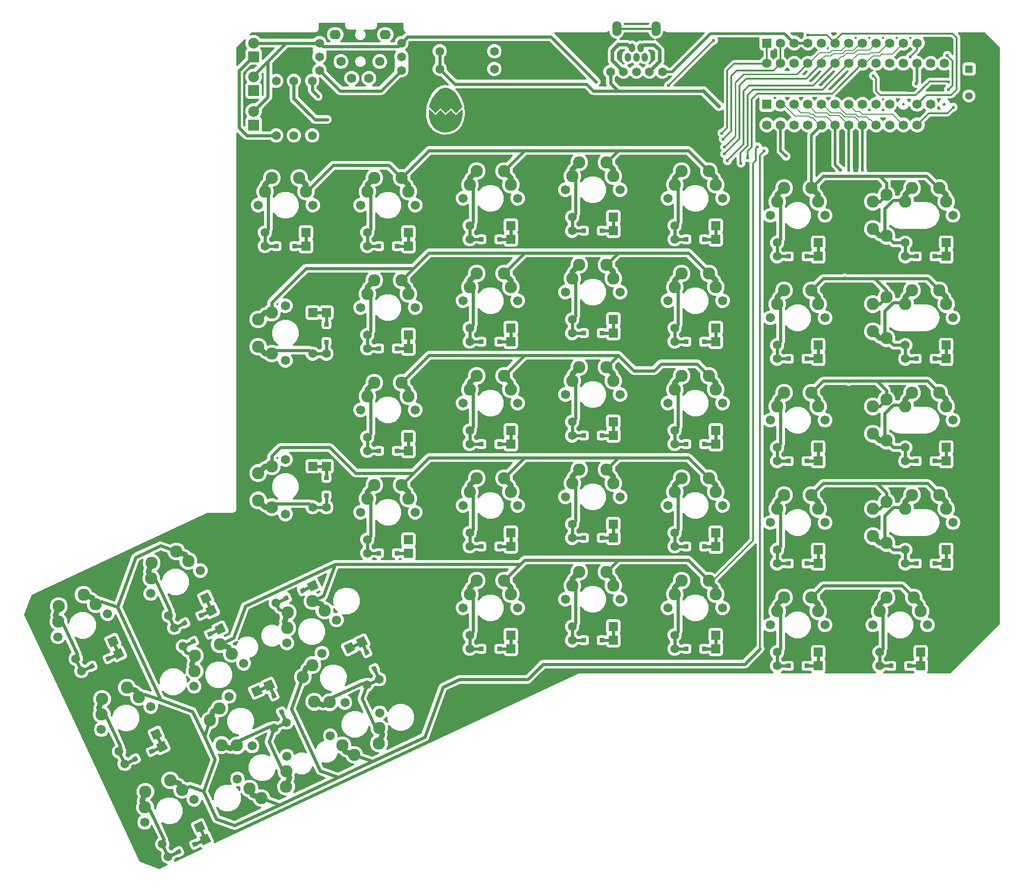
<source format=gbr>
G04 #@! TF.FileFunction,Copper,L2,Bot,Signal*
%FSLAX46Y46*%
G04 Gerber Fmt 4.6, Leading zero omitted, Abs format (unit mm)*
G04 Created by KiCad (PCBNEW 4.0.2-stable) date 2016/09/05 11:36:04*
%MOMM*%
G01*
G04 APERTURE LIST*
%ADD10C,0.150000*%
%ADD11C,0.609600*%
%ADD12C,0.010000*%
%ADD13C,1.651000*%
%ADD14C,2.286000*%
%ADD15C,1.701800*%
%ADD16R,1.752600X1.752600*%
%ADD17C,1.752600*%
%ADD18O,2.057400X1.752600*%
%ADD19R,1.651000X1.651000*%
%ADD20R,0.838200X0.838200*%
%ADD21R,2.000000X2.000000*%
%ADD22C,2.000000*%
%ADD23O,1.143000X1.651000*%
%ADD24O,1.701800X2.794000*%
%ADD25R,1.400000X1.400000*%
%ADD26C,1.400000*%
%ADD27C,2.283460*%
%ADD28C,2.280920*%
%ADD29C,0.609600*%
%ADD30C,0.033020*%
%ADD31C,0.508000*%
%ADD32C,0.304800*%
%ADD33C,0.203200*%
%ADD34C,0.254000*%
%ADD35C,1.016000*%
%ADD36C,0.711200*%
%ADD37C,0.406400*%
G04 APERTURE END LIST*
D10*
D11*
X53341367Y-147187736D02*
X55286576Y-146280670D01*
X58302224Y-144874450D02*
X60247433Y-143967384D01*
X70605747Y-139135936D02*
X72550956Y-138228870D01*
X75566604Y-136822650D02*
X77511813Y-135915584D01*
X68580000Y-72720200D02*
X70726300Y-72720200D01*
X74053700Y-72720200D02*
X76200000Y-72720200D01*
X80010000Y-92720160D02*
X80010000Y-90573860D01*
X80010000Y-87246460D02*
X80010000Y-85100160D01*
X80010000Y-121295160D02*
X80010000Y-119148860D01*
X80010000Y-115821460D02*
X80010000Y-113675160D01*
X182880000Y-150822660D02*
X185026300Y-150822660D01*
X188353700Y-150822660D02*
X190500000Y-150822660D01*
X87630000Y-91767660D02*
X89776300Y-91767660D01*
X93103700Y-91767660D02*
X95250000Y-91767660D01*
X42515518Y-169049321D02*
X44460727Y-168142255D01*
X47476375Y-166736035D02*
X49421584Y-165828970D01*
X50567318Y-186316241D02*
X52512527Y-185409175D01*
X55528175Y-184002955D02*
X57473384Y-183095890D01*
X34466258Y-151784941D02*
X36411467Y-150877875D01*
X39427115Y-149471655D02*
X41372324Y-148564590D01*
X51730638Y-143735681D02*
X53675847Y-142828615D01*
X56691495Y-141422395D02*
X58636704Y-140515330D01*
X163830000Y-74625200D02*
X165976300Y-74625200D01*
X169303700Y-74625200D02*
X171450000Y-74625200D01*
X144780000Y-71447660D02*
X146926300Y-71447660D01*
X150253700Y-71447660D02*
X152400000Y-71447660D01*
X125730000Y-69850000D02*
X127876300Y-69850000D01*
X131203700Y-69850000D02*
X133350000Y-69850000D01*
X106680000Y-71447660D02*
X108826300Y-71447660D01*
X112153700Y-71447660D02*
X114300000Y-71447660D01*
X144780000Y-147647660D02*
X146926300Y-147647660D01*
X150253700Y-147647660D02*
X152400000Y-147647660D01*
X163830000Y-93672660D02*
X165976300Y-93672660D01*
X169303700Y-93672660D02*
X171450000Y-93672660D01*
X125730000Y-88900000D02*
X127876300Y-88900000D01*
X131203700Y-88900000D02*
X133350000Y-88900000D01*
X106680000Y-90497660D02*
X108826300Y-90497660D01*
X112153700Y-90497660D02*
X114300000Y-90497660D01*
X163830000Y-112722660D02*
X165976300Y-112722660D01*
X169303700Y-112722660D02*
X171450000Y-112722660D01*
X144780000Y-109547660D02*
X146926300Y-109547660D01*
X150253700Y-109547660D02*
X152400000Y-109547660D01*
X125730000Y-107950000D02*
X127876300Y-107950000D01*
X131203700Y-107950000D02*
X133350000Y-107950000D01*
X106680000Y-109547660D02*
X108826300Y-109547660D01*
X112153700Y-109547660D02*
X114300000Y-109547660D01*
X87630000Y-110817660D02*
X89776300Y-110817660D01*
X93103700Y-110817660D02*
X95250000Y-110817660D01*
X163830000Y-131772660D02*
X165976300Y-131772660D01*
X169303700Y-131772660D02*
X171450000Y-131772660D01*
X144780000Y-128597660D02*
X146926300Y-128597660D01*
X150253700Y-128597660D02*
X152400000Y-128597660D01*
X125730000Y-127000000D02*
X127876300Y-127000000D01*
X131203700Y-127000000D02*
X133350000Y-127000000D01*
X106680000Y-128597660D02*
X108826300Y-128597660D01*
X112153700Y-128597660D02*
X114300000Y-128597660D01*
X87630000Y-129867660D02*
X89776300Y-129867660D01*
X93103700Y-129867660D02*
X95250000Y-129867660D01*
X163830000Y-150822660D02*
X165976300Y-150822660D01*
X169303700Y-150822660D02*
X171450000Y-150822660D01*
X125730000Y-146050000D02*
X127876300Y-146050000D01*
X131203700Y-146050000D02*
X133350000Y-146050000D01*
X106680000Y-147647660D02*
X108826300Y-147647660D01*
X112153700Y-147647660D02*
X114300000Y-147647660D01*
X89819101Y-153298162D02*
X88912035Y-151352953D01*
X87505815Y-148337305D02*
X86598750Y-146392096D01*
X72554721Y-161349962D02*
X71647655Y-159404753D01*
X70241435Y-156389105D02*
X69334370Y-154443896D01*
X144780000Y-90497660D02*
X146926300Y-90497660D01*
X150253700Y-90497660D02*
X152400000Y-90497660D01*
X87630000Y-72720200D02*
X89776300Y-72720200D01*
X93103700Y-72720200D02*
X95250000Y-72720200D01*
D12*
G36*
X99183192Y-47320749D02*
X99355496Y-47471896D01*
X99585028Y-47690626D01*
X99709662Y-47814662D01*
X100255099Y-48364991D01*
X100725892Y-47899110D01*
X101196686Y-47433229D01*
X102117314Y-48365437D01*
X102606824Y-47881036D01*
X103096333Y-47396634D01*
X103585617Y-47880812D01*
X104074901Y-48364991D01*
X104622168Y-47812815D01*
X104879655Y-47555134D01*
X105043757Y-47403991D01*
X105140200Y-47345563D01*
X105194705Y-47366027D01*
X105232997Y-47451559D01*
X105242395Y-47479518D01*
X105268149Y-47676765D01*
X105264912Y-47994978D01*
X105233458Y-48388429D01*
X105225922Y-48454768D01*
X105075863Y-49243278D01*
X104824193Y-49903450D01*
X104464865Y-50446739D01*
X103991828Y-50884600D01*
X103913474Y-50939995D01*
X103303500Y-51258689D01*
X102627834Y-51440699D01*
X101929874Y-51478653D01*
X101312351Y-51381896D01*
X100661233Y-51122623D01*
X100102315Y-50727823D01*
X99648299Y-50211484D01*
X99311888Y-49587589D01*
X99126107Y-48974666D01*
X99083130Y-48697577D01*
X99053160Y-48364729D01*
X99036857Y-48016682D01*
X99034881Y-47693996D01*
X99047892Y-47437230D01*
X99076549Y-47286944D01*
X99098279Y-47264333D01*
X99183192Y-47320749D01*
X99183192Y-47320749D01*
G37*
X99183192Y-47320749D02*
X99355496Y-47471896D01*
X99585028Y-47690626D01*
X99709662Y-47814662D01*
X100255099Y-48364991D01*
X100725892Y-47899110D01*
X101196686Y-47433229D01*
X102117314Y-48365437D01*
X102606824Y-47881036D01*
X103096333Y-47396634D01*
X103585617Y-47880812D01*
X104074901Y-48364991D01*
X104622168Y-47812815D01*
X104879655Y-47555134D01*
X105043757Y-47403991D01*
X105140200Y-47345563D01*
X105194705Y-47366027D01*
X105232997Y-47451559D01*
X105242395Y-47479518D01*
X105268149Y-47676765D01*
X105264912Y-47994978D01*
X105233458Y-48388429D01*
X105225922Y-48454768D01*
X105075863Y-49243278D01*
X104824193Y-49903450D01*
X104464865Y-50446739D01*
X103991828Y-50884600D01*
X103913474Y-50939995D01*
X103303500Y-51258689D01*
X102627834Y-51440699D01*
X101929874Y-51478653D01*
X101312351Y-51381896D01*
X100661233Y-51122623D01*
X100102315Y-50727823D01*
X99648299Y-50211484D01*
X99311888Y-49587589D01*
X99126107Y-48974666D01*
X99083130Y-48697577D01*
X99053160Y-48364729D01*
X99036857Y-48016682D01*
X99034881Y-47693996D01*
X99047892Y-47437230D01*
X99076549Y-47286944D01*
X99098279Y-47264333D01*
X99183192Y-47320749D01*
G36*
X102450398Y-43280467D02*
X102983045Y-43454025D01*
X103488349Y-43771545D01*
X103946173Y-44225659D01*
X104062180Y-44375014D01*
X104332838Y-44788000D01*
X104598212Y-45269623D01*
X104830397Y-45762805D01*
X105001494Y-46210464D01*
X105058826Y-46413886D01*
X105158995Y-46847840D01*
X104616948Y-47394749D01*
X104074901Y-47941657D01*
X103096333Y-46973301D01*
X102606824Y-47457702D01*
X102117314Y-47942104D01*
X101196686Y-47009896D01*
X100255276Y-47941482D01*
X99673073Y-47354784D01*
X99090870Y-46768085D01*
X99322551Y-46106043D01*
X99618791Y-45395940D01*
X99981319Y-44749940D01*
X100391339Y-44192766D01*
X100830060Y-43749140D01*
X101278687Y-43443785D01*
X101383625Y-43394719D01*
X101910545Y-43258242D01*
X102450398Y-43280467D01*
X102450398Y-43280467D01*
G37*
X102450398Y-43280467D02*
X102983045Y-43454025D01*
X103488349Y-43771545D01*
X103946173Y-44225659D01*
X104062180Y-44375014D01*
X104332838Y-44788000D01*
X104598212Y-45269623D01*
X104830397Y-45762805D01*
X105001494Y-46210464D01*
X105058826Y-46413886D01*
X105158995Y-46847840D01*
X104616948Y-47394749D01*
X104074901Y-47941657D01*
X103096333Y-46973301D01*
X102606824Y-47457702D01*
X102117314Y-47942104D01*
X101196686Y-47009896D01*
X100255276Y-47941482D01*
X99673073Y-47354784D01*
X99090870Y-46768085D01*
X99322551Y-46106043D01*
X99618791Y-45395940D01*
X99981319Y-44749940D01*
X100391339Y-44192766D01*
X100830060Y-43749140D01*
X101278687Y-43443785D01*
X101383625Y-43394719D01*
X101910545Y-43258242D01*
X102450398Y-43280467D01*
D11*
X187642500Y-131772660D02*
X189788800Y-131772660D01*
X193116200Y-131772660D02*
X195262500Y-131772660D01*
X187642500Y-112722660D02*
X189788800Y-112722660D01*
X193116200Y-112722660D02*
X195262500Y-112722660D01*
X187642500Y-93672660D02*
X189788800Y-93672660D01*
X193116200Y-93672660D02*
X195262500Y-93672660D01*
X187642500Y-74625200D02*
X189788800Y-74625200D01*
X193116200Y-74625200D02*
X195262500Y-74625200D01*
D13*
X78740000Y-40005000D03*
X78740000Y-37465000D03*
X78740000Y-34925000D03*
X93980000Y-40005000D03*
X93980000Y-37465000D03*
X93980000Y-34925000D03*
X53341367Y-147187736D03*
D10*
G36*
X55083862Y-146837623D02*
X54729623Y-146077956D01*
X55489290Y-145723717D01*
X55843529Y-146483384D01*
X55083862Y-146837623D01*
X55083862Y-146837623D01*
G37*
G36*
X59848147Y-145064412D02*
X59150405Y-143568098D01*
X60646719Y-142870356D01*
X61344461Y-144366670D01*
X59848147Y-145064412D01*
X59848147Y-145064412D01*
G37*
G36*
X58099510Y-145431403D02*
X57745271Y-144671736D01*
X58504938Y-144317497D01*
X58859177Y-145077164D01*
X58099510Y-145431403D01*
X58099510Y-145431403D01*
G37*
D13*
X70605747Y-139135936D03*
D10*
G36*
X72348242Y-138785823D02*
X71994003Y-138026156D01*
X72753670Y-137671917D01*
X73107909Y-138431584D01*
X72348242Y-138785823D01*
X72348242Y-138785823D01*
G37*
G36*
X77112527Y-137012612D02*
X76414785Y-135516298D01*
X77911099Y-134818556D01*
X78608841Y-136314870D01*
X77112527Y-137012612D01*
X77112527Y-137012612D01*
G37*
G36*
X75363890Y-137379603D02*
X75009651Y-136619936D01*
X75769318Y-136265697D01*
X76123557Y-137025364D01*
X75363890Y-137379603D01*
X75363890Y-137379603D01*
G37*
D14*
X77434621Y-138754526D03*
X72753017Y-143740174D03*
D15*
X72675456Y-146578921D03*
X81883544Y-142285119D03*
D14*
X79659082Y-140519823D03*
X72830577Y-140901427D03*
X60170241Y-146806326D03*
X55488637Y-151791974D03*
D15*
X55411076Y-154630721D03*
X64619164Y-150336919D03*
D14*
X62394702Y-148571623D03*
X55566197Y-148953227D03*
X85176179Y-167376434D03*
X89857783Y-162390786D03*
D15*
X89935344Y-159552039D03*
X80727256Y-163845841D03*
D14*
X82951718Y-165611137D03*
X89780223Y-165229533D03*
X67909259Y-175425694D03*
X72590863Y-170440046D03*
D15*
X72668424Y-167601299D03*
X63460336Y-171895101D03*
D14*
X65684798Y-173660397D03*
X72513303Y-173278793D03*
D13*
X70665000Y-41985000D03*
X70665000Y-52145000D03*
X73965000Y-41985000D03*
X73965000Y-52145000D03*
X77365000Y-41985000D03*
X77365000Y-52145000D03*
X101085000Y-36465000D03*
X111245000Y-36465000D03*
X101092000Y-39751000D03*
X111252000Y-39751000D03*
D16*
X161925000Y-34925000D03*
D17*
X164465000Y-34925000D03*
X167005000Y-34925000D03*
X169545000Y-34925000D03*
X172085000Y-34925000D03*
X174625000Y-34925000D03*
X177165000Y-34925000D03*
X179705000Y-34925000D03*
X182245000Y-34925000D03*
X184785000Y-34925000D03*
X187325000Y-34925000D03*
X189865000Y-34925000D03*
X189865000Y-50165000D03*
X187325000Y-50165000D03*
X184785000Y-50165000D03*
X182245000Y-50165000D03*
X179705000Y-50165000D03*
X177165000Y-50165000D03*
X174625000Y-50165000D03*
X167005000Y-50165000D03*
X164465000Y-50165000D03*
X161925000Y-50165000D03*
X172085000Y-50165000D03*
X169545000Y-50165000D03*
D18*
X90957400Y-33375600D03*
D17*
X82702400Y-38379400D03*
X87909400Y-41478200D03*
D18*
X81661000Y-33375600D03*
D17*
X84709000Y-41478200D03*
X89916000Y-38379400D03*
D14*
X74930000Y-60020200D03*
X68580000Y-62560200D03*
D15*
X67310000Y-65100200D03*
X77470000Y-65100200D03*
D14*
X76200000Y-62560200D03*
X69850000Y-60020200D03*
D13*
X68580000Y-70180200D03*
D19*
X76200000Y-70180200D03*
D13*
X68580000Y-72720200D03*
D19*
X76200000Y-72720200D03*
D20*
X70726300Y-72720200D03*
X74053700Y-72720200D03*
D14*
X67310000Y-86370160D03*
X69850000Y-92720160D03*
D15*
X72390000Y-93990160D03*
X72390000Y-83830160D03*
D14*
X69850000Y-85100160D03*
X67310000Y-91450160D03*
D13*
X77470000Y-92720160D03*
D19*
X77470000Y-85100160D03*
D13*
X80010000Y-92720160D03*
D19*
X80010000Y-85100160D03*
D20*
X80010000Y-90573860D03*
X80010000Y-87246460D03*
D14*
X67310000Y-114945160D03*
X69850000Y-121295160D03*
D15*
X72390000Y-122565160D03*
X72390000Y-112405160D03*
D14*
X69850000Y-113675160D03*
X67310000Y-120025160D03*
D13*
X77470000Y-121295160D03*
D19*
X77470000Y-113675160D03*
D13*
X80010000Y-121295160D03*
D19*
X80010000Y-113675160D03*
D20*
X80010000Y-119148860D03*
X80010000Y-115821460D03*
D14*
X189230000Y-138122660D03*
X182880000Y-140662660D03*
D15*
X181610000Y-143202660D03*
X191770000Y-143202660D03*
D14*
X190500000Y-140662660D03*
X184150000Y-138122660D03*
D13*
X182880000Y-148282660D03*
D19*
X190500000Y-148282660D03*
D13*
X182880000Y-150822660D03*
D19*
X190500000Y-150822660D03*
D20*
X185026300Y-150822660D03*
X188353700Y-150822660D03*
D14*
X93980000Y-79067660D03*
X87630000Y-81607660D03*
D15*
X86360000Y-84147660D03*
X96520000Y-84147660D03*
D14*
X95250000Y-81607660D03*
X88900000Y-79067660D03*
D13*
X87630000Y-89227660D03*
D19*
X95250000Y-89227660D03*
D13*
X87630000Y-91767660D03*
D19*
X95250000Y-91767660D03*
D20*
X89776300Y-91767660D03*
X93103700Y-91767660D03*
D14*
X42903321Y-154855586D03*
X38221717Y-159841234D03*
D15*
X38144156Y-162679981D03*
X47352244Y-158386179D03*
D14*
X45127782Y-156620883D03*
X38299277Y-157002487D03*
D13*
X41442068Y-166747299D03*
D10*
G36*
X47948847Y-164623976D02*
X47251105Y-163127662D01*
X48747419Y-162429920D01*
X49445161Y-163926234D01*
X47948847Y-164623976D01*
X47948847Y-164623976D01*
G37*
D13*
X42515518Y-169049321D03*
D10*
G36*
X49022298Y-166925998D02*
X48324556Y-165429684D01*
X49820870Y-164731942D01*
X50518612Y-166228256D01*
X49022298Y-166925998D01*
X49022298Y-166925998D01*
G37*
G36*
X44258013Y-168699208D02*
X43903774Y-167939541D01*
X44663441Y-167585302D01*
X45017680Y-168344969D01*
X44258013Y-168699208D01*
X44258013Y-168699208D01*
G37*
G36*
X47273661Y-167292988D02*
X46919422Y-166533321D01*
X47679089Y-166179082D01*
X48033328Y-166938749D01*
X47273661Y-167292988D01*
X47273661Y-167292988D01*
G37*
D14*
X50955121Y-172122506D03*
X46273517Y-177108154D03*
D15*
X46195956Y-179946901D03*
X55404044Y-175653099D03*
D14*
X53179582Y-173887803D03*
X46351077Y-174269407D03*
D13*
X49493868Y-184014219D03*
D10*
G36*
X56000647Y-181890896D02*
X55302905Y-180394582D01*
X56799219Y-179696840D01*
X57496961Y-181193154D01*
X56000647Y-181890896D01*
X56000647Y-181890896D01*
G37*
D13*
X50567318Y-186316241D03*
D10*
G36*
X57074098Y-184192918D02*
X56376356Y-182696604D01*
X57872670Y-181998862D01*
X58570412Y-183495176D01*
X57074098Y-184192918D01*
X57074098Y-184192918D01*
G37*
G36*
X52309813Y-185966128D02*
X51955574Y-185206461D01*
X52715241Y-184852222D01*
X53069480Y-185611889D01*
X52309813Y-185966128D01*
X52309813Y-185966128D01*
G37*
G36*
X55325461Y-184559908D02*
X54971222Y-183800241D01*
X55730889Y-183446002D01*
X56085128Y-184205669D01*
X55325461Y-184559908D01*
X55325461Y-184559908D01*
G37*
D14*
X34854061Y-137591206D03*
X30172457Y-142576854D03*
D15*
X30094896Y-145415601D03*
X39302984Y-141121799D03*
D14*
X37078522Y-139356503D03*
X30250017Y-139738107D03*
D13*
X33392808Y-149482919D03*
D10*
G36*
X39899587Y-147359596D02*
X39201845Y-145863282D01*
X40698159Y-145165540D01*
X41395901Y-146661854D01*
X39899587Y-147359596D01*
X39899587Y-147359596D01*
G37*
D13*
X34466258Y-151784941D03*
D10*
G36*
X40973038Y-149661618D02*
X40275296Y-148165304D01*
X41771610Y-147467562D01*
X42469352Y-148963876D01*
X40973038Y-149661618D01*
X40973038Y-149661618D01*
G37*
G36*
X36208753Y-151434828D02*
X35854514Y-150675161D01*
X36614181Y-150320922D01*
X36968420Y-151080589D01*
X36208753Y-151434828D01*
X36208753Y-151434828D01*
G37*
G36*
X39224401Y-150028608D02*
X38870162Y-149268941D01*
X39629829Y-148914702D01*
X39984068Y-149674369D01*
X39224401Y-150028608D01*
X39224401Y-150028608D01*
G37*
D14*
X52118441Y-129541946D03*
X47436837Y-134527594D03*
D15*
X47359276Y-137366341D03*
X56567364Y-133072539D03*
D14*
X54342902Y-131307243D03*
X47514397Y-131688847D03*
D13*
X50657188Y-141433659D03*
D10*
G36*
X57163967Y-139310336D02*
X56466225Y-137814022D01*
X57962539Y-137116280D01*
X58660281Y-138612594D01*
X57163967Y-139310336D01*
X57163967Y-139310336D01*
G37*
D13*
X51730638Y-143735681D03*
D10*
G36*
X58237418Y-141612358D02*
X57539676Y-140116044D01*
X59035990Y-139418302D01*
X59733732Y-140914616D01*
X58237418Y-141612358D01*
X58237418Y-141612358D01*
G37*
G36*
X53473133Y-143385568D02*
X53118894Y-142625901D01*
X53878561Y-142271662D01*
X54232800Y-143031329D01*
X53473133Y-143385568D01*
X53473133Y-143385568D01*
G37*
G36*
X56488781Y-141979348D02*
X56134542Y-141219681D01*
X56894209Y-140865442D01*
X57248448Y-141625109D01*
X56488781Y-141979348D01*
X56488781Y-141979348D01*
G37*
D14*
X170180000Y-61925200D03*
X163830000Y-64465200D03*
D15*
X162560000Y-67005200D03*
X172720000Y-67005200D03*
D14*
X171450000Y-64465200D03*
X165100000Y-61925200D03*
D13*
X163830000Y-72085200D03*
D19*
X171450000Y-72085200D03*
D13*
X163830000Y-74625200D03*
D19*
X171450000Y-74625200D03*
D20*
X165976300Y-74625200D03*
X169303700Y-74625200D03*
D14*
X151130000Y-58747660D03*
X144780000Y-61287660D03*
D15*
X143510000Y-63827660D03*
X153670000Y-63827660D03*
D14*
X152400000Y-61287660D03*
X146050000Y-58747660D03*
D13*
X144780000Y-68907660D03*
D19*
X152400000Y-68907660D03*
D13*
X144780000Y-71447660D03*
D19*
X152400000Y-71447660D03*
D20*
X146926300Y-71447660D03*
X150253700Y-71447660D03*
D14*
X132080000Y-57150000D03*
X125730000Y-59690000D03*
D15*
X124460000Y-62230000D03*
X134620000Y-62230000D03*
D14*
X133350000Y-59690000D03*
X127000000Y-57150000D03*
D13*
X125730000Y-67310000D03*
D19*
X133350000Y-67310000D03*
D13*
X125730000Y-69850000D03*
D19*
X133350000Y-69850000D03*
D20*
X127876300Y-69850000D03*
X131203700Y-69850000D03*
D14*
X113030000Y-58747660D03*
X106680000Y-61287660D03*
D15*
X105410000Y-63827660D03*
X115570000Y-63827660D03*
D14*
X114300000Y-61287660D03*
X107950000Y-58747660D03*
D13*
X106680000Y-68907660D03*
D19*
X114300000Y-68907660D03*
D13*
X106680000Y-71447660D03*
D19*
X114300000Y-71447660D03*
D20*
X108826300Y-71447660D03*
X112153700Y-71447660D03*
D14*
X151130000Y-134947660D03*
X144780000Y-137487660D03*
D15*
X143510000Y-140027660D03*
X153670000Y-140027660D03*
D14*
X152400000Y-137487660D03*
X146050000Y-134947660D03*
D13*
X144780000Y-145107660D03*
D19*
X152400000Y-145107660D03*
D13*
X144780000Y-147647660D03*
D19*
X152400000Y-147647660D03*
D20*
X146926300Y-147647660D03*
X150253700Y-147647660D03*
D14*
X170180000Y-80972660D03*
X163830000Y-83512660D03*
D15*
X162560000Y-86052660D03*
X172720000Y-86052660D03*
D14*
X171450000Y-83512660D03*
X165100000Y-80972660D03*
D13*
X163830000Y-91132660D03*
D19*
X171450000Y-91132660D03*
D13*
X163830000Y-93672660D03*
D19*
X171450000Y-93672660D03*
D20*
X165976300Y-93672660D03*
X169303700Y-93672660D03*
D14*
X132080000Y-76200000D03*
X125730000Y-78740000D03*
D15*
X124460000Y-81280000D03*
X134620000Y-81280000D03*
D14*
X133350000Y-78740000D03*
X127000000Y-76200000D03*
D13*
X125730000Y-86360000D03*
D19*
X133350000Y-86360000D03*
D13*
X125730000Y-88900000D03*
D19*
X133350000Y-88900000D03*
D20*
X127876300Y-88900000D03*
X131203700Y-88900000D03*
D14*
X113030000Y-77797660D03*
X106680000Y-80337660D03*
D15*
X105410000Y-82877660D03*
X115570000Y-82877660D03*
D14*
X114300000Y-80337660D03*
X107950000Y-77797660D03*
D13*
X106680000Y-87957660D03*
D19*
X114300000Y-87957660D03*
D13*
X106680000Y-90497660D03*
D19*
X114300000Y-90497660D03*
D20*
X108826300Y-90497660D03*
X112153700Y-90497660D03*
D14*
X170180000Y-100022660D03*
X163830000Y-102562660D03*
D15*
X162560000Y-105102660D03*
X172720000Y-105102660D03*
D14*
X171450000Y-102562660D03*
X165100000Y-100022660D03*
D13*
X163830000Y-110182660D03*
D19*
X171450000Y-110182660D03*
D13*
X163830000Y-112722660D03*
D19*
X171450000Y-112722660D03*
D20*
X165976300Y-112722660D03*
X169303700Y-112722660D03*
D14*
X151130000Y-96847660D03*
X144780000Y-99387660D03*
D15*
X143510000Y-101927660D03*
X153670000Y-101927660D03*
D14*
X152400000Y-99387660D03*
X146050000Y-96847660D03*
D13*
X144780000Y-107007660D03*
D19*
X152400000Y-107007660D03*
D13*
X144780000Y-109547660D03*
D19*
X152400000Y-109547660D03*
D20*
X146926300Y-109547660D03*
X150253700Y-109547660D03*
D14*
X132080000Y-95250000D03*
X125730000Y-97790000D03*
D15*
X124460000Y-100330000D03*
X134620000Y-100330000D03*
D14*
X133350000Y-97790000D03*
X127000000Y-95250000D03*
D13*
X125730000Y-105410000D03*
D19*
X133350000Y-105410000D03*
D13*
X125730000Y-107950000D03*
D19*
X133350000Y-107950000D03*
D20*
X127876300Y-107950000D03*
X131203700Y-107950000D03*
D14*
X113030000Y-96847660D03*
X106680000Y-99387660D03*
D15*
X105410000Y-101927660D03*
X115570000Y-101927660D03*
D14*
X114300000Y-99387660D03*
X107950000Y-96847660D03*
D13*
X106680000Y-107007660D03*
D19*
X114300000Y-107007660D03*
D13*
X106680000Y-109547660D03*
D19*
X114300000Y-109547660D03*
D20*
X108826300Y-109547660D03*
X112153700Y-109547660D03*
D14*
X93980000Y-98117660D03*
X87630000Y-100657660D03*
D15*
X86360000Y-103197660D03*
X96520000Y-103197660D03*
D14*
X95250000Y-100657660D03*
X88900000Y-98117660D03*
D13*
X87630000Y-108277660D03*
D19*
X95250000Y-108277660D03*
D13*
X87630000Y-110817660D03*
D19*
X95250000Y-110817660D03*
D20*
X89776300Y-110817660D03*
X93103700Y-110817660D03*
D14*
X170180000Y-119072660D03*
X163830000Y-121612660D03*
D15*
X162560000Y-124152660D03*
X172720000Y-124152660D03*
D14*
X171450000Y-121612660D03*
X165100000Y-119072660D03*
D13*
X163830000Y-129232660D03*
D19*
X171450000Y-129232660D03*
D13*
X163830000Y-131772660D03*
D19*
X171450000Y-131772660D03*
D20*
X165976300Y-131772660D03*
X169303700Y-131772660D03*
D14*
X151130000Y-115897660D03*
X144780000Y-118437660D03*
D15*
X143510000Y-120977660D03*
X153670000Y-120977660D03*
D14*
X152400000Y-118437660D03*
X146050000Y-115897660D03*
D13*
X144780000Y-126057660D03*
D19*
X152400000Y-126057660D03*
D13*
X144780000Y-128597660D03*
D19*
X152400000Y-128597660D03*
D20*
X146926300Y-128597660D03*
X150253700Y-128597660D03*
D14*
X132080000Y-114300000D03*
X125730000Y-116840000D03*
D15*
X124460000Y-119380000D03*
X134620000Y-119380000D03*
D14*
X133350000Y-116840000D03*
X127000000Y-114300000D03*
D13*
X125730000Y-124460000D03*
D19*
X133350000Y-124460000D03*
D13*
X125730000Y-127000000D03*
D19*
X133350000Y-127000000D03*
D20*
X127876300Y-127000000D03*
X131203700Y-127000000D03*
D14*
X113030000Y-115897660D03*
X106680000Y-118437660D03*
D15*
X105410000Y-120977660D03*
X115570000Y-120977660D03*
D14*
X114300000Y-118437660D03*
X107950000Y-115897660D03*
D13*
X106680000Y-126057660D03*
D19*
X114300000Y-126057660D03*
D13*
X106680000Y-128597660D03*
D19*
X114300000Y-128597660D03*
D20*
X108826300Y-128597660D03*
X112153700Y-128597660D03*
D14*
X93980000Y-117167660D03*
X87630000Y-119707660D03*
D15*
X86360000Y-122247660D03*
X96520000Y-122247660D03*
D14*
X95250000Y-119707660D03*
X88900000Y-117167660D03*
D13*
X87630000Y-127327660D03*
D19*
X95250000Y-127327660D03*
D13*
X87630000Y-129867660D03*
D19*
X95250000Y-129867660D03*
D20*
X89776300Y-129867660D03*
X93103700Y-129867660D03*
D14*
X170180000Y-138122660D03*
X163830000Y-140662660D03*
D15*
X162560000Y-143202660D03*
X172720000Y-143202660D03*
D14*
X171450000Y-140662660D03*
X165100000Y-138122660D03*
D13*
X163830000Y-148282660D03*
D19*
X171450000Y-148282660D03*
D13*
X163830000Y-150822660D03*
D19*
X171450000Y-150822660D03*
D20*
X165976300Y-150822660D03*
X169303700Y-150822660D03*
D14*
X132080000Y-133350000D03*
X125730000Y-135890000D03*
D15*
X124460000Y-138430000D03*
X134620000Y-138430000D03*
D14*
X133350000Y-135890000D03*
X127000000Y-133350000D03*
D13*
X125730000Y-143510000D03*
D19*
X133350000Y-143510000D03*
D13*
X125730000Y-146050000D03*
D19*
X133350000Y-146050000D03*
D20*
X127876300Y-146050000D03*
X131203700Y-146050000D03*
D14*
X113030000Y-134947660D03*
X106680000Y-137487660D03*
D15*
X105410000Y-140027660D03*
X115570000Y-140027660D03*
D14*
X114300000Y-137487660D03*
X107950000Y-134947660D03*
D13*
X106680000Y-145107660D03*
D19*
X114300000Y-145107660D03*
D13*
X106680000Y-147647660D03*
D19*
X114300000Y-147647660D03*
D20*
X108826300Y-147647660D03*
X112153700Y-147647660D03*
D14*
X75625366Y-152910359D03*
X80611014Y-157591963D03*
D15*
X83449761Y-157669524D03*
X79155959Y-148461436D03*
D14*
X77390663Y-150685898D03*
X77772267Y-157514403D03*
D13*
X87517079Y-154371612D03*
D10*
G36*
X85393756Y-147864833D02*
X83897442Y-148562575D01*
X83199700Y-147066261D01*
X84696014Y-146368519D01*
X85393756Y-147864833D01*
X85393756Y-147864833D01*
G37*
D13*
X89819101Y-153298162D03*
D10*
G36*
X87695778Y-146791382D02*
X86199464Y-147489124D01*
X85501722Y-145992810D01*
X86998036Y-145295068D01*
X87695778Y-146791382D01*
X87695778Y-146791382D01*
G37*
G36*
X89468988Y-151555667D02*
X88709321Y-151909906D01*
X88355082Y-151150239D01*
X89114749Y-150796000D01*
X89468988Y-151555667D01*
X89468988Y-151555667D01*
G37*
G36*
X88062768Y-148540019D02*
X87303101Y-148894258D01*
X86948862Y-148134591D01*
X87708529Y-147780352D01*
X88062768Y-148540019D01*
X88062768Y-148540019D01*
G37*
D14*
X58360986Y-160962159D03*
X63346634Y-165643763D03*
D15*
X66185381Y-165721324D03*
X61891579Y-156513236D03*
D14*
X60126283Y-158737698D03*
X60507887Y-165566203D03*
D13*
X70252699Y-162423412D03*
D10*
G36*
X68129376Y-155916633D02*
X66633062Y-156614375D01*
X65935320Y-155118061D01*
X67431634Y-154420319D01*
X68129376Y-155916633D01*
X68129376Y-155916633D01*
G37*
D13*
X72554721Y-161349962D03*
D10*
G36*
X70431398Y-154843182D02*
X68935084Y-155540924D01*
X68237342Y-154044610D01*
X69733656Y-153346868D01*
X70431398Y-154843182D01*
X70431398Y-154843182D01*
G37*
G36*
X72204608Y-159607467D02*
X71444941Y-159961706D01*
X71090702Y-159202039D01*
X71850369Y-158847800D01*
X72204608Y-159607467D01*
X72204608Y-159607467D01*
G37*
G36*
X70798388Y-156591819D02*
X70038721Y-156946058D01*
X69684482Y-156186391D01*
X70444149Y-155832152D01*
X70798388Y-156591819D01*
X70798388Y-156591819D01*
G37*
D14*
X151130000Y-77797660D03*
X144780000Y-80337660D03*
D15*
X143510000Y-82877660D03*
X153670000Y-82877660D03*
D14*
X152400000Y-80337660D03*
X146050000Y-77797660D03*
D13*
X144780000Y-87957660D03*
D19*
X152400000Y-87957660D03*
D13*
X144780000Y-90497660D03*
D19*
X152400000Y-90497660D03*
D20*
X146926300Y-90497660D03*
X150253700Y-90497660D03*
D14*
X93980000Y-60020200D03*
X87630000Y-62560200D03*
D15*
X86360000Y-65100200D03*
X96520000Y-65100200D03*
D14*
X95250000Y-62560200D03*
X88900000Y-60020200D03*
D13*
X87630000Y-70180200D03*
D19*
X95250000Y-70180200D03*
D13*
X87630000Y-72720200D03*
D19*
X95250000Y-72720200D03*
D20*
X89776300Y-72720200D03*
X93103700Y-72720200D03*
D17*
X164450000Y-46330000D03*
X166990000Y-46330000D03*
X169530000Y-46330000D03*
X172070000Y-46330000D03*
X174610000Y-46330000D03*
X177150000Y-46330000D03*
X179690000Y-46330000D03*
X182230000Y-46330000D03*
X184770000Y-46330000D03*
X189850000Y-46330000D03*
X192390000Y-46330000D03*
D16*
X161910000Y-46330000D03*
D17*
X194930000Y-38710000D03*
X192390000Y-38710000D03*
X189850000Y-38710000D03*
X187310000Y-38710000D03*
X184770000Y-38710000D03*
X182230000Y-38710000D03*
X179690000Y-38710000D03*
X177150000Y-38710000D03*
X174610000Y-38710000D03*
X172070000Y-38710000D03*
X169530000Y-38710000D03*
X166990000Y-38710000D03*
X164450000Y-38710000D03*
X161910000Y-38710000D03*
D21*
X66465000Y-37465000D03*
D22*
X66465000Y-34925000D03*
D21*
X66465000Y-43765000D03*
D22*
X66465000Y-41225000D03*
D21*
X66465000Y-50165000D03*
D22*
X66465000Y-47625000D03*
D23*
X136042400Y-37553900D03*
X136842500Y-35806380D03*
X137642600Y-37553900D03*
X138442700Y-35806380D03*
X139242800Y-37553900D03*
D24*
X141290040Y-32230060D03*
X133995160Y-32230060D03*
D13*
X135229600Y-40259000D03*
X132816600Y-40259000D03*
X137642600Y-40259000D03*
X142468600Y-40259000D03*
X140055600Y-40259000D03*
D25*
X199517000Y-39751000D03*
D26*
X199517000Y-44751000D03*
D14*
X193992500Y-119072660D03*
X187642500Y-121612660D03*
D15*
X196532500Y-124152660D03*
D27*
X195262500Y-121612660D03*
D14*
X188912500Y-119072660D03*
D13*
X187642500Y-129232660D03*
D19*
X195262500Y-129232660D03*
D13*
X187642500Y-131772660D03*
D19*
X195262500Y-131772660D03*
D20*
X189788800Y-131772660D03*
X193116200Y-131772660D03*
D28*
X181610000Y-121612660D03*
X184150000Y-120342660D03*
X184150000Y-127962660D03*
X181610000Y-126692660D03*
D14*
X193992500Y-100022660D03*
X187642500Y-102562660D03*
D15*
X196532500Y-105102660D03*
D27*
X195262500Y-102562660D03*
D14*
X188912500Y-100022660D03*
D13*
X187642500Y-110182660D03*
D19*
X195262500Y-110182660D03*
D13*
X187642500Y-112722660D03*
D19*
X195262500Y-112722660D03*
D20*
X189788800Y-112722660D03*
X193116200Y-112722660D03*
D28*
X181610000Y-102562660D03*
X184150000Y-101292660D03*
X184150000Y-108912660D03*
X181610000Y-107642660D03*
D14*
X193992500Y-80972660D03*
X187642500Y-83512660D03*
D15*
X196532500Y-86052660D03*
D27*
X195262500Y-83512660D03*
D14*
X188912500Y-80972660D03*
D13*
X187642500Y-91132660D03*
D19*
X195262500Y-91132660D03*
D13*
X187642500Y-93672660D03*
D19*
X195262500Y-93672660D03*
D20*
X189788800Y-93672660D03*
X193116200Y-93672660D03*
D28*
X181610000Y-83512660D03*
X184150000Y-82242660D03*
X184150000Y-89862660D03*
X181610000Y-88592660D03*
D14*
X193992500Y-61925200D03*
X187642500Y-64465200D03*
D15*
X196532500Y-67005200D03*
D27*
X195262500Y-64465200D03*
D14*
X188912500Y-61925200D03*
D13*
X187642500Y-72085200D03*
D19*
X195262500Y-72085200D03*
D13*
X187642500Y-74625200D03*
D19*
X195262500Y-74625200D03*
D20*
X189788800Y-74625200D03*
X193116200Y-74625200D03*
D28*
X181610000Y-64465200D03*
X184150000Y-63195200D03*
X184150000Y-70815200D03*
X181610000Y-69545200D03*
D29*
X158369000Y-56261000D03*
X157099000Y-57277000D03*
X154051000Y-55562500D03*
X154559000Y-56832500D03*
X154051000Y-54292500D03*
X153797000Y-52800000D03*
X153543000Y-51689000D03*
X188595000Y-37465000D03*
X80165000Y-49165000D03*
X196565000Y-46865000D03*
X195665000Y-42165000D03*
X181737000Y-41021000D03*
X78465000Y-44865000D03*
X161417000Y-54991000D03*
X160147000Y-54229000D03*
X179705000Y-58547000D03*
X178181000Y-116840000D03*
X177165000Y-97917000D03*
X177165000Y-58547000D03*
X176403000Y-78613000D03*
X175641000Y-58547000D03*
X143637000Y-42799000D03*
X152019000Y-34417000D03*
X169545000Y-33401000D03*
X195707000Y-43561000D03*
X195453000Y-37211000D03*
X130175000Y-42164000D03*
X165495000Y-55975000D03*
X189665000Y-42465000D03*
X153035000Y-46736000D03*
X150114000Y-43815000D03*
D30*
X162560000Y-143202660D02*
X161925000Y-143837660D01*
D31*
X187310000Y-46330000D02*
X187310000Y-46270000D01*
X194865000Y-46395000D02*
X194930000Y-46330000D01*
D11*
X195262500Y-91132660D02*
X195262500Y-93672660D01*
D32*
X158369000Y-56261000D02*
X158369000Y-54991000D01*
X159131000Y-54229000D02*
X158369000Y-54991000D01*
X159131000Y-54229000D02*
X159131000Y-53975000D01*
X160147000Y-44323000D02*
X174077000Y-44323000D01*
X174077000Y-44323000D02*
X179690000Y-38710000D01*
X159131000Y-52197000D02*
X159131000Y-45339000D01*
X159131000Y-53975000D02*
X159131000Y-52197000D01*
X159131000Y-45339000D02*
X160147000Y-44323000D01*
D33*
X182725000Y-37355000D02*
X182885000Y-37355000D01*
X182885000Y-37355000D02*
X182945000Y-37295000D01*
X182945000Y-37295000D02*
X183261000Y-36979000D01*
X179925000Y-38475000D02*
X180535000Y-38475000D01*
X181655000Y-37355000D02*
X180535000Y-38475000D01*
X185293000Y-36957000D02*
X187325000Y-34925000D01*
X185293000Y-36957000D02*
X183261000Y-36957000D01*
X183261000Y-36957000D02*
X183261000Y-36979000D01*
X182725000Y-37355000D02*
X181655000Y-37355000D01*
X179925000Y-38475000D02*
X179690000Y-38710000D01*
D11*
X195262500Y-72085200D02*
X195262500Y-74625200D01*
X195262500Y-129232660D02*
X195262500Y-131772660D01*
X195262500Y-110182660D02*
X195262500Y-112722660D01*
X190500000Y-148282660D02*
X190500000Y-150822660D01*
D32*
X179690000Y-38710000D02*
X179820000Y-38710000D01*
X179690000Y-38710000D02*
X179690000Y-38600000D01*
X156972000Y-55372000D02*
X156972000Y-57150000D01*
X156972000Y-57150000D02*
X157099000Y-57277000D01*
X172339000Y-43561000D02*
X159385000Y-43561000D01*
X159385000Y-43561000D02*
X158877000Y-44069000D01*
X158369000Y-44577000D02*
X158877000Y-44069000D01*
X158369000Y-53975000D02*
X158369000Y-46101000D01*
X156972000Y-55372000D02*
X157099000Y-55245000D01*
X158369000Y-53975000D02*
X157099000Y-55245000D01*
X158369000Y-46101000D02*
X158369000Y-44577000D01*
X172920000Y-42940000D02*
X172920000Y-42980000D01*
X172940000Y-42920000D02*
X177150000Y-38710000D01*
X172920000Y-42940000D02*
X172940000Y-42920000D01*
X172920000Y-42980000D02*
X172593000Y-43307000D01*
X172339000Y-43561000D02*
X172593000Y-43307000D01*
D33*
X180975000Y-36957000D02*
X178903000Y-36957000D01*
X178903000Y-36957000D02*
X177150000Y-38710000D01*
X182753000Y-36703000D02*
X181229000Y-36703000D01*
X184531000Y-34925000D02*
X182753000Y-36703000D01*
X181229000Y-36703000D02*
X180975000Y-36957000D01*
X184785000Y-34925000D02*
X184531000Y-34925000D01*
D11*
X171450000Y-72085200D02*
X171450000Y-74625200D01*
X171450000Y-148282660D02*
X171450000Y-150822660D01*
X171450000Y-91132660D02*
X171450000Y-93672660D01*
X171450000Y-129232660D02*
X171450000Y-131772660D01*
X171450000Y-110182660D02*
X171450000Y-112722660D01*
X57472580Y-183095900D02*
X56400700Y-180794660D01*
D33*
X177150000Y-38710000D02*
X177150000Y-38700000D01*
D32*
X177150000Y-38710000D02*
X177250000Y-38710000D01*
D33*
X178035000Y-36135000D02*
X177865000Y-36305000D01*
X178145000Y-36135000D02*
X178035000Y-36135000D01*
X178145000Y-36135000D02*
X179355000Y-34925000D01*
D32*
X158369000Y-41529000D02*
X169251000Y-41529000D01*
X156845000Y-42799000D02*
X158115000Y-41529000D01*
X158115000Y-41529000D02*
X158369000Y-41529000D01*
X156845000Y-51435000D02*
X156845000Y-52768500D01*
X154051000Y-55562500D02*
X156845000Y-52768500D01*
X156845000Y-51435000D02*
X156845000Y-42799000D01*
X169251000Y-41529000D02*
X169325000Y-41455000D01*
D11*
X133350000Y-105410000D02*
X133350000Y-107950000D01*
X133350000Y-67310000D02*
X133350000Y-69850000D01*
X133350000Y-143510000D02*
X133350000Y-146050000D01*
X133350000Y-86360000D02*
X133350000Y-88900000D01*
X133350000Y-124460000D02*
X133350000Y-127000000D01*
X84297520Y-147464780D02*
X86601300Y-146392900D01*
D32*
X169325000Y-41455000D02*
X172070000Y-38710000D01*
D33*
X177865000Y-36305000D02*
X176503424Y-36305000D01*
X172695000Y-37305000D02*
X173835000Y-37305000D01*
X172070000Y-37930000D02*
X172695000Y-37305000D01*
X173835000Y-37305000D02*
X174255000Y-36885000D01*
X175923424Y-36885000D02*
X174255000Y-36885000D01*
X176503424Y-36305000D02*
X175923424Y-36885000D01*
X179705000Y-34925000D02*
X179355000Y-34925000D01*
X172070000Y-38710000D02*
X172070000Y-37930000D01*
D32*
X172070000Y-38710000D02*
X172270000Y-38710000D01*
X170307000Y-42799000D02*
X170521000Y-42799000D01*
X157607000Y-50165000D02*
X157607000Y-43815000D01*
X157607000Y-53784500D02*
X154559000Y-56832500D01*
X157607000Y-50165000D02*
X157607000Y-53784500D01*
X157607000Y-43815000D02*
X158369000Y-43053000D01*
X158369000Y-43053000D02*
X158623000Y-42799000D01*
X171100000Y-42220000D02*
X174610000Y-38710000D01*
X158623000Y-42799000D02*
X158877000Y-42799000D01*
X158877000Y-42799000D02*
X170307000Y-42799000D01*
X170521000Y-42799000D02*
X171100000Y-42220000D01*
D11*
X152400000Y-87957660D02*
X152400000Y-90497660D01*
X152400000Y-68907660D02*
X152400000Y-71447660D01*
X152400000Y-145107660D02*
X152400000Y-147647660D01*
X152400000Y-126057660D02*
X152400000Y-128597660D01*
X152400000Y-107007660D02*
X152400000Y-109547660D01*
X67033140Y-155516580D02*
X69334380Y-154442160D01*
D33*
X178729212Y-36269212D02*
X180900788Y-36269212D01*
X178185422Y-36813002D02*
X178729212Y-36269212D01*
X176423424Y-37103424D02*
X176484578Y-37103424D01*
X176133846Y-37393002D02*
X176423424Y-37103424D01*
X175733002Y-37495000D02*
X175835000Y-37393002D01*
X174610000Y-38560000D02*
X175675000Y-37495000D01*
X175675000Y-37495000D02*
X175733002Y-37495000D01*
X175835000Y-37393002D02*
X176133846Y-37393002D01*
X176484578Y-37103424D02*
X176775000Y-36813002D01*
X176775000Y-36813002D02*
X178185422Y-36813002D01*
X180900788Y-36269212D02*
X182245000Y-34925000D01*
X174610000Y-38710000D02*
X174610000Y-38560000D01*
D32*
X174610000Y-38710000D02*
X174970000Y-38710000D01*
D34*
X157568901Y-40728901D02*
X167511099Y-40728901D01*
X167511099Y-40728901D02*
X169530000Y-38710000D01*
X156083000Y-47625000D02*
X156083000Y-42214802D01*
X154051000Y-54292500D02*
X156083000Y-52260500D01*
X156083000Y-47625000D02*
X156083000Y-52260500D01*
X156083000Y-42214802D02*
X157568901Y-40728901D01*
X157568901Y-40728901D02*
X157607000Y-40690802D01*
D11*
X114300000Y-87957660D02*
X114300000Y-90497660D01*
X114300000Y-126057660D02*
X114300000Y-128597660D01*
X114300000Y-107007660D02*
X114300000Y-109547660D01*
X49423320Y-165831520D02*
X48348900Y-163527740D01*
X114300000Y-145107660D02*
X114300000Y-147647660D01*
X114300000Y-68907660D02*
X114300000Y-71447660D01*
D33*
X173984212Y-36284212D02*
X175805788Y-36284212D01*
X173541210Y-36727214D02*
X173984212Y-36284212D01*
X171198424Y-37248424D02*
X171203790Y-37248424D01*
X171203790Y-37248424D02*
X171725000Y-36727214D01*
X171725000Y-36727214D02*
X173541210Y-36727214D01*
X175805788Y-36284212D02*
X177165000Y-34925000D01*
X169530000Y-38710000D02*
X169736848Y-38710000D01*
X169736848Y-38710000D02*
X171198424Y-37248424D01*
X171198424Y-37248424D02*
X171228424Y-37218424D01*
X169530000Y-38710000D02*
X169740000Y-38710000D01*
D32*
X169530000Y-38710000D02*
X169530000Y-38700000D01*
X169530000Y-38710000D02*
X169539204Y-38710000D01*
X169530000Y-38710000D02*
X169550000Y-38710000D01*
X164450000Y-38710000D02*
X164450000Y-38750000D01*
X164450000Y-38750000D02*
X163195000Y-40005000D01*
X155321000Y-41783000D02*
X155321000Y-41021000D01*
X155321000Y-49403000D02*
X155321000Y-51276000D01*
X153797000Y-52800000D02*
X155321000Y-51276000D01*
X155321000Y-41783000D02*
X155321000Y-49403000D01*
X155321000Y-41021000D02*
X156083000Y-40259000D01*
X156337000Y-40005000D02*
X156083000Y-40259000D01*
X163195000Y-40005000D02*
X156337000Y-40005000D01*
X164450000Y-38710000D02*
X164450000Y-34940000D01*
X164450000Y-34940000D02*
X164465000Y-34925000D01*
D11*
X57564020Y-138211560D02*
X58635900Y-140515340D01*
X95250000Y-89227660D02*
X95250000Y-91767660D01*
X95250000Y-108277660D02*
X95250000Y-110817660D01*
X95250000Y-70180200D02*
X95250000Y-72720200D01*
D32*
X164450000Y-38710000D02*
X164450000Y-38380000D01*
D31*
X164465000Y-34925000D02*
X164465000Y-34465000D01*
X164465000Y-34925000D02*
X164465000Y-34865000D01*
D32*
X155829000Y-38735000D02*
X154559000Y-40005000D01*
X153543000Y-51689000D02*
X154559000Y-50673000D01*
X154559000Y-40005000D02*
X154559000Y-50673000D01*
X159131000Y-38735000D02*
X155829000Y-38735000D01*
X159131000Y-38735000D02*
X161885000Y-38735000D01*
X161885000Y-38735000D02*
X161910000Y-38710000D01*
X161925000Y-34925000D02*
X161925000Y-38695000D01*
X161925000Y-38695000D02*
X161910000Y-38710000D01*
D11*
X40297100Y-146263360D02*
X41371520Y-148564600D01*
X76200000Y-70180200D02*
X76200000Y-72720200D01*
X77470000Y-85100160D02*
X80010000Y-85100160D01*
X77470000Y-113675160D02*
X80010000Y-113675160D01*
D32*
X188595000Y-37465000D02*
X189865000Y-36195000D01*
X189865000Y-36195000D02*
X189865000Y-34925000D01*
D11*
X77865000Y-49165000D02*
X80165000Y-49165000D01*
X73965000Y-41985000D02*
X73965000Y-45265000D01*
X73965000Y-45265000D02*
X77065000Y-48365000D01*
X77865000Y-49165000D02*
X77065000Y-48365000D01*
D32*
X195165000Y-47965000D02*
X192065000Y-47965000D01*
X196565000Y-46865000D02*
X195465000Y-47965000D01*
X195465000Y-47965000D02*
X195165000Y-47965000D01*
X192065000Y-47965000D02*
X189865000Y-50165000D01*
X187893000Y-44637000D02*
X189593000Y-44637000D01*
X195565000Y-42065000D02*
X195665000Y-42165000D01*
X192165000Y-42065000D02*
X195565000Y-42065000D01*
X189593000Y-44637000D02*
X192165000Y-42065000D01*
X187833000Y-44577000D02*
X187893000Y-44637000D01*
X183769000Y-44577000D02*
X187833000Y-44577000D01*
X182245000Y-43815000D02*
X183007000Y-44577000D01*
X182245000Y-41529000D02*
X182245000Y-43815000D01*
X183007000Y-44577000D02*
X183769000Y-44577000D01*
X181737000Y-41021000D02*
X182245000Y-41529000D01*
D11*
X77365000Y-43765000D02*
X78465000Y-44865000D01*
X77365000Y-41985000D02*
X77365000Y-43765000D01*
D32*
X160655000Y-58039000D02*
X160655000Y-55753000D01*
D11*
X88549480Y-168605200D02*
X98333560Y-164043360D01*
X160655000Y-147637500D02*
X157797500Y-150495000D01*
X157797500Y-150495000D02*
X120332500Y-150495000D01*
X120332500Y-150495000D02*
X117475000Y-153352500D01*
X104729280Y-153352500D02*
X117475000Y-153352500D01*
X98333560Y-164043360D02*
X101711760Y-154759660D01*
X101711760Y-154759660D02*
X104729280Y-153352500D01*
D32*
X160655000Y-147637500D02*
X160655000Y-58039000D01*
X160655000Y-55753000D02*
X161417000Y-54991000D01*
D33*
X179705000Y-48133000D02*
X185293000Y-48133000D01*
X185293000Y-48133000D02*
X187325000Y-50165000D01*
X178435000Y-47624998D02*
X179196998Y-47624998D01*
X177150000Y-46339998D02*
X178435000Y-47624998D01*
X179196998Y-47624998D02*
X179705000Y-48133000D01*
X177150000Y-46330000D02*
X177150000Y-46339998D01*
D11*
X73477120Y-158818580D02*
X78844140Y-170327320D01*
X53179980Y-173888400D02*
X54617620Y-173217840D01*
X78844140Y-170327320D02*
X82219800Y-171556680D01*
D35*
X34853880Y-137591800D02*
X36540440Y-138206480D01*
X42903140Y-154856180D02*
X44592240Y-155470860D01*
D11*
X55140860Y-159311340D02*
X49232820Y-157159960D01*
X49164240Y-128465580D02*
X44561760Y-130614420D01*
D35*
X52644040Y-172737780D02*
X53179980Y-173888400D01*
D11*
X75628500Y-152910540D02*
X73477120Y-158818580D01*
D35*
X76240640Y-151223980D02*
X77393800Y-150685500D01*
X75628500Y-152910540D02*
X76240640Y-151223980D01*
X58976260Y-159273240D02*
X60126880Y-158737300D01*
D11*
X82219800Y-171556680D02*
X88549480Y-168605200D01*
X71285100Y-176654460D02*
X82219800Y-171556680D01*
D35*
X50954940Y-172123100D02*
X52644040Y-172737780D01*
D11*
X67909440Y-175427640D02*
X71285100Y-176654460D01*
X38229540Y-138821160D02*
X41183560Y-139895580D01*
X37078920Y-139357100D02*
X38229540Y-138821160D01*
X46278800Y-156085540D02*
X49232820Y-157159960D01*
X45128180Y-156621480D02*
X46278800Y-156085540D01*
X59565540Y-179318920D02*
X57150000Y-174137320D01*
X62941200Y-180545740D02*
X59565540Y-179318920D01*
X71285100Y-176654460D02*
X62941200Y-180545740D01*
X54617620Y-173217840D02*
X57150000Y-174137320D01*
X52118260Y-129542540D02*
X49164240Y-128465580D01*
X41183560Y-139895580D02*
X49232820Y-157159960D01*
D35*
X58361580Y-160962340D02*
X58976260Y-159273240D01*
D11*
X59298840Y-168231820D02*
X57287160Y-163913820D01*
X57287160Y-163913820D02*
X55140860Y-159311340D01*
D35*
X44592240Y-155470860D02*
X45128180Y-156621480D01*
D11*
X58361580Y-160962340D02*
X57287160Y-163913820D01*
X85176360Y-167375840D02*
X88549480Y-168605200D01*
D35*
X67909440Y-175427640D02*
X66222880Y-174812960D01*
X53807360Y-130154680D02*
X54343300Y-131307840D01*
X52118260Y-129542540D02*
X53807360Y-130154680D01*
D11*
X57150000Y-174137320D02*
X59298840Y-168231820D01*
D35*
X85176360Y-167375840D02*
X83487260Y-166761160D01*
X66222880Y-174812960D02*
X65684400Y-173662340D01*
X83487260Y-166761160D02*
X82951320Y-165610540D01*
D11*
X44561760Y-130614420D02*
X41183560Y-139895580D01*
D35*
X36540440Y-138206480D02*
X37078920Y-139357100D01*
D32*
X159893000Y-54483000D02*
X160147000Y-54229000D01*
X159893000Y-54737000D02*
X159893000Y-56769000D01*
X159315000Y-127535000D02*
X159315000Y-57277000D01*
X159385000Y-57277000D02*
X159893000Y-56769000D01*
X159315000Y-57277000D02*
X159385000Y-57277000D01*
X159893000Y-54737000D02*
X159893000Y-54483000D01*
D33*
X180975000Y-49149000D02*
X181229000Y-49149000D01*
X181229000Y-49149000D02*
X182245000Y-50165000D01*
X180467000Y-48662788D02*
X180488788Y-48662788D01*
X180488788Y-48662788D02*
X180975000Y-49149000D01*
X178921212Y-48662788D02*
X180467000Y-48662788D01*
X178435000Y-48176576D02*
X178921212Y-48662788D01*
X178435000Y-48133000D02*
X178435000Y-48176576D01*
X176657000Y-48133000D02*
X178435000Y-48133000D01*
X174854000Y-46330000D02*
X176657000Y-48133000D01*
X174610000Y-46330000D02*
X174854000Y-46330000D01*
D32*
X151130000Y-134947660D02*
X151902340Y-134947660D01*
X151902340Y-134947660D02*
X159315000Y-127535000D01*
X159315000Y-127535000D02*
X159365000Y-127485000D01*
D35*
X114300000Y-136217660D02*
X114300000Y-137487660D01*
X190500000Y-139392660D02*
X190500000Y-140662660D01*
D11*
X172402500Y-135890000D02*
X186997340Y-135890000D01*
D35*
X152400000Y-136217660D02*
X152400000Y-137487660D01*
D11*
X186997340Y-135890000D02*
X189230000Y-138122660D01*
X115892580Y-132085080D02*
X113030000Y-134947660D01*
X116067840Y-131909820D02*
X115892580Y-132085080D01*
D35*
X132080000Y-133350000D02*
X133350000Y-134620000D01*
D11*
X81600040Y-131909820D02*
X116067840Y-131909820D01*
D35*
X77434440Y-138755120D02*
X79123540Y-139369800D01*
D11*
X60170060Y-146806920D02*
X62758320Y-145597880D01*
X170180000Y-138122660D02*
X170180000Y-138112500D01*
D35*
X60170060Y-146806920D02*
X61856620Y-147421600D01*
X79123540Y-139369800D02*
X79659480Y-140520420D01*
D11*
X170180000Y-138112500D02*
X172402500Y-135890000D01*
X134302500Y-131127500D02*
X147309840Y-131127500D01*
X77434440Y-138755120D02*
X79448660Y-137815320D01*
X147309840Y-131127500D02*
X151130000Y-134947660D01*
X64909700Y-139692380D02*
X81600040Y-131909820D01*
D35*
X61856620Y-147421600D02*
X62395100Y-148572220D01*
D11*
X134302500Y-131127500D02*
X116850160Y-131127500D01*
X116850160Y-131127500D02*
X116067840Y-131909820D01*
X79448660Y-137815320D02*
X81600040Y-131909820D01*
D35*
X189230000Y-138122660D02*
X190500000Y-139392660D01*
X133350000Y-134620000D02*
X133350000Y-135890000D01*
X170180000Y-138122660D02*
X171450000Y-139392660D01*
X151130000Y-134947660D02*
X152400000Y-136217660D01*
X113030000Y-134947660D02*
X114300000Y-136217660D01*
D11*
X132080000Y-133350000D02*
X134302500Y-131127500D01*
D35*
X171450000Y-139392660D02*
X171450000Y-140662660D01*
D11*
X62758320Y-145597880D02*
X64909700Y-139692380D01*
X181610000Y-121612660D02*
X182880000Y-121612660D01*
X182880000Y-121612660D02*
X184150000Y-120342660D01*
X182245000Y-116840000D02*
X182372000Y-116840000D01*
X184150000Y-118618000D02*
X184150000Y-120342660D01*
X182372000Y-116840000D02*
X184150000Y-118618000D01*
D31*
X179705000Y-50165000D02*
X179705000Y-58547000D01*
D33*
X176381212Y-48662788D02*
X178202788Y-48662788D01*
X178202788Y-48662788D02*
X179705000Y-50165000D01*
X173863000Y-47878998D02*
X175597422Y-47878998D01*
X175597422Y-47878998D02*
X176381212Y-48662788D01*
X172070000Y-46330000D02*
X172314002Y-46330000D01*
X172314002Y-46330000D02*
X173863000Y-47878998D01*
X173863000Y-47878998D02*
X173863000Y-47878998D01*
D32*
X151130000Y-115897660D02*
X151962340Y-115897660D01*
D11*
X85407500Y-114935000D02*
X96212660Y-114935000D01*
D35*
X152400000Y-117167660D02*
X152400000Y-118437660D01*
D11*
X116850160Y-112077500D02*
X134302500Y-112077500D01*
D35*
X193992500Y-119072660D02*
X195262500Y-120342660D01*
D11*
X172402500Y-116840000D02*
X178181000Y-116840000D01*
X170180000Y-119062500D02*
X172402500Y-116840000D01*
X178181000Y-116840000D02*
X181229000Y-116840000D01*
X181229000Y-116840000D02*
X181917340Y-116840000D01*
D35*
X170180000Y-119072660D02*
X171450000Y-120342660D01*
X113030000Y-115897660D02*
X114300000Y-117167660D01*
D11*
X191759840Y-116840000D02*
X193992500Y-119072660D01*
X71437500Y-110172500D02*
X80645000Y-110172500D01*
X181917340Y-116840000D02*
X182245000Y-116840000D01*
X182245000Y-116840000D02*
X191759840Y-116840000D01*
X147309840Y-112077500D02*
X151130000Y-115897660D01*
D35*
X171450000Y-120342660D02*
X171450000Y-121612660D01*
D11*
X69850000Y-113675160D02*
X69850000Y-111760000D01*
D35*
X93980000Y-117167660D02*
X95250000Y-118437660D01*
D11*
X134302500Y-112077500D02*
X147309840Y-112077500D01*
X99070160Y-112077500D02*
X116850160Y-112077500D01*
D35*
X95250000Y-118437660D02*
X95250000Y-119707660D01*
D11*
X93980000Y-117167660D02*
X96212660Y-114935000D01*
X80645000Y-110172500D02*
X85407500Y-114935000D01*
D35*
X114300000Y-117167660D02*
X114300000Y-118437660D01*
D11*
X96212660Y-114935000D02*
X99070160Y-112077500D01*
X170180000Y-119072660D02*
X170180000Y-119062500D01*
X132080000Y-114300000D02*
X134302500Y-112077500D01*
D35*
X195262500Y-120342660D02*
X195262500Y-121612660D01*
X151130000Y-115897660D02*
X152400000Y-117167660D01*
D11*
X69850000Y-111760000D02*
X71437500Y-110172500D01*
D35*
X132080000Y-114300000D02*
X133350000Y-115570000D01*
X68580000Y-113675160D02*
X69850000Y-113675160D01*
D11*
X113030000Y-115897660D02*
X116850160Y-112077500D01*
D35*
X67310000Y-114945160D02*
X68580000Y-113675160D01*
X133350000Y-115570000D02*
X133350000Y-116840000D01*
D11*
X181610000Y-102562660D02*
X182880000Y-102562660D01*
X182880000Y-102562660D02*
X184150000Y-101292660D01*
X181917340Y-97790000D02*
X182372000Y-97790000D01*
X184150000Y-99568000D02*
X184150000Y-101292660D01*
X182372000Y-97790000D02*
X184150000Y-99568000D01*
D31*
X177165000Y-50165000D02*
X177165000Y-58547000D01*
X177165000Y-97917000D02*
X177165000Y-97790000D01*
X177165000Y-97790000D02*
X177165000Y-97917000D01*
X177165000Y-97917000D02*
X177165000Y-97790000D01*
X177165000Y-50165000D02*
X177165000Y-50927000D01*
D33*
X171069000Y-47879000D02*
X173101000Y-47879000D01*
X173101000Y-47879000D02*
X173609000Y-48387000D01*
X173609000Y-48387000D02*
X175387000Y-48387000D01*
X169530000Y-46340000D02*
X171069000Y-47879000D01*
X175387000Y-48387000D02*
X177165000Y-50165000D01*
X169530000Y-46330000D02*
X169530000Y-46340000D01*
D11*
X113030000Y-96847660D02*
X116850160Y-93027500D01*
D35*
X113030000Y-96847660D02*
X114300000Y-98117660D01*
X170180000Y-100022660D02*
X171450000Y-101292660D01*
X151130000Y-96847660D02*
X152400000Y-98117660D01*
X95250000Y-99387660D02*
X95250000Y-100657660D01*
X132080000Y-95250000D02*
X133350000Y-96520000D01*
X152400000Y-98117660D02*
X152400000Y-99387660D01*
D11*
X170180000Y-100022660D02*
X170180000Y-100012500D01*
X134302500Y-93027500D02*
X137160000Y-95885000D01*
X132080000Y-95250000D02*
X134302500Y-93027500D01*
X151130000Y-96837500D02*
X148907500Y-94615000D01*
X99070160Y-93027500D02*
X116850160Y-93027500D01*
D35*
X93980000Y-98117660D02*
X95250000Y-99387660D01*
D11*
X170180000Y-100012500D02*
X172402500Y-97790000D01*
X172402500Y-97790000D02*
X177165000Y-97790000D01*
X177165000Y-97790000D02*
X181917340Y-97790000D01*
D35*
X171450000Y-101292660D02*
X171450000Y-102562660D01*
X133350000Y-96520000D02*
X133350000Y-97790000D01*
D11*
X137160000Y-95885000D02*
X140970000Y-95885000D01*
D35*
X114300000Y-98117660D02*
X114300000Y-99387660D01*
D11*
X181917340Y-97790000D02*
X191759840Y-97790000D01*
X142240000Y-94615000D02*
X148907500Y-94615000D01*
X93980000Y-98117660D02*
X99070160Y-93027500D01*
X191759840Y-97790000D02*
X193992500Y-100022660D01*
X116850160Y-93027500D02*
X134302500Y-93027500D01*
X140970000Y-95885000D02*
X142240000Y-94615000D01*
D35*
X193992500Y-100022660D02*
X195262500Y-101292660D01*
X195262500Y-101292660D02*
X195262500Y-102562660D01*
D11*
X151130000Y-96847660D02*
X151130000Y-96837500D01*
X181610000Y-83512660D02*
X182880000Y-83512660D01*
X182880000Y-83512660D02*
X184150000Y-82242660D01*
X184150000Y-82242660D02*
X184150000Y-80972660D01*
X184150000Y-80972660D02*
X181917340Y-78740000D01*
D31*
X174625000Y-50165000D02*
X174625000Y-57531000D01*
X174625000Y-57531000D02*
X175641000Y-58547000D01*
X176403000Y-78613000D02*
X176403000Y-78740000D01*
X176403000Y-78740000D02*
X176403000Y-78613000D01*
X176403000Y-78613000D02*
X176403000Y-78740000D01*
D33*
X170053000Y-48133000D02*
X170561000Y-48133000D01*
X170561000Y-48133000D02*
X171069000Y-48641000D01*
X168275000Y-47879000D02*
X169799000Y-47879000D01*
X169799000Y-47879000D02*
X170053000Y-48133000D01*
X171069000Y-48641000D02*
X173101000Y-48641000D01*
X173101000Y-48641000D02*
X174625000Y-50165000D01*
X166990000Y-46594000D02*
X168275000Y-47879000D01*
X166990000Y-46330000D02*
X166990000Y-46594000D01*
D11*
X151130000Y-77797660D02*
X151130000Y-77760000D01*
D32*
X151130000Y-77797660D02*
X151162340Y-77797660D01*
D11*
X191759840Y-78740000D02*
X193992500Y-80972660D01*
X170180000Y-80972660D02*
X170180000Y-80962500D01*
D35*
X114300000Y-79067660D02*
X114300000Y-80337660D01*
X195262500Y-82242660D02*
X195262500Y-83512660D01*
X67310000Y-86370160D02*
X68580000Y-85100160D01*
X132080000Y-76200000D02*
X133350000Y-77470000D01*
X193992500Y-80972660D02*
X195262500Y-82242660D01*
X151130000Y-77797660D02*
X152400000Y-79067660D01*
D11*
X147309840Y-73977500D02*
X151130000Y-77797660D01*
X69850000Y-85100160D02*
X69850000Y-83185000D01*
X132080000Y-76200000D02*
X134302500Y-73977500D01*
X134302500Y-73977500D02*
X147309840Y-73977500D01*
D35*
X133350000Y-77470000D02*
X133350000Y-78740000D01*
X113030000Y-77797660D02*
X114300000Y-79067660D01*
D11*
X76200000Y-76835000D02*
X96212660Y-76835000D01*
X181917340Y-78740000D02*
X191759840Y-78740000D01*
D35*
X171450000Y-82242660D02*
X171450000Y-83512660D01*
X170180000Y-80972660D02*
X171450000Y-82242660D01*
D11*
X113030000Y-77797660D02*
X116850160Y-73977500D01*
X99070160Y-73977500D02*
X116850160Y-73977500D01*
X69850000Y-83185000D02*
X76200000Y-76835000D01*
X93980000Y-79067660D02*
X99070160Y-73977500D01*
D35*
X152400000Y-79067660D02*
X152400000Y-80337660D01*
X95250000Y-80337660D02*
X95250000Y-81607660D01*
X93980000Y-79067660D02*
X95250000Y-80337660D01*
D11*
X170180000Y-80962500D02*
X172402500Y-78740000D01*
X93980000Y-79067660D02*
X96212660Y-76835000D01*
D35*
X68580000Y-85100160D02*
X69850000Y-85100160D01*
D11*
X172402500Y-78740000D02*
X176403000Y-78740000D01*
X176403000Y-78740000D02*
X181917340Y-78740000D01*
X116850160Y-73977500D02*
X134302500Y-73977500D01*
D31*
X174625000Y-50165000D02*
X174625000Y-50005000D01*
D11*
X181610000Y-64465200D02*
X182880000Y-64465200D01*
X182880000Y-64465200D02*
X184150000Y-63195200D01*
X182499000Y-59690000D02*
X182880000Y-59690000D01*
X184150000Y-60960000D02*
X184150000Y-63195200D01*
X182880000Y-59690000D02*
X184150000Y-60960000D01*
X76200000Y-62560200D02*
X76369800Y-62560200D01*
X76369800Y-62560200D02*
X81265000Y-57665000D01*
X91624800Y-57665000D02*
X93980000Y-60020200D01*
X81265000Y-57665000D02*
X91624800Y-57665000D01*
D31*
X170180000Y-61925200D02*
X170180000Y-52070000D01*
X170180000Y-52070000D02*
X172085000Y-50165000D01*
D33*
X170025000Y-48845000D02*
X170425000Y-48845000D01*
X169694000Y-48514000D02*
X170025000Y-48845000D01*
X167132000Y-48514000D02*
X169418000Y-48514000D01*
X164948000Y-46330000D02*
X167132000Y-48514000D01*
X169418000Y-48514000D02*
X169694000Y-48514000D01*
X170425000Y-48845000D02*
X171745000Y-50165000D01*
X171745000Y-50165000D02*
X172085000Y-50165000D01*
X164450000Y-46330000D02*
X164948000Y-46330000D01*
D11*
X193992500Y-61925200D02*
X193825200Y-61925200D01*
X193825200Y-61925200D02*
X191590000Y-59690000D01*
X191590000Y-59690000D02*
X182499000Y-59690000D01*
X182499000Y-59690000D02*
X181914800Y-59690000D01*
D32*
X151130000Y-58747660D02*
X151130000Y-58310000D01*
D11*
X172415200Y-59690000D02*
X181914800Y-59690000D01*
X170180000Y-61925200D02*
X172415200Y-59690000D01*
D35*
X152400000Y-60017660D02*
X152400000Y-61287660D01*
X151130000Y-58747660D02*
X152400000Y-60017660D01*
X193992500Y-61925200D02*
X195262500Y-63195200D01*
X132080000Y-57150000D02*
X133350000Y-58420000D01*
X195262500Y-63195200D02*
X195262500Y-64465200D01*
D11*
X116840000Y-54927500D02*
X134302500Y-54927500D01*
X147309840Y-54927500D02*
X151130000Y-58747660D01*
X134302500Y-54927500D02*
X147309840Y-54927500D01*
X132080000Y-57150000D02*
X134302500Y-54927500D01*
X96202500Y-57785000D02*
X99060000Y-54927500D01*
X93980000Y-60007500D02*
X96202500Y-57785000D01*
X99060000Y-54927500D02*
X116840000Y-54927500D01*
D35*
X113030000Y-58747660D02*
X114300000Y-60017660D01*
X170180000Y-61925200D02*
X171450000Y-63195200D01*
D11*
X113030000Y-58737500D02*
X116840000Y-54927500D01*
D35*
X93980000Y-60020200D02*
X95250000Y-61290200D01*
X95250000Y-61290200D02*
X95250000Y-62560200D01*
D11*
X93980000Y-60020200D02*
X93980000Y-60007500D01*
D35*
X133350000Y-58420000D02*
X133350000Y-59690000D01*
X171450000Y-63195200D02*
X171450000Y-64465200D01*
D11*
X113030000Y-58747660D02*
X113030000Y-58737500D01*
D35*
X114300000Y-60017660D02*
X114300000Y-61287660D01*
X76200000Y-61290200D02*
X76200000Y-62560200D01*
X74930000Y-60020200D02*
X76200000Y-61290200D01*
D32*
X169545000Y-33401000D02*
X173101000Y-33401000D01*
X151003000Y-35433000D02*
X152019000Y-34417000D01*
X145796000Y-40640000D02*
X147447000Y-38989000D01*
X143637000Y-42799000D02*
X145796000Y-40640000D01*
X147447000Y-38989000D02*
X151003000Y-35433000D01*
X173101000Y-33401000D02*
X174625000Y-34925000D01*
X143722000Y-42714000D02*
X143637000Y-42799000D01*
X189850000Y-46330000D02*
X191603000Y-44577000D01*
X197231000Y-43561000D02*
X197231000Y-43307000D01*
X196215000Y-44577000D02*
X191603000Y-44577000D01*
X197231000Y-35941000D02*
X197231000Y-38989000D01*
X195961000Y-33147000D02*
X196469000Y-33147000D01*
X175895000Y-33147000D02*
X189357000Y-33147000D01*
X175895000Y-33147000D02*
X174625000Y-34417000D01*
X189357000Y-33147000D02*
X195961000Y-33147000D01*
X196469000Y-33147000D02*
X197231000Y-33909000D01*
X197231000Y-35941000D02*
X197231000Y-33909000D01*
X197231000Y-43307000D02*
X197231000Y-38989000D01*
X196215000Y-44577000D02*
X197231000Y-43561000D01*
X174625000Y-34925000D02*
X174625000Y-34417000D01*
X196469000Y-38227000D02*
X196469000Y-40005000D01*
X195453000Y-37211000D02*
X196215000Y-37973000D01*
X196215000Y-37973000D02*
X196469000Y-38227000D01*
X196469000Y-42799000D02*
X195707000Y-43561000D01*
X196469000Y-40005000D02*
X196469000Y-42799000D01*
D11*
X82550000Y-43815000D02*
X90170000Y-43815000D01*
X82550000Y-43815000D02*
X78740000Y-40005000D01*
X93980000Y-40005000D02*
X90170000Y-43815000D01*
X95123000Y-33782000D02*
X121793000Y-33782000D01*
X121793000Y-33782000D02*
X130175000Y-42164000D01*
X93980000Y-34925000D02*
X95123000Y-33782000D01*
X78740000Y-34925000D02*
X79375000Y-35560000D01*
X93345000Y-35560000D02*
X93980000Y-34925000D01*
X79375000Y-35560000D02*
X93345000Y-35560000D01*
D31*
X142468600Y-40259000D02*
X144321000Y-40259000D01*
X165227000Y-33147000D02*
X167005000Y-34925000D01*
X151433000Y-33147000D02*
X144321000Y-40259000D01*
X165227000Y-33147000D02*
X151433000Y-33147000D01*
X164465000Y-52197000D02*
X164465000Y-54945000D01*
X164465000Y-50165000D02*
X164465000Y-52197000D01*
X164465000Y-54945000D02*
X165495000Y-55975000D01*
D11*
X69115000Y-38315000D02*
X69115000Y-44975000D01*
X69115000Y-44975000D02*
X66465000Y-47625000D01*
X72465000Y-34925000D02*
X72465000Y-34965000D01*
X72465000Y-34965000D02*
X69115000Y-38315000D01*
X69115000Y-38315000D02*
X66465000Y-40965000D01*
X66465000Y-40965000D02*
X66465000Y-41225000D01*
X78740000Y-34925000D02*
X75125000Y-34925000D01*
X75125000Y-34925000D02*
X72465000Y-34925000D01*
X72465000Y-34925000D02*
X71165000Y-34925000D01*
X71165000Y-34925000D02*
X70965000Y-34925000D01*
X70965000Y-34925000D02*
X70465000Y-34925000D01*
X70465000Y-34925000D02*
X66465000Y-34925000D01*
X93980000Y-34925000D02*
X93980000Y-35080000D01*
X93980000Y-34925000D02*
X94025000Y-34925000D01*
D31*
X189665000Y-42465000D02*
X189850000Y-42280000D01*
X189850000Y-38710000D02*
X189850000Y-42280000D01*
X167005000Y-34925000D02*
X169545000Y-34925000D01*
X189850000Y-38710000D02*
X190110000Y-38710000D01*
X189865000Y-38725000D02*
X189850000Y-38710000D01*
D11*
X101092000Y-39751000D02*
X101092000Y-36472000D01*
X101092000Y-36472000D02*
X101085000Y-36465000D01*
X101092000Y-39751000D02*
X103886000Y-42545000D01*
X103886000Y-42545000D02*
X128397000Y-42545000D01*
X128397000Y-42545000D02*
X129667000Y-43815000D01*
X129667000Y-43815000D02*
X134239000Y-43815000D01*
X132816600Y-40259000D02*
X132816600Y-42392600D01*
X134239000Y-43815000D02*
X150114000Y-43815000D01*
X132816600Y-42392600D02*
X134239000Y-43815000D01*
D36*
X153035000Y-46736000D02*
X150114000Y-43815000D01*
D35*
X55565040Y-148953220D02*
X54950360Y-150642320D01*
D11*
X53878480Y-148338540D02*
X55565040Y-148953220D01*
X53340000Y-147187920D02*
X53878480Y-148338540D01*
D35*
X54950360Y-150642320D02*
X55488840Y-151792940D01*
D11*
X70606920Y-139136120D02*
X71142860Y-140289280D01*
X71142860Y-140289280D02*
X72829420Y-140901420D01*
D35*
X72217280Y-142590520D02*
X72753220Y-143741140D01*
X72829420Y-140901420D02*
X72217280Y-142590520D01*
D36*
X134315000Y-35215000D02*
X135976800Y-35215000D01*
X135976800Y-35215000D02*
X136842500Y-36080700D01*
X134315000Y-35215000D02*
X134165000Y-35365000D01*
X133815000Y-35715000D02*
X134165000Y-35365000D01*
X135229600Y-40259000D02*
X134165000Y-39194400D01*
X133765000Y-38794400D02*
X134165000Y-39194400D01*
X133165000Y-38194400D02*
X133765000Y-38794400D01*
X133815000Y-35715000D02*
X133165000Y-36365000D01*
X133165000Y-36365000D02*
X133165000Y-38194400D01*
X136842500Y-36080700D02*
X136842500Y-35542500D01*
X141965000Y-36265000D02*
X141965000Y-38349600D01*
X140665000Y-35265000D02*
X140965000Y-35265000D01*
X139065000Y-35265000D02*
X140665000Y-35265000D01*
X138442700Y-35887300D02*
X139065000Y-35265000D01*
X140965000Y-35265000D02*
X141965000Y-36265000D01*
X141965000Y-38349600D02*
X140055600Y-40259000D01*
X140055600Y-40259000D02*
X140055600Y-39874400D01*
X138442700Y-36080700D02*
X138442700Y-35887300D01*
X138442700Y-36080700D02*
X138449300Y-36080700D01*
X140055600Y-40259000D02*
X140271000Y-40259000D01*
X138442700Y-36080700D02*
X138442700Y-35787300D01*
X140055600Y-40259000D02*
X140055600Y-40174400D01*
D11*
X63765000Y-40065000D02*
X63765000Y-50665000D01*
X66365000Y-37465000D02*
X63765000Y-40065000D01*
X65245000Y-52145000D02*
X70665000Y-52145000D01*
X63765000Y-50665000D02*
X65245000Y-52145000D01*
X66465000Y-37465000D02*
X66365000Y-37465000D01*
X31015940Y-142885160D02*
X33698180Y-148640800D01*
X33393380Y-149484080D02*
X34465260Y-151785320D01*
D35*
X30248860Y-139738100D02*
X29634180Y-141427200D01*
D11*
X33698180Y-148640800D02*
X33393380Y-149484080D01*
X30172660Y-142577820D02*
X31015940Y-142885160D01*
D35*
X29634180Y-141427200D02*
X30172660Y-142577820D01*
X46901100Y-133375400D02*
X47437040Y-134526020D01*
X47513240Y-131688840D02*
X46901100Y-133375400D01*
D11*
X50965100Y-140589000D02*
X50657760Y-141432280D01*
X47437040Y-134526020D02*
X48280320Y-134833360D01*
X48280320Y-134833360D02*
X50965100Y-140589000D01*
X50657760Y-141432280D02*
X51729640Y-143736060D01*
X38221920Y-159842200D02*
X39067740Y-160149540D01*
X39067740Y-160149540D02*
X41749980Y-165905180D01*
D35*
X37685980Y-158691580D02*
X38221920Y-159842200D01*
X38300660Y-157005020D02*
X37685980Y-158691580D01*
D11*
X41442640Y-166748460D02*
X42517060Y-169052240D01*
X41749980Y-165905180D02*
X41442640Y-166748460D01*
D35*
X77774800Y-157515560D02*
X79461360Y-158127700D01*
D11*
X80919320Y-156748480D02*
X86674960Y-154063700D01*
D35*
X89778840Y-165229540D02*
X90393520Y-163540440D01*
D11*
X89011760Y-162082480D02*
X89857580Y-162389820D01*
X87518240Y-154371040D02*
X86598760Y-156903420D01*
D35*
X90393520Y-163540440D02*
X89857580Y-162389820D01*
D11*
X86674960Y-154063700D02*
X87518240Y-154371040D01*
X86598760Y-156903420D02*
X89011760Y-162082480D01*
D35*
X79461360Y-158127700D02*
X80611980Y-157591760D01*
D11*
X80611980Y-157591760D02*
X80919320Y-156748480D01*
X87518240Y-154371040D02*
X89822020Y-153299160D01*
X63654940Y-164800280D02*
X69410580Y-162115500D01*
X69410580Y-162115500D02*
X70253860Y-162422840D01*
X70253860Y-162422840D02*
X72555100Y-161348420D01*
D35*
X62196980Y-166179500D02*
X63347600Y-165643560D01*
X72514460Y-173278800D02*
X73129140Y-171592240D01*
X73129140Y-171592240D02*
X72590660Y-170441620D01*
X60507880Y-165564820D02*
X62196980Y-166179500D01*
D11*
X63347600Y-165643560D02*
X63654940Y-164800280D01*
X70253860Y-162422840D02*
X69331840Y-164955220D01*
X71747380Y-170134280D02*
X72590660Y-170441620D01*
X69331840Y-164955220D02*
X71747380Y-170134280D01*
X46273720Y-177109120D02*
X47117000Y-177416460D01*
X47117000Y-177416460D02*
X49801780Y-183169560D01*
X49801780Y-183169560D02*
X49494440Y-184015380D01*
X49494440Y-184015380D02*
X50566320Y-186316620D01*
D35*
X46349920Y-174269400D02*
X45737780Y-175955960D01*
X45737780Y-175955960D02*
X46273720Y-177109120D01*
D11*
X107315000Y-138122660D02*
X107315000Y-144472660D01*
D35*
X106680000Y-136217660D02*
X106680000Y-137487660D01*
X107950000Y-134947660D02*
X106680000Y-136217660D01*
D11*
X106680000Y-145107660D02*
X106680000Y-147647660D01*
X106680000Y-137487660D02*
X107315000Y-138122660D01*
X107315000Y-144472660D02*
X106680000Y-145107660D01*
D35*
X125730000Y-134620000D02*
X125730000Y-135890000D01*
X127000000Y-133350000D02*
X125730000Y-134620000D01*
D11*
X126365000Y-136525000D02*
X126365000Y-142875000D01*
X126365000Y-142875000D02*
X125730000Y-143510000D01*
X125730000Y-135890000D02*
X126365000Y-136525000D01*
X125730000Y-143510000D02*
X125730000Y-146050000D01*
D35*
X146050000Y-134947660D02*
X144780000Y-136217660D01*
D11*
X144780000Y-145107660D02*
X144780000Y-147647660D01*
X145415000Y-138122660D02*
X145415000Y-144472660D01*
X145415000Y-144472660D02*
X144780000Y-145107660D01*
X144780000Y-137487660D02*
X145415000Y-138122660D01*
D35*
X144780000Y-136217660D02*
X144780000Y-137487660D01*
X165100000Y-138122660D02*
X163830000Y-139392660D01*
D11*
X164465000Y-147647660D02*
X163830000Y-148282660D01*
D35*
X163830000Y-139392660D02*
X163830000Y-140662660D01*
D11*
X164465000Y-141297660D02*
X164465000Y-147647660D01*
X163830000Y-140662660D02*
X164465000Y-141297660D01*
X163830000Y-148282660D02*
X163830000Y-150822660D01*
D35*
X182880000Y-139392660D02*
X182880000Y-140662660D01*
D11*
X183515000Y-141297660D02*
X183515000Y-147647660D01*
D35*
X184150000Y-138122660D02*
X182880000Y-139392660D01*
D11*
X183515000Y-147647660D02*
X182880000Y-148282660D01*
X182880000Y-140662660D02*
X183515000Y-141297660D01*
X182880000Y-148282660D02*
X182880000Y-150822660D01*
X77470000Y-121295160D02*
X80010000Y-121295160D01*
D35*
X68580000Y-121295160D02*
X69850000Y-121295160D01*
D11*
X69850000Y-121295160D02*
X70495160Y-120650000D01*
D35*
X67310000Y-120025160D02*
X68580000Y-121295160D01*
D11*
X76824840Y-120650000D02*
X77470000Y-121295160D01*
X70495160Y-120650000D02*
X76824840Y-120650000D01*
D35*
X87630000Y-118437660D02*
X87630000Y-119707660D01*
D11*
X88265000Y-120342660D02*
X88265000Y-126692660D01*
X87630000Y-119707660D02*
X88265000Y-120342660D01*
X87630000Y-127327660D02*
X88265000Y-126692660D01*
D35*
X88900000Y-117167660D02*
X87630000Y-118437660D01*
D11*
X87630000Y-127327660D02*
X87630000Y-129867660D01*
D35*
X106680000Y-117167660D02*
X106680000Y-118437660D01*
D11*
X106680000Y-118437660D02*
X107315000Y-119072660D01*
X107315000Y-119072660D02*
X107315000Y-125422660D01*
X107315000Y-125422660D02*
X106680000Y-126057660D01*
D35*
X107950000Y-115897660D02*
X106680000Y-117167660D01*
D11*
X106680000Y-126057660D02*
X106680000Y-128597660D01*
D35*
X125730000Y-115570000D02*
X125730000Y-116840000D01*
D11*
X126365000Y-117475000D02*
X126365000Y-123825000D01*
X126365000Y-123825000D02*
X125730000Y-124460000D01*
D35*
X127000000Y-114300000D02*
X125730000Y-115570000D01*
D11*
X125730000Y-124460000D02*
X125730000Y-127000000D01*
X125730000Y-116840000D02*
X126365000Y-117475000D01*
X144780000Y-126057660D02*
X144780000Y-128597660D01*
X145415000Y-119072660D02*
X145415000Y-125422660D01*
X145415000Y-125422660D02*
X144780000Y-126057660D01*
D35*
X146050000Y-115897660D02*
X144780000Y-117167660D01*
D11*
X144780000Y-118437660D02*
X145415000Y-119072660D01*
D35*
X144780000Y-117167660D02*
X144780000Y-118437660D01*
X163830000Y-120342660D02*
X163830000Y-121612660D01*
D11*
X164465000Y-128597660D02*
X163830000Y-129232660D01*
X164465000Y-122247660D02*
X164465000Y-128597660D01*
X163830000Y-129232660D02*
X163830000Y-131772660D01*
X163830000Y-121612660D02*
X164465000Y-122247660D01*
D35*
X165100000Y-119072660D02*
X163830000Y-120342660D01*
D11*
X187314840Y-121285000D02*
X187642500Y-121612660D01*
D35*
X182880000Y-127962660D02*
X184150000Y-127962660D01*
D11*
X187642500Y-129232660D02*
X187642500Y-131772660D01*
X184150000Y-127962660D02*
X185420000Y-129232660D01*
D35*
X188912500Y-119072660D02*
X187642500Y-120342660D01*
X181610000Y-126692660D02*
X182880000Y-127962660D01*
D11*
X183832500Y-122872500D02*
X185420000Y-121285000D01*
X183832500Y-127645160D02*
X183832500Y-122872500D01*
X185420000Y-129232660D02*
X187642500Y-129232660D01*
X184150000Y-127962660D02*
X183832500Y-127645160D01*
D35*
X187642500Y-120342660D02*
X187642500Y-121612660D01*
D11*
X185420000Y-121285000D02*
X187314840Y-121285000D01*
D35*
X88900000Y-98117660D02*
X87630000Y-99387660D01*
D11*
X87630000Y-108277660D02*
X87630000Y-110817660D01*
X87630000Y-100657660D02*
X88265000Y-101292660D01*
D35*
X87630000Y-99387660D02*
X87630000Y-100657660D01*
D11*
X88265000Y-101292660D02*
X88265000Y-107642660D01*
X88265000Y-107642660D02*
X87630000Y-108277660D01*
X107315000Y-106372660D02*
X106680000Y-107007660D01*
X106680000Y-99387660D02*
X107315000Y-100022660D01*
D35*
X106680000Y-98117660D02*
X106680000Y-99387660D01*
X107950000Y-96847660D02*
X106680000Y-98117660D01*
D11*
X107315000Y-100022660D02*
X107315000Y-106372660D01*
X106680000Y-107007660D02*
X106680000Y-109547660D01*
D35*
X127000000Y-95250000D02*
X125730000Y-96520000D01*
D11*
X125730000Y-105410000D02*
X125730000Y-107950000D01*
X126365000Y-104775000D02*
X125730000Y-105410000D01*
X125730000Y-97790000D02*
X126365000Y-98425000D01*
X126365000Y-98425000D02*
X126365000Y-104775000D01*
D35*
X125730000Y-96520000D02*
X125730000Y-97790000D01*
D11*
X145415000Y-100022660D02*
X145415000Y-106372660D01*
X145415000Y-106372660D02*
X144780000Y-107007660D01*
D35*
X144780000Y-98117660D02*
X144780000Y-99387660D01*
X146050000Y-96847660D02*
X144780000Y-98117660D01*
D11*
X144780000Y-107007660D02*
X144780000Y-109547660D01*
X144780000Y-99387660D02*
X145415000Y-100022660D01*
D35*
X163830000Y-101292660D02*
X163830000Y-102562660D01*
D11*
X163830000Y-102562660D02*
X164465000Y-103197660D01*
X163830000Y-110182660D02*
X163830000Y-112722660D01*
X164465000Y-109547660D02*
X163830000Y-110182660D01*
D35*
X165100000Y-100022660D02*
X163830000Y-101292660D01*
D11*
X164465000Y-103197660D02*
X164465000Y-109547660D01*
D35*
X181610000Y-107642660D02*
X182880000Y-108912660D01*
D11*
X185420000Y-102235000D02*
X187314840Y-102235000D01*
X187314840Y-102235000D02*
X187642500Y-102562660D01*
D35*
X182880000Y-108912660D02*
X184150000Y-108912660D01*
D11*
X184150000Y-108912660D02*
X183832500Y-108595160D01*
D35*
X188912500Y-100022660D02*
X187642500Y-101292660D01*
D11*
X187642500Y-110182660D02*
X187642500Y-112722660D01*
D35*
X187642500Y-101292660D02*
X187642500Y-102562660D01*
D11*
X184150000Y-108912660D02*
X185420000Y-110182660D01*
X183832500Y-108595160D02*
X183832500Y-103822500D01*
X183832500Y-103822500D02*
X185420000Y-102235000D01*
X185420000Y-110182660D02*
X187642500Y-110182660D01*
X76824840Y-92075000D02*
X77470000Y-92720160D01*
X70495160Y-92075000D02*
X76824840Y-92075000D01*
D35*
X67310000Y-91450160D02*
X68580000Y-92720160D01*
X68580000Y-92720160D02*
X69850000Y-92720160D01*
D11*
X69850000Y-92720160D02*
X70495160Y-92075000D01*
X77470000Y-92720160D02*
X80010000Y-92720160D01*
D35*
X88900000Y-79067660D02*
X87630000Y-80337660D01*
D11*
X88265000Y-82242660D02*
X88265000Y-88592660D01*
X87630000Y-81607660D02*
X88265000Y-82242660D01*
X87630000Y-89227660D02*
X87630000Y-91767660D01*
D35*
X87630000Y-80337660D02*
X87630000Y-81607660D01*
D11*
X88265000Y-88592660D02*
X87630000Y-89227660D01*
D35*
X107950000Y-77797660D02*
X106680000Y-79067660D01*
X106680000Y-79067660D02*
X106680000Y-80337660D01*
D11*
X106680000Y-87957660D02*
X106680000Y-90497660D01*
X106680000Y-80337660D02*
X107315000Y-80972660D01*
X107315000Y-80972660D02*
X107315000Y-87322660D01*
X107315000Y-87322660D02*
X106680000Y-87957660D01*
D35*
X127000000Y-76200000D02*
X125730000Y-77470000D01*
D11*
X125730000Y-78740000D02*
X126365000Y-79375000D01*
X126365000Y-85725000D02*
X125730000Y-86360000D01*
X125730000Y-86360000D02*
X125730000Y-88900000D01*
X126365000Y-79375000D02*
X126365000Y-85725000D01*
D35*
X125730000Y-77470000D02*
X125730000Y-78740000D01*
D11*
X144780000Y-80337660D02*
X145415000Y-80972660D01*
D35*
X144780000Y-79067660D02*
X144780000Y-80337660D01*
D11*
X145415000Y-87322660D02*
X144780000Y-87957660D01*
D35*
X146050000Y-77797660D02*
X144780000Y-79067660D01*
D11*
X145415000Y-80972660D02*
X145415000Y-87322660D01*
X144780000Y-87957660D02*
X144780000Y-90497660D01*
D35*
X163830000Y-82242660D02*
X163830000Y-83512660D01*
X165100000Y-80972660D02*
X163830000Y-82242660D01*
D11*
X164465000Y-90497660D02*
X163830000Y-91132660D01*
X163830000Y-83512660D02*
X164465000Y-84147660D01*
X163830000Y-91132660D02*
X163830000Y-93672660D01*
X164465000Y-84147660D02*
X164465000Y-90497660D01*
D35*
X181610000Y-88592660D02*
X182880000Y-89862660D01*
D11*
X184150000Y-89862660D02*
X183832500Y-89545160D01*
D35*
X182880000Y-89862660D02*
X184150000Y-89862660D01*
D11*
X184150000Y-89862660D02*
X185420000Y-91132660D01*
X187642500Y-91132660D02*
X187642500Y-93672660D01*
X185420000Y-91132660D02*
X187642500Y-91132660D01*
X183832500Y-84772500D02*
X185420000Y-83185000D01*
X185420000Y-83185000D02*
X187314840Y-83185000D01*
D35*
X188912500Y-80972660D02*
X187642500Y-82242660D01*
X187642500Y-82242660D02*
X187642500Y-83512660D01*
D11*
X183832500Y-89545160D02*
X183832500Y-84772500D01*
X187314840Y-83185000D02*
X187642500Y-83512660D01*
X69215000Y-69545200D02*
X68580000Y-70180200D01*
D35*
X69850000Y-60020200D02*
X68580000Y-61290200D01*
D11*
X68580000Y-70180200D02*
X68580000Y-72720200D01*
X68580000Y-62560200D02*
X69215000Y-63195200D01*
X69215000Y-63195200D02*
X69215000Y-69545200D01*
D35*
X68580000Y-61290200D02*
X68580000Y-62560200D01*
X88900000Y-60020200D02*
X87630000Y-61290200D01*
D11*
X88265000Y-63195200D02*
X88265000Y-69545200D01*
X87630000Y-62560200D02*
X88265000Y-63195200D01*
D35*
X87630000Y-61290200D02*
X87630000Y-62560200D01*
D11*
X88265000Y-69545200D02*
X87630000Y-70180200D01*
X87630000Y-70180200D02*
X87630000Y-72720200D01*
X106680000Y-68907660D02*
X106680000Y-71447660D01*
X106680000Y-61287660D02*
X107315000Y-61922660D01*
X107315000Y-61922660D02*
X107315000Y-68272660D01*
D35*
X106680000Y-60017660D02*
X106680000Y-61287660D01*
D11*
X107315000Y-68272660D02*
X106680000Y-68907660D01*
D35*
X107950000Y-58747660D02*
X106680000Y-60017660D01*
X127000000Y-57150000D02*
X125730000Y-58420000D01*
D11*
X125730000Y-67310000D02*
X125730000Y-69850000D01*
X126365000Y-60325000D02*
X126365000Y-66675000D01*
X126365000Y-66675000D02*
X125730000Y-67310000D01*
X125730000Y-59690000D02*
X126365000Y-60325000D01*
D35*
X125730000Y-58420000D02*
X125730000Y-59690000D01*
D11*
X145415000Y-68272660D02*
X144780000Y-68907660D01*
X144780000Y-68907660D02*
X144780000Y-71447660D01*
D35*
X146050000Y-58747660D02*
X144780000Y-60017660D01*
X144780000Y-60017660D02*
X144780000Y-61287660D01*
D11*
X144780000Y-61287660D02*
X145415000Y-61922660D01*
X145415000Y-61922660D02*
X145415000Y-68272660D01*
X163830000Y-72085200D02*
X163830000Y-74625200D01*
D35*
X163830000Y-63195200D02*
X163830000Y-64465200D01*
D11*
X163830000Y-64465200D02*
X164465000Y-65100200D01*
D35*
X165100000Y-61925200D02*
X163830000Y-63195200D01*
D11*
X164465000Y-65100200D02*
X164465000Y-71450200D01*
X164465000Y-71450200D02*
X163830000Y-72085200D01*
D35*
X188912500Y-61925200D02*
X187642500Y-63195200D01*
D11*
X185420000Y-72085200D02*
X187642500Y-72085200D01*
X184150000Y-70815200D02*
X183832500Y-70497700D01*
D35*
X182880000Y-70815200D02*
X184150000Y-70815200D01*
D11*
X184150000Y-70815200D02*
X185420000Y-72085200D01*
D35*
X187642500Y-63195200D02*
X187642500Y-64465200D01*
D11*
X187312300Y-64135000D02*
X187642500Y-64465200D01*
X185420000Y-64135000D02*
X187312300Y-64135000D01*
X187642500Y-72085200D02*
X187642500Y-74625200D01*
D35*
X181610000Y-69545200D02*
X182880000Y-70815200D01*
D11*
X183832500Y-65722500D02*
X185420000Y-64135000D01*
X183832500Y-70497700D02*
X183832500Y-65722500D01*
D31*
X184770000Y-38710000D02*
X184930000Y-38710000D01*
D32*
X166990000Y-38710000D02*
X166990000Y-38520000D01*
X167020000Y-38740000D02*
X166990000Y-38710000D01*
D37*
X133995160Y-32230060D02*
X141290040Y-32230060D01*
D32*
G36*
X128225801Y-41579800D02*
X104285799Y-41579800D01*
X102751266Y-40045267D01*
X109765842Y-40045267D01*
X109991580Y-40591595D01*
X110409206Y-41009951D01*
X110955139Y-41236642D01*
X111546267Y-41237158D01*
X112092595Y-41011420D01*
X112510951Y-40593794D01*
X112737642Y-40047861D01*
X112738158Y-39456733D01*
X112512420Y-38910405D01*
X112094794Y-38492049D01*
X111548861Y-38265358D01*
X110957733Y-38264842D01*
X110411405Y-38490580D01*
X109993049Y-38908206D01*
X109766358Y-39454139D01*
X109765842Y-40045267D01*
X102751266Y-40045267D01*
X102577796Y-39871797D01*
X102578158Y-39456733D01*
X102352420Y-38910405D01*
X102057200Y-38614669D01*
X102057200Y-37594045D01*
X102343951Y-37307794D01*
X102570642Y-36761861D01*
X102570644Y-36759267D01*
X109758842Y-36759267D01*
X109984580Y-37305595D01*
X110402206Y-37723951D01*
X110948139Y-37950642D01*
X111539267Y-37951158D01*
X112085595Y-37725420D01*
X112503951Y-37307794D01*
X112730642Y-36761861D01*
X112731158Y-36170733D01*
X112505420Y-35624405D01*
X112087794Y-35206049D01*
X111541861Y-34979358D01*
X110950733Y-34978842D01*
X110404405Y-35204580D01*
X109986049Y-35622206D01*
X109759358Y-36168139D01*
X109758842Y-36759267D01*
X102570644Y-36759267D01*
X102571158Y-36170733D01*
X102345420Y-35624405D01*
X101927794Y-35206049D01*
X101381861Y-34979358D01*
X100790733Y-34978842D01*
X100244405Y-35204580D01*
X99826049Y-35622206D01*
X99599358Y-36168139D01*
X99598842Y-36759267D01*
X99824580Y-37305595D01*
X100126800Y-37608343D01*
X100126800Y-38614968D01*
X99833049Y-38908206D01*
X99606358Y-39454139D01*
X99605842Y-40045267D01*
X99831580Y-40591595D01*
X100249206Y-41009951D01*
X100795139Y-41236642D01*
X101213008Y-41237007D01*
X102619376Y-42643374D01*
X102566195Y-42637035D01*
X102477768Y-42615630D01*
X101937915Y-42593405D01*
X101841315Y-42608519D01*
X101743706Y-42614098D01*
X101216786Y-42750575D01*
X101161456Y-42777288D01*
X101101789Y-42791954D01*
X100996851Y-42841020D01*
X100953642Y-42872771D01*
X100904284Y-42893713D01*
X100455657Y-43199068D01*
X100410410Y-43245097D01*
X100356943Y-43281254D01*
X99918222Y-43724880D01*
X99891385Y-43765532D01*
X99855412Y-43798381D01*
X99445392Y-44355555D01*
X99427883Y-44392935D01*
X99401048Y-44424298D01*
X99038520Y-45070298D01*
X99026436Y-45107377D01*
X99004687Y-45139749D01*
X98708447Y-45849852D01*
X98704541Y-45869232D01*
X98694498Y-45886256D01*
X98462817Y-46548298D01*
X98447401Y-46657471D01*
X98425475Y-46765526D01*
X98429342Y-46785364D01*
X98426516Y-46805375D01*
X98454053Y-46912142D01*
X98474494Y-47017012D01*
X98456863Y-47044569D01*
X98446048Y-47105212D01*
X98422926Y-47162309D01*
X98394269Y-47312595D01*
X98394635Y-47358776D01*
X98383345Y-47403556D01*
X98370334Y-47660322D01*
X98373114Y-47679265D01*
X98369493Y-47698071D01*
X98371469Y-48020757D01*
X98374234Y-48034225D01*
X98372186Y-48047816D01*
X98388489Y-48395863D01*
X98391986Y-48409959D01*
X98390441Y-48424401D01*
X98420411Y-48757249D01*
X98426509Y-48777976D01*
X98425592Y-48799562D01*
X98468569Y-49076651D01*
X98484714Y-49120849D01*
X98489316Y-49167681D01*
X98675097Y-49780604D01*
X98706579Y-49839534D01*
X98726206Y-49903395D01*
X99062617Y-50527290D01*
X99110747Y-50585502D01*
X99148600Y-50650868D01*
X99602616Y-51167207D01*
X99664639Y-51214670D01*
X99718415Y-51271310D01*
X100277333Y-51666110D01*
X100349136Y-51698058D01*
X100415071Y-51740815D01*
X101066189Y-52000088D01*
X101139432Y-52013613D01*
X101209349Y-52039275D01*
X101826872Y-52136032D01*
X101896761Y-52133170D01*
X101966004Y-52143071D01*
X102663964Y-52105117D01*
X102731425Y-52087843D01*
X102800909Y-52083196D01*
X103476575Y-51901186D01*
X103541800Y-51868912D01*
X103611631Y-51848445D01*
X104221605Y-51529751D01*
X104256582Y-51501593D01*
X104297598Y-51483323D01*
X104375952Y-51427928D01*
X104406277Y-51395962D01*
X104443830Y-51372914D01*
X104916867Y-50935054D01*
X104963715Y-50870482D01*
X105019858Y-50813808D01*
X105379186Y-50270519D01*
X105406942Y-50202609D01*
X105445946Y-50140474D01*
X105697616Y-49480302D01*
X105707453Y-49422253D01*
X105729531Y-49367676D01*
X105879590Y-48579165D01*
X105879381Y-48553922D01*
X105887070Y-48529873D01*
X105894606Y-48463534D01*
X105893669Y-48452300D01*
X105896742Y-48441454D01*
X105928196Y-48048004D01*
X105925468Y-48024706D01*
X105930278Y-48001746D01*
X105933515Y-47683534D01*
X105924831Y-47637429D01*
X105927949Y-47590617D01*
X105902195Y-47393370D01*
X105881397Y-47331886D01*
X105873117Y-47267510D01*
X105863719Y-47239551D01*
X105847551Y-47211354D01*
X105840313Y-47179668D01*
X105802021Y-47094136D01*
X105800981Y-47092671D01*
X105800572Y-47090922D01*
X105781695Y-47064625D01*
X105789008Y-47026985D01*
X105815265Y-46957688D01*
X105813528Y-46900772D01*
X105824389Y-46844869D01*
X105809606Y-46772247D01*
X105807346Y-46698182D01*
X105707177Y-46264228D01*
X105700541Y-46249496D01*
X105699276Y-46233383D01*
X105641944Y-46029961D01*
X105628147Y-46002872D01*
X105623043Y-45972906D01*
X105451946Y-45525247D01*
X105438507Y-45503880D01*
X105432417Y-45479380D01*
X105200232Y-44986198D01*
X105187486Y-44968948D01*
X105181000Y-44948508D01*
X104915626Y-44466884D01*
X104899020Y-44447168D01*
X104889369Y-44423267D01*
X104618711Y-44010281D01*
X104599777Y-43991006D01*
X104587684Y-43966844D01*
X104471677Y-43817489D01*
X104438962Y-43789138D01*
X104414764Y-43753240D01*
X104169738Y-43510200D01*
X127997202Y-43510200D01*
X128984500Y-44497499D01*
X129297633Y-44706729D01*
X129358915Y-44718918D01*
X129667000Y-44780200D01*
X149642360Y-44780200D01*
X152316580Y-47454421D01*
X152646193Y-47674662D01*
X153035000Y-47751999D01*
X153423807Y-47674662D01*
X153746200Y-47459246D01*
X153746200Y-50336328D01*
X153358889Y-50723639D01*
X153351852Y-50723633D01*
X152996973Y-50870266D01*
X152725221Y-51141544D01*
X152577968Y-51496168D01*
X152577633Y-51880148D01*
X152724266Y-52235027D01*
X152909461Y-52420545D01*
X152831968Y-52607168D01*
X152831633Y-52991148D01*
X152978266Y-53346027D01*
X153249544Y-53617779D01*
X153328052Y-53650378D01*
X153233221Y-53745044D01*
X153085968Y-54099668D01*
X153085633Y-54483648D01*
X153232266Y-54838527D01*
X153321001Y-54927417D01*
X153233221Y-55015044D01*
X153085968Y-55369668D01*
X153085633Y-55753648D01*
X153232266Y-56108527D01*
X153503544Y-56380279D01*
X153672538Y-56450451D01*
X153593968Y-56639668D01*
X153593633Y-57023648D01*
X153740266Y-57378527D01*
X154011544Y-57650279D01*
X154366168Y-57797532D01*
X154750148Y-57797867D01*
X155105027Y-57651234D01*
X155376779Y-57379956D01*
X155524032Y-57025332D01*
X155524039Y-57016933D01*
X156159200Y-56381772D01*
X156159200Y-57023403D01*
X156133968Y-57084168D01*
X156133633Y-57468148D01*
X156280266Y-57823027D01*
X156551544Y-58094779D01*
X156906168Y-58242032D01*
X157290148Y-58242367D01*
X157645027Y-58095734D01*
X157916779Y-57824456D01*
X158064032Y-57469832D01*
X158064285Y-57179574D01*
X158176168Y-57226032D01*
X158512280Y-57226325D01*
X158502200Y-57277000D01*
X158502200Y-127198327D01*
X152216796Y-133483732D01*
X152152878Y-133419703D01*
X151490292Y-133144573D01*
X150772855Y-133143947D01*
X150715135Y-133167796D01*
X147992339Y-130445001D01*
X147679206Y-130235771D01*
X147309840Y-130162300D01*
X116850160Y-130162300D01*
X116480794Y-130235771D01*
X116167661Y-130445000D01*
X115668042Y-130944620D01*
X96697916Y-130944620D01*
X96748838Y-130693160D01*
X96748838Y-129042160D01*
X96702789Y-128797430D01*
X96572702Y-128595269D01*
X96695788Y-128415126D01*
X96748838Y-128153160D01*
X96748838Y-126502160D01*
X96702789Y-126257430D01*
X96558154Y-126032661D01*
X96337466Y-125881872D01*
X96075500Y-125828822D01*
X94424500Y-125828822D01*
X94179770Y-125874871D01*
X93955001Y-126019506D01*
X93804212Y-126240194D01*
X93751162Y-126502160D01*
X93751162Y-128153160D01*
X93797211Y-128397890D01*
X93927298Y-128600051D01*
X93804212Y-128780194D01*
X93793296Y-128834100D01*
X93784766Y-128828272D01*
X93522800Y-128775222D01*
X92684600Y-128775222D01*
X92439870Y-128821271D01*
X92215101Y-128965906D01*
X92064312Y-129186594D01*
X92011262Y-129448560D01*
X92011262Y-130286760D01*
X92057311Y-130531490D01*
X92201946Y-130756259D01*
X92422634Y-130907048D01*
X92608168Y-130944620D01*
X90277659Y-130944620D01*
X90440130Y-130914049D01*
X90664899Y-130769414D01*
X90815688Y-130548726D01*
X90868738Y-130286760D01*
X90868738Y-129448560D01*
X90822689Y-129203830D01*
X90678054Y-128979061D01*
X90457366Y-128828272D01*
X90195400Y-128775222D01*
X89357200Y-128775222D01*
X89112470Y-128821271D01*
X88986299Y-128902460D01*
X88766032Y-128902460D01*
X88595200Y-128731329D01*
X88595200Y-128463692D01*
X88888951Y-128170454D01*
X89115642Y-127624521D01*
X89116080Y-127122862D01*
X89156729Y-127062026D01*
X89230200Y-126692660D01*
X89230200Y-123791027D01*
X89934497Y-124496554D01*
X90909711Y-124901498D01*
X91965657Y-124902420D01*
X92941576Y-124499178D01*
X93688894Y-123753163D01*
X94093838Y-122777949D01*
X94094760Y-121722003D01*
X93691518Y-120746084D01*
X92945503Y-119998766D01*
X91970289Y-119593822D01*
X90914343Y-119592900D01*
X89938424Y-119996142D01*
X89230200Y-120703131D01*
X89230200Y-120556558D01*
X89433087Y-120067952D01*
X89433713Y-119350515D01*
X89274151Y-118964346D01*
X89920210Y-118697400D01*
X90427957Y-118190538D01*
X90703087Y-117527952D01*
X90703713Y-116810515D01*
X90429740Y-116147450D01*
X90182921Y-115900200D01*
X92697052Y-115900200D01*
X92452043Y-116144782D01*
X92176913Y-116807368D01*
X92176287Y-117524805D01*
X92450260Y-118187870D01*
X92957122Y-118695617D01*
X93605713Y-118964936D01*
X93446913Y-119347368D01*
X93446287Y-120064805D01*
X93720260Y-120727870D01*
X94227122Y-121235617D01*
X94889708Y-121510747D01*
X95189473Y-121511009D01*
X95008963Y-121945725D01*
X95008438Y-122546957D01*
X95238035Y-123102624D01*
X95662800Y-123528131D01*
X96218065Y-123758697D01*
X96819297Y-123759222D01*
X97374964Y-123529625D01*
X97800471Y-123104860D01*
X98031037Y-122549595D01*
X98031562Y-121948363D01*
X97801965Y-121392696D01*
X97686428Y-121276957D01*
X103898438Y-121276957D01*
X104128035Y-121832624D01*
X104552800Y-122258131D01*
X105108065Y-122488697D01*
X105709297Y-122489222D01*
X106264964Y-122259625D01*
X106349800Y-122174937D01*
X106349800Y-124586349D01*
X105839405Y-124797240D01*
X105421049Y-125214866D01*
X105194358Y-125760799D01*
X105193842Y-126351927D01*
X105419580Y-126898255D01*
X105714800Y-127193991D01*
X105714800Y-127461628D01*
X105421049Y-127754866D01*
X105194358Y-128300799D01*
X105193842Y-128891927D01*
X105419580Y-129438255D01*
X105837206Y-129856611D01*
X106383139Y-130083302D01*
X106974267Y-130083818D01*
X107520595Y-129858080D01*
X107816331Y-129562860D01*
X108036656Y-129562860D01*
X108145234Y-129637048D01*
X108407200Y-129690098D01*
X109245400Y-129690098D01*
X109490130Y-129644049D01*
X109714899Y-129499414D01*
X109865688Y-129278726D01*
X109918738Y-129016760D01*
X109918738Y-128178560D01*
X111061262Y-128178560D01*
X111061262Y-129016760D01*
X111107311Y-129261490D01*
X111251946Y-129486259D01*
X111472634Y-129637048D01*
X111734600Y-129690098D01*
X112572800Y-129690098D01*
X112817530Y-129644049D01*
X112840004Y-129629587D01*
X112847211Y-129667890D01*
X112991846Y-129892659D01*
X113212534Y-130043448D01*
X113474500Y-130096498D01*
X115125500Y-130096498D01*
X115370230Y-130050449D01*
X115594999Y-129905814D01*
X115745788Y-129685126D01*
X115798838Y-129423160D01*
X115798838Y-127772160D01*
X115752789Y-127527430D01*
X115622702Y-127325269D01*
X115745788Y-127145126D01*
X115798838Y-126883160D01*
X115798838Y-125232160D01*
X115752789Y-124987430D01*
X115608154Y-124762661D01*
X115387466Y-124611872D01*
X115125500Y-124558822D01*
X113474500Y-124558822D01*
X113229770Y-124604871D01*
X113005001Y-124749506D01*
X112854212Y-124970194D01*
X112801162Y-125232160D01*
X112801162Y-126883160D01*
X112847211Y-127127890D01*
X112977298Y-127330051D01*
X112854212Y-127510194D01*
X112843296Y-127564100D01*
X112834766Y-127558272D01*
X112572800Y-127505222D01*
X111734600Y-127505222D01*
X111489870Y-127551271D01*
X111265101Y-127695906D01*
X111114312Y-127916594D01*
X111061262Y-128178560D01*
X109918738Y-128178560D01*
X109872689Y-127933830D01*
X109728054Y-127709061D01*
X109507366Y-127558272D01*
X109245400Y-127505222D01*
X108407200Y-127505222D01*
X108162470Y-127551271D01*
X108036299Y-127632460D01*
X107816032Y-127632460D01*
X107645200Y-127461329D01*
X107645200Y-127193692D01*
X107938951Y-126900454D01*
X108165642Y-126354521D01*
X108166080Y-125852862D01*
X108206729Y-125792026D01*
X108280200Y-125422660D01*
X108280200Y-122521027D01*
X108984497Y-123226554D01*
X109959711Y-123631498D01*
X111015657Y-123632420D01*
X111991576Y-123229178D01*
X112738894Y-122483163D01*
X113143838Y-121507949D01*
X113144760Y-120452003D01*
X112741518Y-119476084D01*
X111995503Y-118728766D01*
X111020289Y-118323822D01*
X109964343Y-118322900D01*
X108988424Y-118726142D01*
X108280200Y-119433131D01*
X108280200Y-119286558D01*
X108483087Y-118797952D01*
X108483713Y-118080515D01*
X108324151Y-117694346D01*
X108970210Y-117427400D01*
X109477957Y-116920538D01*
X109753087Y-116257952D01*
X109753713Y-115540515D01*
X109479740Y-114877450D01*
X108972878Y-114369703D01*
X108310292Y-114094573D01*
X107592855Y-114093947D01*
X106929790Y-114367920D01*
X106422043Y-114874782D01*
X106146913Y-115537368D01*
X106146467Y-116048826D01*
X105853816Y-116341476D01*
X105600539Y-116720532D01*
X105539349Y-117028151D01*
X105152043Y-117414782D01*
X104876913Y-118077368D01*
X104876287Y-118794805D01*
X105150260Y-119457870D01*
X105158515Y-119466140D01*
X105110703Y-119466098D01*
X104555036Y-119695695D01*
X104129529Y-120120460D01*
X103898963Y-120675725D01*
X103898438Y-121276957D01*
X97686428Y-121276957D01*
X97377200Y-120967189D01*
X96821935Y-120736623D01*
X96771905Y-120736579D01*
X96777957Y-120730538D01*
X97053087Y-120067952D01*
X97053713Y-119350515D01*
X96779740Y-118687450D01*
X96390533Y-118297564D01*
X96382491Y-118257131D01*
X96329461Y-117990532D01*
X96205626Y-117805200D01*
X96076184Y-117611476D01*
X96076181Y-117611474D01*
X95783270Y-117318562D01*
X95783713Y-116810515D01*
X95759864Y-116752795D01*
X96895159Y-115617500D01*
X96895161Y-115617497D01*
X99469959Y-113042700D01*
X114519961Y-113042700D01*
X113445263Y-114117399D01*
X113390292Y-114094573D01*
X112672855Y-114093947D01*
X112009790Y-114367920D01*
X111502043Y-114874782D01*
X111226913Y-115537368D01*
X111226287Y-116254805D01*
X111500260Y-116917870D01*
X112007122Y-117425617D01*
X112655713Y-117694936D01*
X112496913Y-118077368D01*
X112496287Y-118794805D01*
X112770260Y-119457870D01*
X113277122Y-119965617D01*
X113939708Y-120240747D01*
X114239473Y-120241009D01*
X114058963Y-120675725D01*
X114058438Y-121276957D01*
X114288035Y-121832624D01*
X114712800Y-122258131D01*
X115268065Y-122488697D01*
X115869297Y-122489222D01*
X116424964Y-122259625D01*
X116850471Y-121834860D01*
X117081037Y-121279595D01*
X117081562Y-120678363D01*
X116851965Y-120122696D01*
X116427200Y-119697189D01*
X115871935Y-119466623D01*
X115821905Y-119466579D01*
X115827957Y-119460538D01*
X116103087Y-118797952D01*
X116103713Y-118080515D01*
X115829740Y-117417450D01*
X115440533Y-117027564D01*
X115426074Y-116954871D01*
X115379461Y-116720532D01*
X115233794Y-116502526D01*
X115126184Y-116341476D01*
X115126181Y-116341474D01*
X114833270Y-116048562D01*
X114833713Y-115540515D01*
X114809863Y-115482795D01*
X117249959Y-113042700D01*
X125706874Y-113042700D01*
X125472043Y-113277122D01*
X125196913Y-113939708D01*
X125196467Y-114451166D01*
X124903816Y-114743816D01*
X124650539Y-115122872D01*
X124589349Y-115430491D01*
X124202043Y-115817122D01*
X123926913Y-116479708D01*
X123926287Y-117197145D01*
X124200260Y-117860210D01*
X124208515Y-117868480D01*
X124160703Y-117868438D01*
X123605036Y-118098035D01*
X123179529Y-118522800D01*
X122948963Y-119078065D01*
X122948438Y-119679297D01*
X123178035Y-120234964D01*
X123602800Y-120660471D01*
X124158065Y-120891037D01*
X124759297Y-120891562D01*
X125314964Y-120661965D01*
X125399800Y-120577277D01*
X125399800Y-122988689D01*
X124889405Y-123199580D01*
X124471049Y-123617206D01*
X124244358Y-124163139D01*
X124243842Y-124754267D01*
X124469580Y-125300595D01*
X124764800Y-125596331D01*
X124764800Y-125863968D01*
X124471049Y-126157206D01*
X124244358Y-126703139D01*
X124243842Y-127294267D01*
X124469580Y-127840595D01*
X124887206Y-128258951D01*
X125433139Y-128485642D01*
X126024267Y-128486158D01*
X126570595Y-128260420D01*
X126866331Y-127965200D01*
X127086656Y-127965200D01*
X127195234Y-128039388D01*
X127457200Y-128092438D01*
X128295400Y-128092438D01*
X128540130Y-128046389D01*
X128764899Y-127901754D01*
X128915688Y-127681066D01*
X128968738Y-127419100D01*
X128968738Y-126580900D01*
X130111262Y-126580900D01*
X130111262Y-127419100D01*
X130157311Y-127663830D01*
X130301946Y-127888599D01*
X130522634Y-128039388D01*
X130784600Y-128092438D01*
X131622800Y-128092438D01*
X131867530Y-128046389D01*
X131890004Y-128031927D01*
X131897211Y-128070230D01*
X132041846Y-128294999D01*
X132262534Y-128445788D01*
X132524500Y-128498838D01*
X134175500Y-128498838D01*
X134420230Y-128452789D01*
X134644999Y-128308154D01*
X134795788Y-128087466D01*
X134848838Y-127825500D01*
X134848838Y-126174500D01*
X134802789Y-125929770D01*
X134672702Y-125727609D01*
X134795788Y-125547466D01*
X134848838Y-125285500D01*
X134848838Y-123634500D01*
X134802789Y-123389770D01*
X134658154Y-123165001D01*
X134437466Y-123014212D01*
X134175500Y-122961162D01*
X132524500Y-122961162D01*
X132279770Y-123007211D01*
X132055001Y-123151846D01*
X131904212Y-123372534D01*
X131851162Y-123634500D01*
X131851162Y-125285500D01*
X131897211Y-125530230D01*
X132027298Y-125732391D01*
X131904212Y-125912534D01*
X131893296Y-125966440D01*
X131884766Y-125960612D01*
X131622800Y-125907562D01*
X130784600Y-125907562D01*
X130539870Y-125953611D01*
X130315101Y-126098246D01*
X130164312Y-126318934D01*
X130111262Y-126580900D01*
X128968738Y-126580900D01*
X128922689Y-126336170D01*
X128778054Y-126111401D01*
X128557366Y-125960612D01*
X128295400Y-125907562D01*
X127457200Y-125907562D01*
X127212470Y-125953611D01*
X127086299Y-126034800D01*
X126866032Y-126034800D01*
X126695200Y-125863669D01*
X126695200Y-125596032D01*
X126988951Y-125302794D01*
X127215642Y-124756861D01*
X127216080Y-124255202D01*
X127256729Y-124194366D01*
X127330200Y-123825000D01*
X127330200Y-120923367D01*
X128034497Y-121628894D01*
X129009711Y-122033838D01*
X130065657Y-122034760D01*
X131041576Y-121631518D01*
X131396756Y-121276957D01*
X141998438Y-121276957D01*
X142228035Y-121832624D01*
X142652800Y-122258131D01*
X143208065Y-122488697D01*
X143809297Y-122489222D01*
X144364964Y-122259625D01*
X144449800Y-122174937D01*
X144449800Y-124586349D01*
X143939405Y-124797240D01*
X143521049Y-125214866D01*
X143294358Y-125760799D01*
X143293842Y-126351927D01*
X143519580Y-126898255D01*
X143814800Y-127193991D01*
X143814800Y-127461628D01*
X143521049Y-127754866D01*
X143294358Y-128300799D01*
X143293842Y-128891927D01*
X143519580Y-129438255D01*
X143937206Y-129856611D01*
X144483139Y-130083302D01*
X145074267Y-130083818D01*
X145620595Y-129858080D01*
X145916331Y-129562860D01*
X146136656Y-129562860D01*
X146245234Y-129637048D01*
X146507200Y-129690098D01*
X147345400Y-129690098D01*
X147590130Y-129644049D01*
X147814899Y-129499414D01*
X147965688Y-129278726D01*
X148018738Y-129016760D01*
X148018738Y-128178560D01*
X149161262Y-128178560D01*
X149161262Y-129016760D01*
X149207311Y-129261490D01*
X149351946Y-129486259D01*
X149572634Y-129637048D01*
X149834600Y-129690098D01*
X150672800Y-129690098D01*
X150917530Y-129644049D01*
X150940004Y-129629587D01*
X150947211Y-129667890D01*
X151091846Y-129892659D01*
X151312534Y-130043448D01*
X151574500Y-130096498D01*
X153225500Y-130096498D01*
X153470230Y-130050449D01*
X153694999Y-129905814D01*
X153845788Y-129685126D01*
X153898838Y-129423160D01*
X153898838Y-127772160D01*
X153852789Y-127527430D01*
X153722702Y-127325269D01*
X153845788Y-127145126D01*
X153898838Y-126883160D01*
X153898838Y-125232160D01*
X153852789Y-124987430D01*
X153708154Y-124762661D01*
X153487466Y-124611872D01*
X153225500Y-124558822D01*
X151574500Y-124558822D01*
X151329770Y-124604871D01*
X151105001Y-124749506D01*
X150954212Y-124970194D01*
X150901162Y-125232160D01*
X150901162Y-126883160D01*
X150947211Y-127127890D01*
X151077298Y-127330051D01*
X150954212Y-127510194D01*
X150943296Y-127564100D01*
X150934766Y-127558272D01*
X150672800Y-127505222D01*
X149834600Y-127505222D01*
X149589870Y-127551271D01*
X149365101Y-127695906D01*
X149214312Y-127916594D01*
X149161262Y-128178560D01*
X148018738Y-128178560D01*
X147972689Y-127933830D01*
X147828054Y-127709061D01*
X147607366Y-127558272D01*
X147345400Y-127505222D01*
X146507200Y-127505222D01*
X146262470Y-127551271D01*
X146136299Y-127632460D01*
X145916032Y-127632460D01*
X145745200Y-127461329D01*
X145745200Y-127193692D01*
X146038951Y-126900454D01*
X146265642Y-126354521D01*
X146266080Y-125852862D01*
X146306729Y-125792026D01*
X146380200Y-125422660D01*
X146380200Y-122521027D01*
X147084497Y-123226554D01*
X148059711Y-123631498D01*
X149115657Y-123632420D01*
X150091576Y-123229178D01*
X150838894Y-122483163D01*
X151243838Y-121507949D01*
X151244760Y-120452003D01*
X150841518Y-119476084D01*
X150095503Y-118728766D01*
X149120289Y-118323822D01*
X148064343Y-118322900D01*
X147088424Y-118726142D01*
X146380200Y-119433131D01*
X146380200Y-119286558D01*
X146583087Y-118797952D01*
X146583713Y-118080515D01*
X146424151Y-117694346D01*
X147070210Y-117427400D01*
X147577957Y-116920538D01*
X147853087Y-116257952D01*
X147853713Y-115540515D01*
X147579740Y-114877450D01*
X147072878Y-114369703D01*
X146410292Y-114094573D01*
X145692855Y-114093947D01*
X145029790Y-114367920D01*
X144522043Y-114874782D01*
X144246913Y-115537368D01*
X144246467Y-116048826D01*
X143953816Y-116341476D01*
X143700539Y-116720532D01*
X143639349Y-117028151D01*
X143252043Y-117414782D01*
X142976913Y-118077368D01*
X142976287Y-118794805D01*
X143250260Y-119457870D01*
X143258515Y-119466140D01*
X143210703Y-119466098D01*
X142655036Y-119695695D01*
X142229529Y-120120460D01*
X141998963Y-120675725D01*
X141998438Y-121276957D01*
X131396756Y-121276957D01*
X131788894Y-120885503D01*
X132193838Y-119910289D01*
X132194760Y-118854343D01*
X131791518Y-117878424D01*
X131045503Y-117131106D01*
X130070289Y-116726162D01*
X129014343Y-116725240D01*
X128038424Y-117128482D01*
X127330200Y-117835471D01*
X127330200Y-117688898D01*
X127533087Y-117200292D01*
X127533713Y-116482855D01*
X127374151Y-116096686D01*
X128020210Y-115829740D01*
X128527957Y-115322878D01*
X128803087Y-114660292D01*
X128803713Y-113942855D01*
X128529740Y-113279790D01*
X128293063Y-113042700D01*
X130786874Y-113042700D01*
X130552043Y-113277122D01*
X130276913Y-113939708D01*
X130276287Y-114657145D01*
X130550260Y-115320210D01*
X131057122Y-115827957D01*
X131705713Y-116097276D01*
X131546913Y-116479708D01*
X131546287Y-117197145D01*
X131820260Y-117860210D01*
X132327122Y-118367957D01*
X132989708Y-118643087D01*
X133289473Y-118643349D01*
X133108963Y-119078065D01*
X133108438Y-119679297D01*
X133338035Y-120234964D01*
X133762800Y-120660471D01*
X134318065Y-120891037D01*
X134919297Y-120891562D01*
X135474964Y-120661965D01*
X135900471Y-120237200D01*
X136131037Y-119681935D01*
X136131562Y-119080703D01*
X135901965Y-118525036D01*
X135477200Y-118099529D01*
X134921935Y-117868963D01*
X134871905Y-117868919D01*
X134877957Y-117862878D01*
X135153087Y-117200292D01*
X135153713Y-116482855D01*
X134879740Y-115819790D01*
X134490533Y-115429904D01*
X134469254Y-115322924D01*
X134429461Y-115122872D01*
X134302499Y-114932861D01*
X134176184Y-114743816D01*
X134176181Y-114743814D01*
X133883270Y-114450902D01*
X133883713Y-113942855D01*
X133859864Y-113885135D01*
X134702299Y-113042700D01*
X146910042Y-113042700D01*
X149349739Y-115482397D01*
X149326913Y-115537368D01*
X149326287Y-116254805D01*
X149600260Y-116917870D01*
X150107122Y-117425617D01*
X150755713Y-117694936D01*
X150596913Y-118077368D01*
X150596287Y-118794805D01*
X150870260Y-119457870D01*
X151377122Y-119965617D01*
X152039708Y-120240747D01*
X152339473Y-120241009D01*
X152158963Y-120675725D01*
X152158438Y-121276957D01*
X152388035Y-121832624D01*
X152812800Y-122258131D01*
X153368065Y-122488697D01*
X153969297Y-122489222D01*
X154524964Y-122259625D01*
X154950471Y-121834860D01*
X155181037Y-121279595D01*
X155181562Y-120678363D01*
X154951965Y-120122696D01*
X154527200Y-119697189D01*
X153971935Y-119466623D01*
X153921905Y-119466579D01*
X153927957Y-119460538D01*
X154203087Y-118797952D01*
X154203713Y-118080515D01*
X153929740Y-117417450D01*
X153540533Y-117027564D01*
X153526074Y-116954871D01*
X153479461Y-116720532D01*
X153333794Y-116502526D01*
X153226184Y-116341476D01*
X153226181Y-116341474D01*
X152933270Y-116048562D01*
X152933713Y-115540515D01*
X152659740Y-114877450D01*
X152152878Y-114369703D01*
X151490292Y-114094573D01*
X150772855Y-114093947D01*
X150715135Y-114117796D01*
X147992339Y-111395001D01*
X147679206Y-111185771D01*
X147309840Y-111112300D01*
X99070160Y-111112300D01*
X98762075Y-111173582D01*
X98700793Y-111185771D01*
X98387660Y-111395001D01*
X95812862Y-113969800D01*
X85807299Y-113969800D01*
X81327499Y-109490001D01*
X81014366Y-109280771D01*
X80972508Y-109272445D01*
X80645000Y-109207300D01*
X71437500Y-109207300D01*
X71109992Y-109272445D01*
X71068134Y-109280771D01*
X70755001Y-109490001D01*
X69167501Y-111077501D01*
X68958271Y-111390634D01*
X68884800Y-111760000D01*
X68884800Y-112122690D01*
X68829790Y-112145420D01*
X68439904Y-112534627D01*
X68132872Y-112595699D01*
X68048190Y-112652282D01*
X67753816Y-112848976D01*
X67753814Y-112848979D01*
X67460902Y-113141890D01*
X66952855Y-113141447D01*
X66289790Y-113415420D01*
X65782043Y-113922282D01*
X65506913Y-114584868D01*
X65506287Y-115302305D01*
X65780260Y-115965370D01*
X66287122Y-116473117D01*
X66949708Y-116748247D01*
X67667145Y-116748873D01*
X68330210Y-116474900D01*
X68837957Y-115968038D01*
X69107276Y-115319447D01*
X69489708Y-115478247D01*
X70207145Y-115478873D01*
X70870210Y-115204900D01*
X71377957Y-114698038D01*
X71653087Y-114035452D01*
X71653349Y-113735687D01*
X72088065Y-113916197D01*
X72689297Y-113916722D01*
X73244964Y-113687125D01*
X73670471Y-113262360D01*
X73841838Y-112849660D01*
X75971162Y-112849660D01*
X75971162Y-114500660D01*
X76017211Y-114745390D01*
X76161846Y-114970159D01*
X76382534Y-115120948D01*
X76644500Y-115173998D01*
X78295500Y-115173998D01*
X78540230Y-115127949D01*
X78742391Y-114997862D01*
X78922534Y-115120948D01*
X78976440Y-115131864D01*
X78970612Y-115140394D01*
X78917562Y-115402360D01*
X78917562Y-116240560D01*
X78963611Y-116485290D01*
X79108246Y-116710059D01*
X79328934Y-116860848D01*
X79590900Y-116913898D01*
X80429100Y-116913898D01*
X80673830Y-116867849D01*
X80898599Y-116723214D01*
X81049388Y-116502526D01*
X81102438Y-116240560D01*
X81102438Y-115402360D01*
X81056389Y-115157630D01*
X81041927Y-115135156D01*
X81080230Y-115127949D01*
X81304999Y-114983314D01*
X81455788Y-114762626D01*
X81508838Y-114500660D01*
X81508838Y-112849660D01*
X81462789Y-112604930D01*
X81318154Y-112380161D01*
X81097466Y-112229372D01*
X80835500Y-112176322D01*
X79184500Y-112176322D01*
X78939770Y-112222371D01*
X78737609Y-112352458D01*
X78557466Y-112229372D01*
X78295500Y-112176322D01*
X76644500Y-112176322D01*
X76399770Y-112222371D01*
X76175001Y-112367006D01*
X76024212Y-112587694D01*
X75971162Y-112849660D01*
X73841838Y-112849660D01*
X73901037Y-112707095D01*
X73901562Y-112105863D01*
X73671965Y-111550196D01*
X73260188Y-111137700D01*
X80245202Y-111137700D01*
X84725000Y-115617499D01*
X84955245Y-115771344D01*
X85038134Y-115826729D01*
X85407500Y-115900200D01*
X87617052Y-115900200D01*
X87372043Y-116144782D01*
X87096913Y-116807368D01*
X87096467Y-117318826D01*
X86803816Y-117611476D01*
X86550539Y-117990532D01*
X86489349Y-118298151D01*
X86102043Y-118684782D01*
X85826913Y-119347368D01*
X85826287Y-120064805D01*
X86100260Y-120727870D01*
X86108515Y-120736140D01*
X86060703Y-120736098D01*
X85505036Y-120965695D01*
X85079529Y-121390460D01*
X84848963Y-121945725D01*
X84848438Y-122546957D01*
X85078035Y-123102624D01*
X85502800Y-123528131D01*
X86058065Y-123758697D01*
X86659297Y-123759222D01*
X87214964Y-123529625D01*
X87299800Y-123444937D01*
X87299800Y-125856349D01*
X86789405Y-126067240D01*
X86371049Y-126484866D01*
X86144358Y-127030799D01*
X86143842Y-127621927D01*
X86369580Y-128168255D01*
X86664800Y-128463991D01*
X86664800Y-128731628D01*
X86371049Y-129024866D01*
X86144358Y-129570799D01*
X86143842Y-130161927D01*
X86369580Y-130708255D01*
X86605533Y-130944620D01*
X81600040Y-130944620D01*
X81579211Y-130948763D01*
X81558220Y-130945526D01*
X81558086Y-130945559D01*
X81557951Y-130945538D01*
X81395106Y-130985384D01*
X81230674Y-131018091D01*
X81213011Y-131029893D01*
X81192385Y-131034934D01*
X81192278Y-131035013D01*
X81192141Y-131035046D01*
X64501801Y-138817606D01*
X64347132Y-138931011D01*
X64198270Y-139040093D01*
X64198200Y-139040209D01*
X64198089Y-139040290D01*
X64100907Y-139200437D01*
X64002805Y-139361998D01*
X61988087Y-144892361D01*
X61176506Y-145271471D01*
X61081746Y-145232123D01*
X61629026Y-144976922D01*
X61831365Y-144831760D01*
X61973950Y-144605684D01*
X62017345Y-144341947D01*
X61954713Y-144082105D01*
X61256971Y-142585791D01*
X61111809Y-142383452D01*
X60885733Y-142240867D01*
X60621996Y-142197472D01*
X60362154Y-142260104D01*
X58865840Y-142957846D01*
X58663501Y-143103008D01*
X58520916Y-143329084D01*
X58477521Y-143592821D01*
X58490409Y-143646291D01*
X58480214Y-143644613D01*
X58220373Y-143707246D01*
X57460706Y-144061485D01*
X57258367Y-144206647D01*
X57115782Y-144432722D01*
X57072387Y-144696460D01*
X57135020Y-144956301D01*
X57489259Y-145715968D01*
X57634421Y-145918307D01*
X57860496Y-146060892D01*
X58124234Y-146104287D01*
X58384075Y-146041654D01*
X58571324Y-145954338D01*
X58367154Y-146446034D01*
X58366528Y-147163471D01*
X58640501Y-147826536D01*
X59147363Y-148334283D01*
X59809949Y-148609413D01*
X60527386Y-148610039D01*
X60591290Y-148583634D01*
X60590989Y-148928768D01*
X60864962Y-149591833D01*
X61371824Y-150099580D01*
X62034410Y-150374710D01*
X62751847Y-150375336D01*
X63107958Y-150228194D01*
X63107602Y-150636216D01*
X63337199Y-151191883D01*
X63761964Y-151617390D01*
X64317229Y-151847956D01*
X64918461Y-151848481D01*
X65474128Y-151618884D01*
X65899635Y-151194119D01*
X66130201Y-150638854D01*
X66130726Y-150037622D01*
X65901129Y-149481955D01*
X65893228Y-149474040D01*
X66559570Y-149198713D01*
X67174587Y-148584768D01*
X67507843Y-147782199D01*
X67508601Y-146913191D01*
X67176747Y-146110042D01*
X66562802Y-145495025D01*
X65760233Y-145161769D01*
X64891225Y-145161011D01*
X64088076Y-145492865D01*
X63672814Y-145907403D01*
X65679800Y-140398263D01*
X69143275Y-138783274D01*
X69120105Y-138839075D01*
X69119589Y-139430203D01*
X69345327Y-139976531D01*
X69762953Y-140394887D01*
X70214790Y-140582506D01*
X70267573Y-140696077D01*
X70268205Y-140696942D01*
X70268460Y-140697978D01*
X70379181Y-140848698D01*
X70489874Y-141000069D01*
X70490788Y-141000625D01*
X70491421Y-141001487D01*
X70651834Y-141098630D01*
X70811587Y-141195849D01*
X70812641Y-141196013D01*
X70813558Y-141196568D01*
X71034357Y-141276708D01*
X71256134Y-141813448D01*
X71118792Y-142192421D01*
X71084618Y-142416513D01*
X71049970Y-142640983D01*
X71050226Y-142642033D01*
X71050064Y-142643098D01*
X71104310Y-142863464D01*
X71126552Y-142954529D01*
X70993290Y-143275461D01*
X70363493Y-143013946D01*
X69494485Y-143013188D01*
X68691336Y-143345042D01*
X68076319Y-143958987D01*
X67743063Y-144761556D01*
X67742305Y-145630564D01*
X68074159Y-146433713D01*
X68688104Y-147048730D01*
X69490673Y-147381986D01*
X70359681Y-147382744D01*
X71162830Y-147050890D01*
X71214095Y-146999714D01*
X71393491Y-147433885D01*
X71818256Y-147859392D01*
X72373521Y-148089958D01*
X72974753Y-148090483D01*
X73530420Y-147860886D01*
X73955927Y-147436121D01*
X74186493Y-146880856D01*
X74187018Y-146279624D01*
X73957421Y-145723957D01*
X73582740Y-145348622D01*
X73773227Y-145269914D01*
X74086009Y-144957677D01*
X74624740Y-144957677D01*
X75027982Y-145933596D01*
X75773997Y-146680914D01*
X76749211Y-147085858D01*
X77805157Y-147086780D01*
X78781076Y-146683538D01*
X79528394Y-145937523D01*
X79933338Y-144962309D01*
X79934260Y-143906363D01*
X79531018Y-142930444D01*
X78785003Y-142183126D01*
X77809789Y-141778182D01*
X76753843Y-141777260D01*
X75777924Y-142180502D01*
X75030606Y-142926517D01*
X74625662Y-143901731D01*
X74624740Y-144957677D01*
X74086009Y-144957677D01*
X74280974Y-144763052D01*
X74556104Y-144100466D01*
X74556730Y-143383029D01*
X74282757Y-142719964D01*
X73922751Y-142359329D01*
X74358534Y-141924305D01*
X74633664Y-141261719D01*
X74634290Y-140544282D01*
X74360317Y-139881217D01*
X73853455Y-139373470D01*
X73233414Y-139116006D01*
X73392474Y-139041835D01*
X73594813Y-138896673D01*
X73737398Y-138670598D01*
X73780793Y-138406860D01*
X73718160Y-138147019D01*
X73363921Y-137387352D01*
X73218759Y-137185013D01*
X72992684Y-137042428D01*
X72906925Y-137028317D01*
X74415509Y-136324878D01*
X74380162Y-136380922D01*
X74336767Y-136644660D01*
X74399400Y-136904501D01*
X74753639Y-137664168D01*
X74898801Y-137866507D01*
X75124876Y-138009092D01*
X75388614Y-138052487D01*
X75648455Y-137989854D01*
X75835704Y-137902538D01*
X75631534Y-138394234D01*
X75630908Y-139111671D01*
X75904881Y-139774736D01*
X76411743Y-140282483D01*
X77074329Y-140557613D01*
X77791766Y-140558239D01*
X77855670Y-140531834D01*
X77855369Y-140876968D01*
X78129342Y-141540033D01*
X78636204Y-142047780D01*
X79298790Y-142322910D01*
X80016227Y-142323536D01*
X80372338Y-142176394D01*
X80371982Y-142584416D01*
X80601579Y-143140083D01*
X81026344Y-143565590D01*
X81581609Y-143796156D01*
X82182841Y-143796681D01*
X82738508Y-143567084D01*
X83164015Y-143142319D01*
X83394581Y-142587054D01*
X83395106Y-141985822D01*
X83165509Y-141430155D01*
X83102286Y-141366822D01*
X83208925Y-141411102D01*
X84264871Y-141412024D01*
X85240790Y-141008782D01*
X85923805Y-140326957D01*
X103898438Y-140326957D01*
X104128035Y-140882624D01*
X104552800Y-141308131D01*
X105108065Y-141538697D01*
X105709297Y-141539222D01*
X106264964Y-141309625D01*
X106349800Y-141224937D01*
X106349800Y-143636349D01*
X105839405Y-143847240D01*
X105421049Y-144264866D01*
X105194358Y-144810799D01*
X105193842Y-145401927D01*
X105419580Y-145948255D01*
X105714800Y-146243991D01*
X105714800Y-146511628D01*
X105421049Y-146804866D01*
X105194358Y-147350799D01*
X105193842Y-147941927D01*
X105419580Y-148488255D01*
X105837206Y-148906611D01*
X106383139Y-149133302D01*
X106974267Y-149133818D01*
X107520595Y-148908080D01*
X107816331Y-148612860D01*
X108036656Y-148612860D01*
X108145234Y-148687048D01*
X108407200Y-148740098D01*
X109245400Y-148740098D01*
X109490130Y-148694049D01*
X109714899Y-148549414D01*
X109865688Y-148328726D01*
X109918738Y-148066760D01*
X109918738Y-147228560D01*
X111061262Y-147228560D01*
X111061262Y-148066760D01*
X111107311Y-148311490D01*
X111251946Y-148536259D01*
X111472634Y-148687048D01*
X111734600Y-148740098D01*
X112572800Y-148740098D01*
X112817530Y-148694049D01*
X112840004Y-148679587D01*
X112847211Y-148717890D01*
X112991846Y-148942659D01*
X113212534Y-149093448D01*
X113474500Y-149146498D01*
X115125500Y-149146498D01*
X115370230Y-149100449D01*
X115594999Y-148955814D01*
X115745788Y-148735126D01*
X115798838Y-148473160D01*
X115798838Y-146822160D01*
X115752789Y-146577430D01*
X115622702Y-146375269D01*
X115745788Y-146195126D01*
X115798838Y-145933160D01*
X115798838Y-144282160D01*
X115752789Y-144037430D01*
X115608154Y-143812661D01*
X115387466Y-143661872D01*
X115125500Y-143608822D01*
X113474500Y-143608822D01*
X113229770Y-143654871D01*
X113005001Y-143799506D01*
X112854212Y-144020194D01*
X112801162Y-144282160D01*
X112801162Y-145933160D01*
X112847211Y-146177890D01*
X112977298Y-146380051D01*
X112854212Y-146560194D01*
X112843296Y-146614100D01*
X112834766Y-146608272D01*
X112572800Y-146555222D01*
X111734600Y-146555222D01*
X111489870Y-146601271D01*
X111265101Y-146745906D01*
X111114312Y-146966594D01*
X111061262Y-147228560D01*
X109918738Y-147228560D01*
X109872689Y-146983830D01*
X109728054Y-146759061D01*
X109507366Y-146608272D01*
X109245400Y-146555222D01*
X108407200Y-146555222D01*
X108162470Y-146601271D01*
X108036299Y-146682460D01*
X107816032Y-146682460D01*
X107645200Y-146511329D01*
X107645200Y-146243692D01*
X107938951Y-145950454D01*
X108165642Y-145404521D01*
X108166080Y-144902862D01*
X108206729Y-144842026D01*
X108280200Y-144472660D01*
X108280200Y-141571027D01*
X108984497Y-142276554D01*
X109959711Y-142681498D01*
X111015657Y-142682420D01*
X111991576Y-142279178D01*
X112738894Y-141533163D01*
X113143838Y-140557949D01*
X113144760Y-139502003D01*
X112741518Y-138526084D01*
X111995503Y-137778766D01*
X111020289Y-137373822D01*
X109964343Y-137372900D01*
X108988424Y-137776142D01*
X108280200Y-138483131D01*
X108280200Y-138336558D01*
X108483087Y-137847952D01*
X108483713Y-137130515D01*
X108324151Y-136744346D01*
X108970210Y-136477400D01*
X109477957Y-135970538D01*
X109753087Y-135307952D01*
X109753713Y-134590515D01*
X109479740Y-133927450D01*
X108972878Y-133419703D01*
X108310292Y-133144573D01*
X107592855Y-133143947D01*
X106929790Y-133417920D01*
X106422043Y-133924782D01*
X106146913Y-134587368D01*
X106146467Y-135098826D01*
X105853816Y-135391476D01*
X105600539Y-135770532D01*
X105539349Y-136078151D01*
X105152043Y-136464782D01*
X104876913Y-137127368D01*
X104876287Y-137844805D01*
X105150260Y-138507870D01*
X105158515Y-138516140D01*
X105110703Y-138516098D01*
X104555036Y-138745695D01*
X104129529Y-139170460D01*
X103898963Y-139725725D01*
X103898438Y-140326957D01*
X85923805Y-140326957D01*
X85988108Y-140262767D01*
X86393052Y-139287553D01*
X86393974Y-138231607D01*
X85990732Y-137255688D01*
X85244717Y-136508370D01*
X84269503Y-136103426D01*
X83213557Y-136102504D01*
X82237638Y-136505746D01*
X81490320Y-137251761D01*
X81085376Y-138226975D01*
X81084454Y-139282921D01*
X81163514Y-139474261D01*
X80681960Y-138991866D01*
X80085962Y-138744386D01*
X80047333Y-138691708D01*
X79979906Y-138599666D01*
X80008365Y-138578789D01*
X80160090Y-138467608D01*
X80160223Y-138467388D01*
X80160427Y-138467239D01*
X80257027Y-138307965D01*
X80355555Y-138145703D01*
X82275670Y-132875020D01*
X113737642Y-132875020D01*
X113445263Y-133167399D01*
X113390292Y-133144573D01*
X112672855Y-133143947D01*
X112009790Y-133417920D01*
X111502043Y-133924782D01*
X111226913Y-134587368D01*
X111226287Y-135304805D01*
X111500260Y-135967870D01*
X112007122Y-136475617D01*
X112655713Y-136744936D01*
X112496913Y-137127368D01*
X112496287Y-137844805D01*
X112770260Y-138507870D01*
X113277122Y-139015617D01*
X113939708Y-139290747D01*
X114239473Y-139291009D01*
X114058963Y-139725725D01*
X114058438Y-140326957D01*
X114288035Y-140882624D01*
X114712800Y-141308131D01*
X115268065Y-141538697D01*
X115869297Y-141539222D01*
X116424964Y-141309625D01*
X116850471Y-140884860D01*
X117081037Y-140329595D01*
X117081562Y-139728363D01*
X116851965Y-139172696D01*
X116427200Y-138747189D01*
X115871935Y-138516623D01*
X115821905Y-138516579D01*
X115827957Y-138510538D01*
X116103087Y-137847952D01*
X116103713Y-137130515D01*
X115829740Y-136467450D01*
X115440533Y-136077564D01*
X115379461Y-135770532D01*
X115232421Y-135550472D01*
X115126184Y-135391476D01*
X115126181Y-135391474D01*
X114833270Y-135098562D01*
X114833713Y-134590515D01*
X114809864Y-134532795D01*
X116575079Y-132767580D01*
X116575081Y-132767577D01*
X116750339Y-132592320D01*
X116750341Y-132592317D01*
X117249959Y-132092700D01*
X125706874Y-132092700D01*
X125472043Y-132327122D01*
X125196913Y-132989708D01*
X125196467Y-133501166D01*
X124903816Y-133793816D01*
X124650539Y-134172872D01*
X124589349Y-134480491D01*
X124202043Y-134867122D01*
X123926913Y-135529708D01*
X123926287Y-136247145D01*
X124200260Y-136910210D01*
X124208515Y-136918480D01*
X124160703Y-136918438D01*
X123605036Y-137148035D01*
X123179529Y-137572800D01*
X122948963Y-138128065D01*
X122948438Y-138729297D01*
X123178035Y-139284964D01*
X123602800Y-139710471D01*
X124158065Y-139941037D01*
X124759297Y-139941562D01*
X125314964Y-139711965D01*
X125399800Y-139627277D01*
X125399800Y-142038689D01*
X124889405Y-142249580D01*
X124471049Y-142667206D01*
X124244358Y-143213139D01*
X124243842Y-143804267D01*
X124469580Y-144350595D01*
X124764800Y-144646331D01*
X124764800Y-144913968D01*
X124471049Y-145207206D01*
X124244358Y-145753139D01*
X124243842Y-146344267D01*
X124469580Y-146890595D01*
X124887206Y-147308951D01*
X125433139Y-147535642D01*
X126024267Y-147536158D01*
X126570595Y-147310420D01*
X126866331Y-147015200D01*
X127086656Y-147015200D01*
X127195234Y-147089388D01*
X127457200Y-147142438D01*
X128295400Y-147142438D01*
X128540130Y-147096389D01*
X128764899Y-146951754D01*
X128915688Y-146731066D01*
X128968738Y-146469100D01*
X128968738Y-145630900D01*
X130111262Y-145630900D01*
X130111262Y-146469100D01*
X130157311Y-146713830D01*
X130301946Y-146938599D01*
X130522634Y-147089388D01*
X130784600Y-147142438D01*
X131622800Y-147142438D01*
X131867530Y-147096389D01*
X131890004Y-147081927D01*
X131897211Y-147120230D01*
X132041846Y-147344999D01*
X132262534Y-147495788D01*
X132524500Y-147548838D01*
X134175500Y-147548838D01*
X134420230Y-147502789D01*
X134644999Y-147358154D01*
X134795788Y-147137466D01*
X134848838Y-146875500D01*
X134848838Y-145224500D01*
X134802789Y-144979770D01*
X134672702Y-144777609D01*
X134795788Y-144597466D01*
X134848838Y-144335500D01*
X134848838Y-142684500D01*
X134802789Y-142439770D01*
X134658154Y-142215001D01*
X134437466Y-142064212D01*
X134175500Y-142011162D01*
X132524500Y-142011162D01*
X132279770Y-142057211D01*
X132055001Y-142201846D01*
X131904212Y-142422534D01*
X131851162Y-142684500D01*
X131851162Y-144335500D01*
X131897211Y-144580230D01*
X132027298Y-144782391D01*
X131904212Y-144962534D01*
X131893296Y-145016440D01*
X131884766Y-145010612D01*
X131622800Y-144957562D01*
X130784600Y-144957562D01*
X130539870Y-145003611D01*
X130315101Y-145148246D01*
X130164312Y-145368934D01*
X130111262Y-145630900D01*
X128968738Y-145630900D01*
X128922689Y-145386170D01*
X128778054Y-145161401D01*
X128557366Y-145010612D01*
X128295400Y-144957562D01*
X127457200Y-144957562D01*
X127212470Y-145003611D01*
X127086299Y-145084800D01*
X126866032Y-145084800D01*
X126695200Y-144913669D01*
X126695200Y-144646032D01*
X126988951Y-144352794D01*
X127215642Y-143806861D01*
X127216080Y-143305202D01*
X127256729Y-143244366D01*
X127330200Y-142875000D01*
X127330200Y-139973367D01*
X128034497Y-140678894D01*
X129009711Y-141083838D01*
X130065657Y-141084760D01*
X131041576Y-140681518D01*
X131396756Y-140326957D01*
X141998438Y-140326957D01*
X142228035Y-140882624D01*
X142652800Y-141308131D01*
X143208065Y-141538697D01*
X143809297Y-141539222D01*
X144364964Y-141309625D01*
X144449800Y-141224937D01*
X144449800Y-143636349D01*
X143939405Y-143847240D01*
X143521049Y-144264866D01*
X143294358Y-144810799D01*
X143293842Y-145401927D01*
X143519580Y-145948255D01*
X143814800Y-146243991D01*
X143814800Y-146511628D01*
X143521049Y-146804866D01*
X143294358Y-147350799D01*
X143293842Y-147941927D01*
X143519580Y-148488255D01*
X143937206Y-148906611D01*
X144483139Y-149133302D01*
X145074267Y-149133818D01*
X145620595Y-148908080D01*
X145916331Y-148612860D01*
X146136656Y-148612860D01*
X146245234Y-148687048D01*
X146507200Y-148740098D01*
X147345400Y-148740098D01*
X147590130Y-148694049D01*
X147814899Y-148549414D01*
X147965688Y-148328726D01*
X148018738Y-148066760D01*
X148018738Y-147228560D01*
X149161262Y-147228560D01*
X149161262Y-148066760D01*
X149207311Y-148311490D01*
X149351946Y-148536259D01*
X149572634Y-148687048D01*
X149834600Y-148740098D01*
X150672800Y-148740098D01*
X150917530Y-148694049D01*
X150940004Y-148679587D01*
X150947211Y-148717890D01*
X151091846Y-148942659D01*
X151312534Y-149093448D01*
X151574500Y-149146498D01*
X153225500Y-149146498D01*
X153470230Y-149100449D01*
X153694999Y-148955814D01*
X153845788Y-148735126D01*
X153898838Y-148473160D01*
X153898838Y-146822160D01*
X153852789Y-146577430D01*
X153722702Y-146375269D01*
X153845788Y-146195126D01*
X153898838Y-145933160D01*
X153898838Y-144282160D01*
X153852789Y-144037430D01*
X153708154Y-143812661D01*
X153487466Y-143661872D01*
X153225500Y-143608822D01*
X151574500Y-143608822D01*
X151329770Y-143654871D01*
X151105001Y-143799506D01*
X150954212Y-144020194D01*
X150901162Y-144282160D01*
X150901162Y-145933160D01*
X150947211Y-146177890D01*
X151077298Y-146380051D01*
X150954212Y-146560194D01*
X150943296Y-146614100D01*
X150934766Y-146608272D01*
X150672800Y-146555222D01*
X149834600Y-146555222D01*
X149589870Y-146601271D01*
X149365101Y-146745906D01*
X149214312Y-146966594D01*
X149161262Y-147228560D01*
X148018738Y-147228560D01*
X147972689Y-146983830D01*
X147828054Y-146759061D01*
X147607366Y-146608272D01*
X147345400Y-146555222D01*
X146507200Y-146555222D01*
X146262470Y-146601271D01*
X146136299Y-146682460D01*
X145916032Y-146682460D01*
X145745200Y-146511329D01*
X145745200Y-146243692D01*
X146038951Y-145950454D01*
X146265642Y-145404521D01*
X146266080Y-144902862D01*
X146306729Y-144842026D01*
X146380200Y-144472660D01*
X146380200Y-141571027D01*
X147084497Y-142276554D01*
X148059711Y-142681498D01*
X149115657Y-142682420D01*
X150091576Y-142279178D01*
X150838894Y-141533163D01*
X151243838Y-140557949D01*
X151244760Y-139502003D01*
X150841518Y-138526084D01*
X150095503Y-137778766D01*
X149120289Y-137373822D01*
X148064343Y-137372900D01*
X147088424Y-137776142D01*
X146380200Y-138483131D01*
X146380200Y-138336558D01*
X146583087Y-137847952D01*
X146583713Y-137130515D01*
X146424151Y-136744346D01*
X147070210Y-136477400D01*
X147577957Y-135970538D01*
X147853087Y-135307952D01*
X147853713Y-134590515D01*
X147579740Y-133927450D01*
X147072878Y-133419703D01*
X146410292Y-133144573D01*
X145692855Y-133143947D01*
X145029790Y-133417920D01*
X144522043Y-133924782D01*
X144246913Y-134587368D01*
X144246467Y-135098826D01*
X143953816Y-135391476D01*
X143700539Y-135770532D01*
X143639349Y-136078151D01*
X143252043Y-136464782D01*
X142976913Y-137127368D01*
X142976287Y-137844805D01*
X143250260Y-138507870D01*
X143258515Y-138516140D01*
X143210703Y-138516098D01*
X142655036Y-138745695D01*
X142229529Y-139170460D01*
X141998963Y-139725725D01*
X141998438Y-140326957D01*
X131396756Y-140326957D01*
X131788894Y-139935503D01*
X132193838Y-138960289D01*
X132194760Y-137904343D01*
X131791518Y-136928424D01*
X131045503Y-136181106D01*
X130070289Y-135776162D01*
X129014343Y-135775240D01*
X128038424Y-136178482D01*
X127330200Y-136885471D01*
X127330200Y-136738898D01*
X127533087Y-136250292D01*
X127533713Y-135532855D01*
X127374151Y-135146686D01*
X128020210Y-134879740D01*
X128527957Y-134372878D01*
X128803087Y-133710292D01*
X128803713Y-132992855D01*
X128529740Y-132329790D01*
X128293063Y-132092700D01*
X130786874Y-132092700D01*
X130552043Y-132327122D01*
X130276913Y-132989708D01*
X130276287Y-133707145D01*
X130550260Y-134370210D01*
X131057122Y-134877957D01*
X131705713Y-135147276D01*
X131546913Y-135529708D01*
X131546287Y-136247145D01*
X131820260Y-136910210D01*
X132327122Y-137417957D01*
X132989708Y-137693087D01*
X133289473Y-137693349D01*
X133108963Y-138128065D01*
X133108438Y-138729297D01*
X133338035Y-139284964D01*
X133762800Y-139710471D01*
X134318065Y-139941037D01*
X134919297Y-139941562D01*
X135474964Y-139711965D01*
X135900471Y-139287200D01*
X136131037Y-138731935D01*
X136131562Y-138130703D01*
X135901965Y-137575036D01*
X135477200Y-137149529D01*
X134921935Y-136918963D01*
X134871905Y-136918919D01*
X134877957Y-136912878D01*
X135153087Y-136250292D01*
X135153713Y-135532855D01*
X134879740Y-134869790D01*
X134490533Y-134479904D01*
X134481380Y-134433886D01*
X134429461Y-134172872D01*
X134328012Y-134021044D01*
X134176184Y-133793816D01*
X134176181Y-133793814D01*
X133883270Y-133500902D01*
X133883713Y-132992855D01*
X133859864Y-132935135D01*
X134702299Y-132092700D01*
X146910042Y-132092700D01*
X149349739Y-134532397D01*
X149326913Y-134587368D01*
X149326287Y-135304805D01*
X149600260Y-135967870D01*
X150107122Y-136475617D01*
X150755713Y-136744936D01*
X150596913Y-137127368D01*
X150596287Y-137844805D01*
X150870260Y-138507870D01*
X151377122Y-139015617D01*
X152039708Y-139290747D01*
X152339473Y-139291009D01*
X152158963Y-139725725D01*
X152158438Y-140326957D01*
X152388035Y-140882624D01*
X152812800Y-141308131D01*
X153368065Y-141538697D01*
X153969297Y-141539222D01*
X154524964Y-141309625D01*
X154950471Y-140884860D01*
X155181037Y-140329595D01*
X155181562Y-139728363D01*
X154951965Y-139172696D01*
X154527200Y-138747189D01*
X153971935Y-138516623D01*
X153921905Y-138516579D01*
X153927957Y-138510538D01*
X154203087Y-137847952D01*
X154203713Y-137130515D01*
X153929740Y-136467450D01*
X153540533Y-136077564D01*
X153479461Y-135770532D01*
X153332421Y-135550472D01*
X153226184Y-135391476D01*
X153226181Y-135391474D01*
X152933270Y-135098562D01*
X152933298Y-135066174D01*
X159842200Y-128157273D01*
X159842200Y-147085301D01*
X157397702Y-149529800D01*
X120332500Y-149529800D01*
X120043185Y-149587348D01*
X119963133Y-149603271D01*
X119650000Y-149812501D01*
X117075202Y-152387300D01*
X104729280Y-152387300D01*
X104708302Y-152391473D01*
X104687160Y-152388219D01*
X104524323Y-152428068D01*
X104359914Y-152460771D01*
X104342129Y-152472654D01*
X104321352Y-152477739D01*
X101303833Y-153884899D01*
X101303809Y-153884917D01*
X101303783Y-153884923D01*
X101154722Y-153994235D01*
X101000128Y-154107593D01*
X101000114Y-154107617D01*
X101000090Y-154107634D01*
X100897837Y-154276171D01*
X100804763Y-154429559D01*
X100804759Y-154429585D01*
X100804744Y-154429610D01*
X97563278Y-163337548D01*
X91305202Y-166255384D01*
X91308180Y-166252411D01*
X91583310Y-165589825D01*
X91583936Y-164872388D01*
X91354363Y-164316780D01*
X91491284Y-163940531D01*
X91491285Y-163940529D01*
X91491285Y-163940526D01*
X91491478Y-163939997D01*
X91525959Y-163715891D01*
X91560830Y-163489977D01*
X91560761Y-163489696D01*
X91560805Y-163489413D01*
X91506602Y-163267954D01*
X91484248Y-163176431D01*
X91660870Y-162751078D01*
X91661496Y-162033641D01*
X91624635Y-161944432D01*
X92324145Y-162645163D01*
X93299359Y-163050107D01*
X94355305Y-163051029D01*
X95331224Y-162647787D01*
X96078542Y-161901772D01*
X96483486Y-160926558D01*
X96484408Y-159870612D01*
X96081166Y-158894693D01*
X95335151Y-158147375D01*
X94359937Y-157742431D01*
X93303991Y-157741509D01*
X92328072Y-158144751D01*
X91580754Y-158890766D01*
X91438698Y-159232876D01*
X91217309Y-158697075D01*
X90792544Y-158271568D01*
X90237279Y-158041002D01*
X89636047Y-158040477D01*
X89080380Y-158270074D01*
X88654873Y-158694839D01*
X88581055Y-158872612D01*
X87642243Y-156857622D01*
X88039508Y-155763495D01*
X88357674Y-155632032D01*
X88776030Y-155214406D01*
X88963380Y-154763217D01*
X89203551Y-154651473D01*
X89522240Y-154783804D01*
X90113368Y-154784320D01*
X90659696Y-154558582D01*
X91078052Y-154140956D01*
X91304743Y-153595023D01*
X91305259Y-153003895D01*
X91079521Y-152457567D01*
X90661895Y-152039211D01*
X90209409Y-151851322D01*
X90120521Y-151660703D01*
X90141872Y-151530943D01*
X90079239Y-151271102D01*
X89725000Y-150511435D01*
X89579838Y-150309096D01*
X89353763Y-150166511D01*
X89090025Y-150123116D01*
X88830184Y-150185749D01*
X88070517Y-150539988D01*
X87868178Y-150685150D01*
X87725593Y-150911225D01*
X87682198Y-151174963D01*
X87744831Y-151434804D01*
X88099070Y-152194471D01*
X88244232Y-152396810D01*
X88371136Y-152476848D01*
X88466400Y-152681143D01*
X88371604Y-152909438D01*
X88135269Y-153019397D01*
X87813940Y-152885970D01*
X87222812Y-152885454D01*
X86685509Y-153107463D01*
X86633274Y-153099400D01*
X86633006Y-153099465D01*
X86632737Y-153099424D01*
X86449536Y-153144277D01*
X86267426Y-153188757D01*
X86267208Y-153188917D01*
X86266938Y-153188983D01*
X83611221Y-154427771D01*
X83956698Y-153595769D01*
X83957620Y-152539823D01*
X83554378Y-151563904D01*
X82808363Y-150816586D01*
X81833149Y-150411642D01*
X80777203Y-150410720D01*
X79801284Y-150813962D01*
X79053966Y-151559977D01*
X78649022Y-152535191D01*
X78648100Y-153591137D01*
X79051342Y-154567056D01*
X79797357Y-155314374D01*
X80772571Y-155719318D01*
X80842268Y-155719379D01*
X80693799Y-155788634D01*
X80253869Y-155788250D01*
X79590804Y-156062223D01*
X79230169Y-156422229D01*
X78795145Y-155986446D01*
X78132559Y-155711316D01*
X77415122Y-155710690D01*
X76752057Y-155984663D01*
X76244310Y-156491525D01*
X75969180Y-157154111D01*
X75968554Y-157871548D01*
X76242527Y-158534613D01*
X76749389Y-159042360D01*
X77411975Y-159317490D01*
X78129412Y-159318116D01*
X78684554Y-159088736D01*
X79062732Y-159225996D01*
X79287292Y-159260352D01*
X79511823Y-159295010D01*
X79512592Y-159294822D01*
X79513375Y-159294942D01*
X79734456Y-159240633D01*
X79825369Y-159218428D01*
X80250722Y-159395050D01*
X80968159Y-159395676D01*
X81631224Y-159121703D01*
X82138971Y-158614841D01*
X82173935Y-158530638D01*
X82592561Y-158949995D01*
X83147826Y-159180561D01*
X83749058Y-159181086D01*
X84304725Y-158951489D01*
X84730232Y-158526724D01*
X84960798Y-157971459D01*
X84961323Y-157370227D01*
X84731726Y-156814560D01*
X84306961Y-156389053D01*
X84130334Y-156315711D01*
X86122745Y-155386329D01*
X85691512Y-156574008D01*
X85662995Y-156760251D01*
X85634465Y-156945210D01*
X85634593Y-156945735D01*
X85634511Y-156946272D01*
X85679261Y-157128534D01*
X85723860Y-157311049D01*
X86692540Y-159390143D01*
X85861589Y-159045102D01*
X84805643Y-159044180D01*
X83829724Y-159447422D01*
X83082406Y-160193437D01*
X82677462Y-161168651D01*
X82676540Y-162224597D01*
X83079782Y-163200516D01*
X83825797Y-163947834D01*
X84801011Y-164352778D01*
X85856957Y-164353700D01*
X86832876Y-163950458D01*
X87580194Y-163204443D01*
X87985138Y-162229229D01*
X87985194Y-162164587D01*
X88054449Y-162313230D01*
X88054070Y-162747931D01*
X88328043Y-163410996D01*
X88688049Y-163771631D01*
X88252266Y-164206655D01*
X87977136Y-164869241D01*
X87976510Y-165586678D01*
X88250483Y-166249743D01*
X88757345Y-166757490D01*
X89419931Y-167032620D01*
X89637804Y-167032810D01*
X88504155Y-167561376D01*
X86973353Y-167003463D01*
X86705919Y-166356224D01*
X86199057Y-165848477D01*
X85536471Y-165573347D01*
X84819034Y-165572721D01*
X84755130Y-165599126D01*
X84755431Y-165253992D01*
X84481458Y-164590927D01*
X83974596Y-164083180D01*
X83312010Y-163808050D01*
X82594573Y-163807424D01*
X82238462Y-163954566D01*
X82238818Y-163546544D01*
X82009221Y-162990877D01*
X81584456Y-162565370D01*
X81029191Y-162334804D01*
X80427959Y-162334279D01*
X79872292Y-162563876D01*
X79446785Y-162988641D01*
X79216219Y-163543906D01*
X79215694Y-164145138D01*
X79445291Y-164700805D01*
X79451709Y-164707234D01*
X78781770Y-164984047D01*
X78166753Y-165597992D01*
X77948623Y-166123307D01*
X74520893Y-158773074D01*
X76001869Y-154706074D01*
X76645576Y-154440099D01*
X77153323Y-153933237D01*
X77428453Y-153270651D01*
X77429079Y-152553214D01*
X77402674Y-152489310D01*
X77747808Y-152489611D01*
X78410873Y-152215638D01*
X78918620Y-151708776D01*
X79193750Y-151046190D01*
X79194376Y-150328753D01*
X79047234Y-149972642D01*
X79455256Y-149972998D01*
X80010923Y-149743401D01*
X80436430Y-149318636D01*
X80666996Y-148763371D01*
X80667521Y-148162139D01*
X80437924Y-147606472D01*
X80013159Y-147180965D01*
X79796461Y-147090984D01*
X82526816Y-147090984D01*
X82589448Y-147350826D01*
X83287190Y-148847140D01*
X83432352Y-149049479D01*
X83658428Y-149192064D01*
X83922165Y-149235459D01*
X84182007Y-149172827D01*
X85678321Y-148475085D01*
X85880660Y-148329923D01*
X86008904Y-148126586D01*
X86224187Y-148162008D01*
X86277655Y-148149120D01*
X86275978Y-148159315D01*
X86338611Y-148419156D01*
X86692850Y-149178823D01*
X86838012Y-149381162D01*
X87064087Y-149523747D01*
X87327825Y-149567142D01*
X87587666Y-149504509D01*
X88347333Y-149150270D01*
X88549672Y-149005108D01*
X88692257Y-148779033D01*
X88735652Y-148515295D01*
X88673019Y-148255454D01*
X88318780Y-147495787D01*
X88173618Y-147293448D01*
X88151014Y-147279191D01*
X88182682Y-147256472D01*
X88325267Y-147030396D01*
X88368662Y-146766659D01*
X88306030Y-146506817D01*
X87608288Y-145010503D01*
X87463126Y-144808164D01*
X87237050Y-144665579D01*
X86973313Y-144622184D01*
X86713471Y-144684816D01*
X85217157Y-145382558D01*
X85014818Y-145527720D01*
X84886574Y-145731057D01*
X84671291Y-145695635D01*
X84411449Y-145758267D01*
X82915135Y-146456009D01*
X82712796Y-146601171D01*
X82570211Y-146827247D01*
X82526816Y-147090984D01*
X79796461Y-147090984D01*
X79457894Y-146950399D01*
X78856662Y-146949874D01*
X78300995Y-147179471D01*
X77875488Y-147604236D01*
X77644922Y-148159501D01*
X77644397Y-148760733D01*
X77694818Y-148882762D01*
X77033518Y-148882185D01*
X76370453Y-149156158D01*
X75862706Y-149663020D01*
X75613749Y-150262574D01*
X75561945Y-150300630D01*
X75378782Y-150435082D01*
X75378669Y-150435268D01*
X75378495Y-150435396D01*
X75260503Y-150630236D01*
X75142489Y-150824952D01*
X75142456Y-150825166D01*
X75142344Y-150825351D01*
X75000027Y-151217462D01*
X74605156Y-151380619D01*
X74097409Y-151887481D01*
X73822279Y-152550067D01*
X73821653Y-153267504D01*
X74095626Y-153930569D01*
X74193982Y-154029096D01*
X72570179Y-158488323D01*
X72570165Y-158488415D01*
X72570120Y-158488489D01*
X72541838Y-158672272D01*
X72534295Y-158721230D01*
X72460620Y-158563235D01*
X72315458Y-158360896D01*
X72089383Y-158218311D01*
X71825645Y-158174916D01*
X71565804Y-158237549D01*
X70806137Y-158591788D01*
X70603798Y-158736950D01*
X70461213Y-158963025D01*
X70417818Y-159226763D01*
X70480451Y-159486604D01*
X70834690Y-160246271D01*
X70979852Y-160448610D01*
X71106756Y-160528648D01*
X71202020Y-160732943D01*
X71108275Y-160958708D01*
X70869010Y-161070417D01*
X70549560Y-160937770D01*
X69958432Y-160937254D01*
X69421129Y-161159263D01*
X69368894Y-161151200D01*
X69368626Y-161151265D01*
X69368357Y-161151224D01*
X69185156Y-161196077D01*
X69003046Y-161240557D01*
X69002828Y-161240717D01*
X69002558Y-161240783D01*
X66346841Y-162479571D01*
X66692318Y-161647569D01*
X66693240Y-160591623D01*
X66289998Y-159615704D01*
X65543983Y-158868386D01*
X64568769Y-158463442D01*
X63512823Y-158462520D01*
X62536904Y-158865762D01*
X61789586Y-159611777D01*
X61384642Y-160586991D01*
X61383720Y-161642937D01*
X61786962Y-162618856D01*
X62532977Y-163366174D01*
X63508191Y-163771118D01*
X63577888Y-163771179D01*
X63429419Y-163840434D01*
X62989489Y-163840050D01*
X62326424Y-164114023D01*
X61965789Y-164474029D01*
X61530765Y-164038246D01*
X60868179Y-163763116D01*
X60150742Y-163762490D01*
X59487677Y-164036463D01*
X58979930Y-164543325D01*
X58822205Y-164923169D01*
X58330835Y-163868462D01*
X58734701Y-162759026D01*
X59381196Y-162491899D01*
X59888943Y-161985037D01*
X60164073Y-161322451D01*
X60164699Y-160605014D01*
X60138294Y-160541110D01*
X60483428Y-160541411D01*
X61146493Y-160267438D01*
X61654240Y-159760576D01*
X61929370Y-159097990D01*
X61929996Y-158380553D01*
X61782854Y-158024442D01*
X62190876Y-158024798D01*
X62746543Y-157795201D01*
X63172050Y-157370436D01*
X63402616Y-156815171D01*
X63403141Y-156213939D01*
X63173544Y-155658272D01*
X62748779Y-155232765D01*
X62532081Y-155142784D01*
X65262436Y-155142784D01*
X65325068Y-155402626D01*
X66022810Y-156898940D01*
X66167972Y-157101279D01*
X66394048Y-157243864D01*
X66657785Y-157287259D01*
X66917627Y-157224627D01*
X68413941Y-156526885D01*
X68616280Y-156381723D01*
X68744524Y-156178386D01*
X68959807Y-156213808D01*
X69013275Y-156200920D01*
X69011598Y-156211115D01*
X69074231Y-156470956D01*
X69428470Y-157230623D01*
X69573632Y-157432962D01*
X69799707Y-157575547D01*
X70063445Y-157618942D01*
X70323286Y-157556309D01*
X71082953Y-157202070D01*
X71285292Y-157056908D01*
X71427877Y-156830833D01*
X71471272Y-156567095D01*
X71408639Y-156307254D01*
X71054400Y-155547587D01*
X70909238Y-155345248D01*
X70886634Y-155330991D01*
X70918302Y-155308272D01*
X71060887Y-155082196D01*
X71104282Y-154818459D01*
X71041650Y-154558617D01*
X70343908Y-153062303D01*
X70198746Y-152859964D01*
X69972670Y-152717379D01*
X69708933Y-152673984D01*
X69449091Y-152736616D01*
X67952777Y-153434358D01*
X67750438Y-153579520D01*
X67622194Y-153782857D01*
X67406911Y-153747435D01*
X67147069Y-153810067D01*
X65650755Y-154507809D01*
X65448416Y-154652971D01*
X65305831Y-154879047D01*
X65262436Y-155142784D01*
X62532081Y-155142784D01*
X62193514Y-155002199D01*
X61592282Y-155001674D01*
X61036615Y-155231271D01*
X60611108Y-155656036D01*
X60380542Y-156211301D01*
X60380017Y-156812533D01*
X60430438Y-156934562D01*
X59769138Y-156933985D01*
X59106073Y-157207958D01*
X58598326Y-157714820D01*
X58350846Y-158310818D01*
X58298168Y-158349447D01*
X58115165Y-158483509D01*
X58115015Y-158483756D01*
X58114783Y-158483926D01*
X57996917Y-158678186D01*
X57878495Y-158873151D01*
X57878451Y-158873437D01*
X57878302Y-158873682D01*
X57734117Y-159269894D01*
X57340776Y-159432419D01*
X56833029Y-159939281D01*
X56675546Y-160318542D01*
X56015619Y-158903409D01*
X55901723Y-158748081D01*
X55793049Y-158599820D01*
X55792976Y-158599776D01*
X55792924Y-158599705D01*
X55633977Y-158503259D01*
X55471117Y-158404399D01*
X49938693Y-156389798D01*
X49569497Y-155597931D01*
X50006189Y-156035385D01*
X50981403Y-156440329D01*
X52037349Y-156441251D01*
X53013268Y-156038009D01*
X53760586Y-155291994D01*
X53905189Y-154943752D01*
X54129111Y-155485685D01*
X54553876Y-155911192D01*
X55109141Y-156141758D01*
X55710373Y-156142283D01*
X56266040Y-155912686D01*
X56691547Y-155487921D01*
X56922113Y-154932656D01*
X56922638Y-154331424D01*
X56693041Y-153775757D01*
X56318360Y-153400422D01*
X56508847Y-153321714D01*
X56821629Y-153009477D01*
X57360360Y-153009477D01*
X57763602Y-153985396D01*
X58509617Y-154732714D01*
X59484831Y-155137658D01*
X60540777Y-155138580D01*
X61516696Y-154735338D01*
X62264014Y-153989323D01*
X62668958Y-153014109D01*
X62669880Y-151958163D01*
X62266638Y-150982244D01*
X61520623Y-150234926D01*
X60545409Y-149829982D01*
X59489463Y-149829060D01*
X58513544Y-150232302D01*
X57766226Y-150978317D01*
X57361282Y-151953531D01*
X57360360Y-153009477D01*
X56821629Y-153009477D01*
X57016594Y-152814852D01*
X57291724Y-152152266D01*
X57292350Y-151434829D01*
X57018377Y-150771764D01*
X56658371Y-150411129D01*
X57094154Y-149976105D01*
X57369284Y-149313519D01*
X57369910Y-148596082D01*
X57095937Y-147933017D01*
X56589075Y-147425270D01*
X55969034Y-147167806D01*
X56128094Y-147093635D01*
X56330433Y-146948473D01*
X56473018Y-146722398D01*
X56516413Y-146458660D01*
X56453780Y-146198819D01*
X56099541Y-145439152D01*
X55954379Y-145236813D01*
X55728304Y-145094228D01*
X55464566Y-145050833D01*
X55204725Y-145113466D01*
X54445058Y-145467705D01*
X54242719Y-145612867D01*
X54162681Y-145739771D01*
X53958386Y-145835035D01*
X53638228Y-145702094D01*
X53047100Y-145701578D01*
X52500772Y-145927316D01*
X52082416Y-146344942D01*
X51855725Y-146890875D01*
X51855209Y-147482003D01*
X52080947Y-148028331D01*
X52498573Y-148446687D01*
X52951424Y-148634727D01*
X53004276Y-148747660D01*
X53115567Y-148899003D01*
X53226094Y-149049880D01*
X53226856Y-149050343D01*
X53227384Y-149051061D01*
X53387670Y-149148022D01*
X53547972Y-149245389D01*
X53768904Y-149325909D01*
X53990706Y-149862711D01*
X53852402Y-150242762D01*
X53852282Y-150243541D01*
X53851871Y-150244221D01*
X53817570Y-150469149D01*
X53783075Y-150693347D01*
X53783263Y-150694116D01*
X53783144Y-150694898D01*
X53837431Y-150915430D01*
X53860603Y-151010107D01*
X53685550Y-151431682D01*
X53684924Y-152149119D01*
X53725372Y-152247011D01*
X53017195Y-151537597D01*
X52041981Y-151132653D01*
X50986035Y-151131731D01*
X50010116Y-151534973D01*
X49262798Y-152280988D01*
X48857854Y-153256202D01*
X48857143Y-154070045D01*
X42227282Y-139850047D01*
X45332097Y-131319976D01*
X45806927Y-131098285D01*
X45711310Y-131328555D01*
X45710684Y-132045992D01*
X45939573Y-132599946D01*
X45802804Y-132976772D01*
X45768448Y-133201332D01*
X45733790Y-133425863D01*
X45733978Y-133426632D01*
X45733858Y-133427415D01*
X45788167Y-133648496D01*
X45810763Y-133741009D01*
X45633750Y-134167302D01*
X45633124Y-134884739D01*
X45907097Y-135547804D01*
X46413959Y-136055551D01*
X46498162Y-136090515D01*
X46078805Y-136509141D01*
X45848239Y-137064406D01*
X45847714Y-137665638D01*
X46077311Y-138221305D01*
X46502076Y-138646812D01*
X47057341Y-138877378D01*
X47658573Y-138877903D01*
X48214240Y-138648306D01*
X48639747Y-138223541D01*
X48713647Y-138045570D01*
X49741219Y-140248482D01*
X49398237Y-140590865D01*
X49171546Y-141136798D01*
X49171030Y-141727926D01*
X49396768Y-142274254D01*
X49814394Y-142692610D01*
X50267047Y-142880568D01*
X50377884Y-143118789D01*
X50244996Y-143438820D01*
X50244480Y-144029948D01*
X50470218Y-144576276D01*
X50887844Y-144994632D01*
X51433777Y-145221323D01*
X52024905Y-145221839D01*
X52571233Y-144996101D01*
X52989589Y-144578475D01*
X53177478Y-144125989D01*
X53368097Y-144037101D01*
X53497857Y-144058452D01*
X53757698Y-143995819D01*
X54517365Y-143641580D01*
X54719704Y-143496418D01*
X54862289Y-143270343D01*
X54905684Y-143006605D01*
X54843051Y-142746764D01*
X54488812Y-141987097D01*
X54343650Y-141784758D01*
X54117575Y-141642173D01*
X53853837Y-141598778D01*
X53593996Y-141661411D01*
X52834329Y-142015650D01*
X52631990Y-142160812D01*
X52551952Y-142287716D01*
X52347657Y-142382980D01*
X52120827Y-142288792D01*
X52009960Y-142050507D01*
X52142830Y-141730520D01*
X52143254Y-141244405D01*
X55461658Y-141244405D01*
X55524291Y-141504246D01*
X55878530Y-142263913D01*
X56023692Y-142466252D01*
X56249767Y-142608837D01*
X56513505Y-142652232D01*
X56773346Y-142589599D01*
X57533013Y-142235360D01*
X57735352Y-142090198D01*
X57749609Y-142067594D01*
X57772328Y-142099262D01*
X57998404Y-142241847D01*
X58262141Y-142285242D01*
X58521983Y-142222610D01*
X60018297Y-141524868D01*
X60220636Y-141379706D01*
X60363221Y-141153630D01*
X60406616Y-140889893D01*
X60343984Y-140630051D01*
X59646242Y-139133737D01*
X59501080Y-138931398D01*
X59297743Y-138803154D01*
X59333165Y-138587871D01*
X59270533Y-138328029D01*
X58572791Y-136831715D01*
X58427629Y-136629376D01*
X58201553Y-136486791D01*
X57937816Y-136443396D01*
X57677974Y-136506028D01*
X56181660Y-137203770D01*
X55979321Y-137348932D01*
X55836736Y-137575008D01*
X55793341Y-137838745D01*
X55855973Y-138098587D01*
X56553715Y-139594901D01*
X56698877Y-139797240D01*
X56902214Y-139925484D01*
X56866792Y-140140767D01*
X56879680Y-140194235D01*
X56869485Y-140192558D01*
X56609644Y-140255191D01*
X55849977Y-140609430D01*
X55647638Y-140754592D01*
X55505053Y-140980667D01*
X55461658Y-141244405D01*
X52143254Y-141244405D01*
X52143346Y-141139392D01*
X51921052Y-140601398D01*
X51929400Y-140547313D01*
X51929335Y-140547046D01*
X51929376Y-140546777D01*
X51884625Y-140363994D01*
X51840043Y-140181465D01*
X51839883Y-140181246D01*
X51839817Y-140180978D01*
X50602498Y-137528411D01*
X51433031Y-137873278D01*
X52488977Y-137874200D01*
X53464896Y-137470958D01*
X54212214Y-136724943D01*
X54617158Y-135749729D01*
X54618080Y-134693783D01*
X54214838Y-133717864D01*
X53468823Y-132970546D01*
X52493609Y-132565602D01*
X51437663Y-132564680D01*
X50461744Y-132967922D01*
X49714426Y-133713937D01*
X49309482Y-134689151D01*
X49309423Y-134756313D01*
X49240168Y-134607844D01*
X49240550Y-134170449D01*
X48966577Y-133507384D01*
X48606571Y-133146749D01*
X49042354Y-132711725D01*
X49317484Y-132049139D01*
X49318110Y-131331702D01*
X49044137Y-130668637D01*
X48537275Y-130160890D01*
X48154822Y-130002082D01*
X49209790Y-129509530D01*
X50321184Y-129914716D01*
X50588701Y-130562156D01*
X51095563Y-131069903D01*
X51758149Y-131345033D01*
X52475586Y-131345659D01*
X52539490Y-131319254D01*
X52539189Y-131664388D01*
X52813162Y-132327453D01*
X53320024Y-132835200D01*
X53982610Y-133110330D01*
X54700047Y-133110956D01*
X55056158Y-132963814D01*
X55055802Y-133371836D01*
X55285399Y-133927503D01*
X55710164Y-134353010D01*
X56265429Y-134583576D01*
X56866661Y-134584101D01*
X57422328Y-134354504D01*
X57847835Y-133929739D01*
X58078401Y-133374474D01*
X58078926Y-132773242D01*
X57849329Y-132217575D01*
X57424564Y-131792068D01*
X56869299Y-131561502D01*
X56268067Y-131560977D01*
X56146038Y-131611398D01*
X56146615Y-130950098D01*
X55872642Y-130287033D01*
X55365780Y-129779286D01*
X54772626Y-129532987D01*
X54731484Y-129477038D01*
X54597817Y-129294252D01*
X54596465Y-129293429D01*
X54595528Y-129292155D01*
X54401808Y-129174969D01*
X54208375Y-129057253D01*
X54206812Y-129057010D01*
X54205459Y-129056192D01*
X53809761Y-128912789D01*
X53648181Y-128521736D01*
X53141319Y-128013989D01*
X52478733Y-127738859D01*
X51761296Y-127738233D01*
X51098231Y-128012206D01*
X51002024Y-128108245D01*
X49494842Y-127558765D01*
X49494350Y-127558689D01*
X49493926Y-127558432D01*
X49308255Y-127529944D01*
X49122653Y-127501276D01*
X49122171Y-127501394D01*
X49121679Y-127501318D01*
X48938512Y-127546231D01*
X48756796Y-127590595D01*
X48756397Y-127590887D01*
X48755912Y-127591006D01*
X44153432Y-129739846D01*
X44001162Y-129851606D01*
X43850148Y-129962331D01*
X43850023Y-129962536D01*
X43849829Y-129962679D01*
X43752222Y-130123705D01*
X43654773Y-130284291D01*
X40606624Y-138658680D01*
X38559453Y-137914094D01*
X38372893Y-137885423D01*
X38187853Y-137856860D01*
X38187539Y-137856937D01*
X38187221Y-137856888D01*
X38140995Y-137868210D01*
X38101400Y-137828546D01*
X37501901Y-137579612D01*
X37464222Y-137528373D01*
X37330170Y-137345385D01*
X37329249Y-137344826D01*
X37328609Y-137343955D01*
X37134158Y-137226327D01*
X36940529Y-137108715D01*
X36546671Y-136965170D01*
X36383801Y-136570996D01*
X35876939Y-136063249D01*
X35214353Y-135788119D01*
X34496916Y-135787493D01*
X33833851Y-136061466D01*
X33326104Y-136568328D01*
X33050974Y-137230914D01*
X33050348Y-137948351D01*
X33324321Y-138611416D01*
X33831183Y-139119163D01*
X34493769Y-139394293D01*
X35211206Y-139394919D01*
X35275110Y-139368514D01*
X35274809Y-139713648D01*
X35548782Y-140376713D01*
X36055644Y-140884460D01*
X36718230Y-141159590D01*
X37435667Y-141160216D01*
X37791778Y-141013074D01*
X37791422Y-141421096D01*
X38021019Y-141976763D01*
X38445784Y-142402270D01*
X39001049Y-142632836D01*
X39602281Y-142633361D01*
X40157948Y-142403764D01*
X40583455Y-141978999D01*
X40814021Y-141423734D01*
X40814053Y-141387197D01*
X47373765Y-155456735D01*
X46608713Y-155178474D01*
X46422153Y-155149803D01*
X46237113Y-155121240D01*
X46236799Y-155121317D01*
X46236481Y-155121268D01*
X46190255Y-155132590D01*
X46150660Y-155092926D01*
X45554662Y-154845446D01*
X45516033Y-154792768D01*
X45381971Y-154609765D01*
X45381724Y-154609615D01*
X45381554Y-154609383D01*
X45187294Y-154491517D01*
X44992329Y-154373095D01*
X44992043Y-154373051D01*
X44991798Y-154372902D01*
X44595586Y-154228717D01*
X44433061Y-153835376D01*
X43926199Y-153327629D01*
X43263613Y-153052499D01*
X42546176Y-153051873D01*
X41883111Y-153325846D01*
X41375364Y-153832708D01*
X41100234Y-154495294D01*
X41099608Y-155212731D01*
X41373581Y-155875796D01*
X41880443Y-156383543D01*
X42543029Y-156658673D01*
X43260466Y-156659299D01*
X43324370Y-156632894D01*
X43324069Y-156978028D01*
X43598042Y-157641093D01*
X44104904Y-158148840D01*
X44767490Y-158423970D01*
X45484927Y-158424596D01*
X45841038Y-158277454D01*
X45840682Y-158685476D01*
X46070279Y-159241143D01*
X46495044Y-159666650D01*
X47050309Y-159897216D01*
X47651541Y-159897741D01*
X48207208Y-159668144D01*
X48632715Y-159243379D01*
X48863281Y-158688114D01*
X48863806Y-158086882D01*
X48847235Y-158046777D01*
X48902563Y-158066901D01*
X54435030Y-160081518D01*
X56412249Y-164321425D01*
X58255198Y-168277250D01*
X56572791Y-172900888D01*
X54947032Y-172310592D01*
X54759871Y-172281934D01*
X54575420Y-172253563D01*
X54575099Y-172253642D01*
X54574768Y-172253591D01*
X54392388Y-172298370D01*
X54209620Y-172343113D01*
X54187269Y-172353538D01*
X53606462Y-172112366D01*
X53567833Y-172059688D01*
X53433771Y-171876685D01*
X53433524Y-171876535D01*
X53433354Y-171876303D01*
X53239094Y-171758437D01*
X53044129Y-171640015D01*
X53043843Y-171639971D01*
X53043598Y-171639822D01*
X52647386Y-171495637D01*
X52484861Y-171102296D01*
X51977999Y-170594549D01*
X51315413Y-170319419D01*
X50597976Y-170318793D01*
X49934911Y-170592766D01*
X49427164Y-171099628D01*
X49152034Y-171762214D01*
X49151408Y-172479651D01*
X49425381Y-173142716D01*
X49932243Y-173650463D01*
X50594829Y-173925593D01*
X51312266Y-173926219D01*
X51376170Y-173899814D01*
X51375869Y-174244948D01*
X51649842Y-174908013D01*
X52156704Y-175415760D01*
X52819290Y-175690890D01*
X53536727Y-175691516D01*
X53892838Y-175544374D01*
X53892482Y-175952396D01*
X54122079Y-176508063D01*
X54546844Y-176933570D01*
X55102109Y-177164136D01*
X55703341Y-177164661D01*
X56259008Y-176935064D01*
X56684515Y-176510299D01*
X56915081Y-175955034D01*
X56915113Y-175917848D01*
X58690728Y-179726737D01*
X58690899Y-179726971D01*
X58690967Y-179727247D01*
X58801627Y-179878019D01*
X58913383Y-180030470D01*
X58913629Y-180030619D01*
X58913799Y-180030851D01*
X59075094Y-180128621D01*
X59235325Y-180225875D01*
X59235607Y-180225918D01*
X59235854Y-180226068D01*
X62611514Y-181452888D01*
X62796485Y-181481268D01*
X62983345Y-181510020D01*
X62983553Y-181509969D01*
X62983760Y-181510001D01*
X63164283Y-181465736D01*
X63349150Y-181420490D01*
X71693051Y-177529210D01*
X82627636Y-172431484D01*
X82627667Y-172431461D01*
X82627700Y-172431453D01*
X88957349Y-169479988D01*
X88957351Y-169479987D01*
X98741431Y-164918147D01*
X98741480Y-164918111D01*
X98741537Y-164918097D01*
X98891670Y-164807998D01*
X99045150Y-164695473D01*
X99045181Y-164695422D01*
X99045230Y-164695386D01*
X99143709Y-164533070D01*
X99240536Y-164373520D01*
X99240545Y-164373461D01*
X99240576Y-164373410D01*
X102482054Y-155465438D01*
X104943269Y-154317700D01*
X117475000Y-154317700D01*
X117844366Y-154244229D01*
X118157499Y-154034999D01*
X120732299Y-151460200D01*
X157797500Y-151460200D01*
X158166866Y-151386729D01*
X158479999Y-151177499D01*
X161337499Y-148320000D01*
X161546729Y-148006867D01*
X161620199Y-147637500D01*
X161546729Y-147268134D01*
X161467800Y-147150009D01*
X161467800Y-144330639D01*
X161665958Y-144463043D01*
X161686907Y-144467210D01*
X161702800Y-144483131D01*
X162258065Y-144713697D01*
X162859297Y-144714222D01*
X163414964Y-144484625D01*
X163499800Y-144399937D01*
X163499800Y-146811349D01*
X162989405Y-147022240D01*
X162571049Y-147439866D01*
X162344358Y-147985799D01*
X162343842Y-148576927D01*
X162569580Y-149123255D01*
X162864800Y-149418991D01*
X162864800Y-149686628D01*
X162571049Y-149979866D01*
X162344358Y-150525799D01*
X162343842Y-151116927D01*
X162569580Y-151663255D01*
X162962738Y-152057100D01*
X127152400Y-152057100D01*
X127133944Y-152060771D01*
X127115344Y-152057907D01*
X126971746Y-152093034D01*
X126826775Y-152121871D01*
X126811130Y-152132325D01*
X126792848Y-152136797D01*
X59214877Y-183643174D01*
X59243296Y-183470453D01*
X59180664Y-183210611D01*
X58482922Y-181714297D01*
X58337760Y-181511958D01*
X58134423Y-181383714D01*
X58169845Y-181168431D01*
X58107213Y-180908589D01*
X57409471Y-179412275D01*
X57264309Y-179209936D01*
X57038233Y-179067351D01*
X56774496Y-179023956D01*
X56514654Y-179086588D01*
X55018340Y-179784330D01*
X54816001Y-179929492D01*
X54673416Y-180155568D01*
X54630021Y-180419305D01*
X54692653Y-180679147D01*
X55390395Y-182175461D01*
X55535557Y-182377800D01*
X55738894Y-182506044D01*
X55703472Y-182721327D01*
X55716360Y-182774795D01*
X55706165Y-182773118D01*
X55446324Y-182835751D01*
X54686657Y-183189990D01*
X54484318Y-183335152D01*
X54341733Y-183561227D01*
X54298338Y-183824965D01*
X54360971Y-184084806D01*
X54715210Y-184844473D01*
X54860372Y-185046812D01*
X55086447Y-185189397D01*
X55350185Y-185232792D01*
X55610026Y-185170159D01*
X56369693Y-184815920D01*
X56572032Y-184670758D01*
X56586289Y-184648154D01*
X56609008Y-184679822D01*
X56771524Y-184782320D01*
X51862893Y-187070835D01*
X52014158Y-186706549D01*
X52204777Y-186617661D01*
X52334537Y-186639012D01*
X52594378Y-186576379D01*
X53354045Y-186222140D01*
X53556384Y-186076978D01*
X53698969Y-185850903D01*
X53742364Y-185587165D01*
X53679731Y-185327324D01*
X53325492Y-184567657D01*
X53180330Y-184365318D01*
X52954255Y-184222733D01*
X52690517Y-184179338D01*
X52430676Y-184241971D01*
X51671009Y-184596210D01*
X51468670Y-184741372D01*
X51388632Y-184868276D01*
X51184337Y-184963540D01*
X50956845Y-184869077D01*
X50846331Y-184631811D01*
X50979510Y-184311080D01*
X50980026Y-183719952D01*
X50757660Y-183181785D01*
X50766049Y-183127174D01*
X50766021Y-183127060D01*
X50766039Y-183126942D01*
X50721519Y-182945427D01*
X50676428Y-182761391D01*
X49438501Y-180108689D01*
X50269711Y-180453838D01*
X51325657Y-180454760D01*
X52301576Y-180051518D01*
X53048894Y-179305503D01*
X53453838Y-178330289D01*
X53454760Y-177274343D01*
X53051518Y-176298424D01*
X52305503Y-175551106D01*
X51330289Y-175146162D01*
X50274343Y-175145240D01*
X49298424Y-175548482D01*
X48551106Y-176294497D01*
X48146162Y-177269711D01*
X48146101Y-177339262D01*
X48076846Y-177190859D01*
X48077230Y-176751009D01*
X47803257Y-176087944D01*
X47443251Y-175727309D01*
X47879034Y-175292285D01*
X48154164Y-174629699D01*
X48154790Y-173912262D01*
X47880817Y-173249197D01*
X47373955Y-172741450D01*
X46711369Y-172466320D01*
X45993932Y-172465694D01*
X45330867Y-172739667D01*
X44823120Y-173246529D01*
X44547990Y-173909115D01*
X44547364Y-174626552D01*
X44776253Y-175180506D01*
X44639484Y-175557332D01*
X44605193Y-175781463D01*
X44570428Y-176005438D01*
X44570734Y-176006695D01*
X44570538Y-176007975D01*
X44624679Y-176228375D01*
X44647389Y-176321697D01*
X44470430Y-176747862D01*
X44469804Y-177465299D01*
X44743777Y-178128364D01*
X45250639Y-178636111D01*
X45334842Y-178671075D01*
X44915485Y-179089701D01*
X44684919Y-179644966D01*
X44684394Y-180246198D01*
X44913991Y-180801865D01*
X45338756Y-181227372D01*
X45894021Y-181457938D01*
X46495253Y-181458463D01*
X47050920Y-181228866D01*
X47476427Y-180804101D01*
X47550041Y-180626819D01*
X48577794Y-182829147D01*
X48234917Y-183171425D01*
X48008226Y-183717358D01*
X48007710Y-184308486D01*
X48233448Y-184854814D01*
X48651074Y-185273170D01*
X49102923Y-185460794D01*
X49214316Y-185699946D01*
X49081676Y-186019380D01*
X49081160Y-186610508D01*
X49306898Y-187156836D01*
X49724524Y-187575192D01*
X50270457Y-187801883D01*
X50294824Y-187801904D01*
X48943626Y-188431863D01*
X45387125Y-187138590D01*
X32824935Y-160198379D01*
X36418004Y-160198379D01*
X36691977Y-160861444D01*
X37198839Y-161369191D01*
X37283042Y-161404155D01*
X36863685Y-161822781D01*
X36633119Y-162378046D01*
X36632594Y-162979278D01*
X36862191Y-163534945D01*
X37286956Y-163960452D01*
X37842221Y-164191018D01*
X38443453Y-164191543D01*
X38999120Y-163961946D01*
X39424627Y-163537181D01*
X39498583Y-163359075D01*
X40525516Y-165562703D01*
X40183117Y-165904505D01*
X39956426Y-166450438D01*
X39955910Y-167041566D01*
X40181648Y-167587894D01*
X40599274Y-168006250D01*
X41051882Y-168194189D01*
X41162871Y-168432173D01*
X41029876Y-168752460D01*
X41029360Y-169343588D01*
X41255098Y-169889916D01*
X41672724Y-170308272D01*
X42218657Y-170534963D01*
X42809785Y-170535479D01*
X43356113Y-170309741D01*
X43774469Y-169892115D01*
X43962358Y-169439629D01*
X44152977Y-169350741D01*
X44282737Y-169372092D01*
X44542578Y-169309459D01*
X45302245Y-168955220D01*
X45504584Y-168810058D01*
X45647169Y-168583983D01*
X45690564Y-168320245D01*
X45627931Y-168060404D01*
X45273692Y-167300737D01*
X45128530Y-167098398D01*
X44902455Y-166955813D01*
X44638717Y-166912418D01*
X44378876Y-166975051D01*
X43619209Y-167329290D01*
X43416870Y-167474452D01*
X43336832Y-167601356D01*
X43132537Y-167696620D01*
X42905966Y-167602540D01*
X42794815Y-167364208D01*
X42927710Y-167044160D01*
X42928134Y-166558045D01*
X46246538Y-166558045D01*
X46309171Y-166817886D01*
X46663410Y-167577553D01*
X46808572Y-167779892D01*
X47034647Y-167922477D01*
X47298385Y-167965872D01*
X47558226Y-167903239D01*
X48317893Y-167549000D01*
X48520232Y-167403838D01*
X48534489Y-167381234D01*
X48557208Y-167412902D01*
X48783284Y-167555487D01*
X49047021Y-167598882D01*
X49306863Y-167536250D01*
X50803177Y-166838508D01*
X51005516Y-166693346D01*
X51148101Y-166467270D01*
X51191496Y-166203533D01*
X51128864Y-165943691D01*
X50431122Y-164447377D01*
X50285960Y-164245038D01*
X50082623Y-164116794D01*
X50118045Y-163901511D01*
X50055413Y-163641669D01*
X49357671Y-162145355D01*
X49212509Y-161943016D01*
X48986433Y-161800431D01*
X48722696Y-161757036D01*
X48462854Y-161819668D01*
X46966540Y-162517410D01*
X46764201Y-162662572D01*
X46621616Y-162888648D01*
X46578221Y-163152385D01*
X46640853Y-163412227D01*
X47338595Y-164908541D01*
X47483757Y-165110880D01*
X47687094Y-165239124D01*
X47651672Y-165454407D01*
X47664560Y-165507875D01*
X47654365Y-165506198D01*
X47394524Y-165568831D01*
X46634857Y-165923070D01*
X46432518Y-166068232D01*
X46289933Y-166294307D01*
X46246538Y-166558045D01*
X42928134Y-166558045D01*
X42928226Y-166453032D01*
X42706217Y-165915729D01*
X42714280Y-165863493D01*
X42714258Y-165863401D01*
X42714272Y-165863307D01*
X42669132Y-165678646D01*
X42624923Y-165497645D01*
X42624868Y-165497570D01*
X42624845Y-165497476D01*
X41387362Y-162842044D01*
X42217911Y-163186918D01*
X43273857Y-163187840D01*
X44249776Y-162784598D01*
X44997094Y-162038583D01*
X45402038Y-161063369D01*
X45402960Y-160007423D01*
X44999718Y-159031504D01*
X44253703Y-158284186D01*
X43278489Y-157879242D01*
X42222543Y-157878320D01*
X41246624Y-158281562D01*
X40499306Y-159027577D01*
X40094362Y-160002791D01*
X40094306Y-160067360D01*
X40025051Y-159918751D01*
X40025430Y-159484089D01*
X39751457Y-158821024D01*
X39391451Y-158460389D01*
X39827234Y-158025365D01*
X40102364Y-157362779D01*
X40102990Y-156645342D01*
X39829017Y-155982277D01*
X39322155Y-155474530D01*
X38659569Y-155199400D01*
X37942132Y-155198774D01*
X37279067Y-155472747D01*
X36771320Y-155979609D01*
X36496190Y-156642195D01*
X36495564Y-157359632D01*
X36725246Y-157915505D01*
X36588215Y-158291491D01*
X36526220Y-158693133D01*
X36518670Y-158742043D01*
X36527587Y-158778553D01*
X36595251Y-159055591D01*
X36418630Y-159480942D01*
X36418004Y-160198379D01*
X32824935Y-160198379D01*
X24774574Y-142933999D01*
X28368744Y-142933999D01*
X28642717Y-143597064D01*
X29149579Y-144104811D01*
X29233782Y-144139775D01*
X28814425Y-144558401D01*
X28583859Y-145113666D01*
X28583334Y-145714898D01*
X28812931Y-146270565D01*
X29237696Y-146696072D01*
X29792961Y-146926638D01*
X30394193Y-146927163D01*
X30949860Y-146697566D01*
X31375367Y-146272801D01*
X31448126Y-146097578D01*
X32474523Y-148300054D01*
X32133857Y-148640125D01*
X31907166Y-149186058D01*
X31906650Y-149777186D01*
X32132388Y-150323514D01*
X32550014Y-150741870D01*
X33001863Y-150929494D01*
X33113256Y-151168646D01*
X32980616Y-151488080D01*
X32980100Y-152079208D01*
X33205838Y-152625536D01*
X33623464Y-153043892D01*
X34169397Y-153270583D01*
X34760525Y-153271099D01*
X35306853Y-153045361D01*
X35725209Y-152627735D01*
X35913098Y-152175249D01*
X36103717Y-152086361D01*
X36233477Y-152107712D01*
X36493318Y-152045079D01*
X37252985Y-151690840D01*
X37455324Y-151545678D01*
X37597909Y-151319603D01*
X37641304Y-151055865D01*
X37578671Y-150796024D01*
X37224432Y-150036357D01*
X37079270Y-149834018D01*
X36853195Y-149691433D01*
X36589457Y-149648038D01*
X36329616Y-149710671D01*
X35569949Y-150064910D01*
X35367610Y-150210072D01*
X35287572Y-150336976D01*
X35083277Y-150432240D01*
X34855785Y-150337777D01*
X34745271Y-150100511D01*
X34878450Y-149779780D01*
X34878874Y-149293665D01*
X38197278Y-149293665D01*
X38259911Y-149553506D01*
X38614150Y-150313173D01*
X38759312Y-150515512D01*
X38985387Y-150658097D01*
X39249125Y-150701492D01*
X39508966Y-150638859D01*
X40268633Y-150284620D01*
X40470972Y-150139458D01*
X40485229Y-150116854D01*
X40507948Y-150148522D01*
X40734024Y-150291107D01*
X40997761Y-150334502D01*
X41257603Y-150271870D01*
X42753917Y-149574128D01*
X42956256Y-149428966D01*
X43098841Y-149202890D01*
X43142236Y-148939153D01*
X43079604Y-148679311D01*
X42381862Y-147182997D01*
X42236700Y-146980658D01*
X42033363Y-146852414D01*
X42068785Y-146637131D01*
X42006153Y-146377289D01*
X41308411Y-144880975D01*
X41163249Y-144678636D01*
X40937173Y-144536051D01*
X40673436Y-144492656D01*
X40413594Y-144555288D01*
X38917280Y-145253030D01*
X38714941Y-145398192D01*
X38572356Y-145624268D01*
X38528961Y-145888005D01*
X38591593Y-146147847D01*
X39289335Y-147644161D01*
X39434497Y-147846500D01*
X39637834Y-147974744D01*
X39602412Y-148190027D01*
X39615300Y-148243495D01*
X39605105Y-148241818D01*
X39345264Y-148304451D01*
X38585597Y-148658690D01*
X38383258Y-148803852D01*
X38240673Y-149029927D01*
X38197278Y-149293665D01*
X34878874Y-149293665D01*
X34878966Y-149188652D01*
X34655088Y-148646825D01*
X34662472Y-148598927D01*
X34662183Y-148597746D01*
X34662365Y-148596548D01*
X34617586Y-148415306D01*
X34573045Y-148233096D01*
X33334953Y-145576356D01*
X34168651Y-145922538D01*
X35224597Y-145923460D01*
X36200516Y-145520218D01*
X36947834Y-144774203D01*
X37352778Y-143798989D01*
X37353700Y-142743043D01*
X36950458Y-141767124D01*
X36204443Y-141019806D01*
X35229229Y-140614862D01*
X34173283Y-140613940D01*
X33197364Y-141017182D01*
X32450046Y-141763197D01*
X32045102Y-142738411D01*
X32045041Y-142808420D01*
X31975786Y-142659811D01*
X31976170Y-142219709D01*
X31702197Y-141556644D01*
X31342191Y-141196009D01*
X31777974Y-140760985D01*
X32053104Y-140098399D01*
X32053730Y-139380962D01*
X31779757Y-138717897D01*
X31272895Y-138210150D01*
X30610309Y-137935020D01*
X29892872Y-137934394D01*
X29229807Y-138208367D01*
X28722060Y-138715229D01*
X28446930Y-139377815D01*
X28446304Y-140095252D01*
X28674526Y-140647591D01*
X28536222Y-141027642D01*
X28536102Y-141028421D01*
X28535691Y-141029101D01*
X28501390Y-141254029D01*
X28466895Y-141478227D01*
X28467083Y-141478996D01*
X28466964Y-141479778D01*
X28521251Y-141700310D01*
X28544423Y-141794987D01*
X28369370Y-142216562D01*
X28368744Y-142933999D01*
X24774574Y-142933999D01*
X24001160Y-141275377D01*
X25296610Y-137718776D01*
X57897437Y-122516900D01*
X62611000Y-122516900D01*
X62936625Y-122452129D01*
X63212677Y-122267677D01*
X63397129Y-121991625D01*
X63461900Y-121666000D01*
X63461900Y-120382305D01*
X65506287Y-120382305D01*
X65780260Y-121045370D01*
X66287122Y-121553117D01*
X66949708Y-121828247D01*
X67461166Y-121828693D01*
X67753814Y-122121341D01*
X67753816Y-122121344D01*
X67981044Y-122273172D01*
X68132872Y-122374621D01*
X68440490Y-122435810D01*
X68827122Y-122823117D01*
X69489708Y-123098247D01*
X70207145Y-123098873D01*
X70870210Y-122824900D01*
X70878480Y-122816645D01*
X70878438Y-122864457D01*
X71108035Y-123420124D01*
X71532800Y-123845631D01*
X72088065Y-124076197D01*
X72689297Y-124076722D01*
X73244964Y-123847125D01*
X73670471Y-123422360D01*
X73901037Y-122867095D01*
X73901562Y-122265863D01*
X73671965Y-121710196D01*
X73577135Y-121615200D01*
X75994491Y-121615200D01*
X76209580Y-122135755D01*
X76627206Y-122554111D01*
X77173139Y-122780802D01*
X77764267Y-122781318D01*
X78310595Y-122555580D01*
X78606331Y-122260360D01*
X78873968Y-122260360D01*
X79167206Y-122554111D01*
X79713139Y-122780802D01*
X80304267Y-122781318D01*
X80850595Y-122555580D01*
X81268951Y-122137954D01*
X81495642Y-121592021D01*
X81496158Y-121000893D01*
X81270420Y-120454565D01*
X80975200Y-120158829D01*
X80975200Y-119938504D01*
X81049388Y-119829926D01*
X81102438Y-119567960D01*
X81102438Y-118729760D01*
X81056389Y-118485030D01*
X80911754Y-118260261D01*
X80691066Y-118109472D01*
X80429100Y-118056422D01*
X79590900Y-118056422D01*
X79346170Y-118102471D01*
X79121401Y-118247106D01*
X78970612Y-118467794D01*
X78917562Y-118729760D01*
X78917562Y-119567960D01*
X78963611Y-119812690D01*
X79044800Y-119938861D01*
X79044800Y-120159128D01*
X78873669Y-120329960D01*
X78606032Y-120329960D01*
X78312794Y-120036209D01*
X77766861Y-119809518D01*
X77270253Y-119809085D01*
X77194206Y-119758271D01*
X77178561Y-119755159D01*
X76824840Y-119684800D01*
X73943545Y-119684800D01*
X74638894Y-118990663D01*
X75043838Y-118015449D01*
X75044760Y-116959503D01*
X74641518Y-115983584D01*
X73895503Y-115236266D01*
X72920289Y-114831322D01*
X71864343Y-114830400D01*
X70888424Y-115233642D01*
X70141106Y-115979657D01*
X69736162Y-116954871D01*
X69735240Y-118010817D01*
X70138482Y-118986736D01*
X70835329Y-119684800D01*
X70674430Y-119684800D01*
X70210292Y-119492073D01*
X69492855Y-119491447D01*
X69106686Y-119651009D01*
X68839740Y-119004950D01*
X68332878Y-118497203D01*
X67670292Y-118222073D01*
X66952855Y-118221447D01*
X66289790Y-118495420D01*
X65782043Y-119002282D01*
X65506913Y-119664868D01*
X65506287Y-120382305D01*
X63461900Y-120382305D01*
X63461900Y-103496957D01*
X84848438Y-103496957D01*
X85078035Y-104052624D01*
X85502800Y-104478131D01*
X86058065Y-104708697D01*
X86659297Y-104709222D01*
X87214964Y-104479625D01*
X87299800Y-104394937D01*
X87299800Y-106806349D01*
X86789405Y-107017240D01*
X86371049Y-107434866D01*
X86144358Y-107980799D01*
X86143842Y-108571927D01*
X86369580Y-109118255D01*
X86664800Y-109413991D01*
X86664800Y-109681628D01*
X86371049Y-109974866D01*
X86144358Y-110520799D01*
X86143842Y-111111927D01*
X86369580Y-111658255D01*
X86787206Y-112076611D01*
X87333139Y-112303302D01*
X87924267Y-112303818D01*
X88470595Y-112078080D01*
X88766331Y-111782860D01*
X88986656Y-111782860D01*
X89095234Y-111857048D01*
X89357200Y-111910098D01*
X90195400Y-111910098D01*
X90440130Y-111864049D01*
X90664899Y-111719414D01*
X90815688Y-111498726D01*
X90868738Y-111236760D01*
X90868738Y-110398560D01*
X92011262Y-110398560D01*
X92011262Y-111236760D01*
X92057311Y-111481490D01*
X92201946Y-111706259D01*
X92422634Y-111857048D01*
X92684600Y-111910098D01*
X93522800Y-111910098D01*
X93767530Y-111864049D01*
X93790004Y-111849587D01*
X93797211Y-111887890D01*
X93941846Y-112112659D01*
X94162534Y-112263448D01*
X94424500Y-112316498D01*
X96075500Y-112316498D01*
X96320230Y-112270449D01*
X96544999Y-112125814D01*
X96695788Y-111905126D01*
X96748838Y-111643160D01*
X96748838Y-109992160D01*
X96702789Y-109747430D01*
X96572702Y-109545269D01*
X96695788Y-109365126D01*
X96748838Y-109103160D01*
X96748838Y-107452160D01*
X96702789Y-107207430D01*
X96558154Y-106982661D01*
X96337466Y-106831872D01*
X96075500Y-106778822D01*
X94424500Y-106778822D01*
X94179770Y-106824871D01*
X93955001Y-106969506D01*
X93804212Y-107190194D01*
X93751162Y-107452160D01*
X93751162Y-109103160D01*
X93797211Y-109347890D01*
X93927298Y-109550051D01*
X93804212Y-109730194D01*
X93793296Y-109784100D01*
X93784766Y-109778272D01*
X93522800Y-109725222D01*
X92684600Y-109725222D01*
X92439870Y-109771271D01*
X92215101Y-109915906D01*
X92064312Y-110136594D01*
X92011262Y-110398560D01*
X90868738Y-110398560D01*
X90822689Y-110153830D01*
X90678054Y-109929061D01*
X90457366Y-109778272D01*
X90195400Y-109725222D01*
X89357200Y-109725222D01*
X89112470Y-109771271D01*
X88986299Y-109852460D01*
X88766032Y-109852460D01*
X88595200Y-109681329D01*
X88595200Y-109413692D01*
X88888951Y-109120454D01*
X89115642Y-108574521D01*
X89116080Y-108072862D01*
X89156729Y-108012026D01*
X89230200Y-107642660D01*
X89230200Y-104741027D01*
X89934497Y-105446554D01*
X90909711Y-105851498D01*
X91965657Y-105852420D01*
X92941576Y-105449178D01*
X93688894Y-104703163D01*
X94093838Y-103727949D01*
X94094760Y-102672003D01*
X93691518Y-101696084D01*
X92945503Y-100948766D01*
X91970289Y-100543822D01*
X90914343Y-100542900D01*
X89938424Y-100946142D01*
X89230200Y-101653131D01*
X89230200Y-101506558D01*
X89433087Y-101017952D01*
X89433713Y-100300515D01*
X89274151Y-99914346D01*
X89920210Y-99647400D01*
X90427957Y-99140538D01*
X90703087Y-98477952D01*
X90703089Y-98474805D01*
X92176287Y-98474805D01*
X92450260Y-99137870D01*
X92957122Y-99645617D01*
X93605713Y-99914936D01*
X93446913Y-100297368D01*
X93446287Y-101014805D01*
X93720260Y-101677870D01*
X94227122Y-102185617D01*
X94889708Y-102460747D01*
X95189473Y-102461009D01*
X95008963Y-102895725D01*
X95008438Y-103496957D01*
X95238035Y-104052624D01*
X95662800Y-104478131D01*
X96218065Y-104708697D01*
X96819297Y-104709222D01*
X97374964Y-104479625D01*
X97800471Y-104054860D01*
X98031037Y-103499595D01*
X98031562Y-102898363D01*
X97801965Y-102342696D01*
X97686428Y-102226957D01*
X103898438Y-102226957D01*
X104128035Y-102782624D01*
X104552800Y-103208131D01*
X105108065Y-103438697D01*
X105709297Y-103439222D01*
X106264964Y-103209625D01*
X106349800Y-103124937D01*
X106349800Y-105536349D01*
X105839405Y-105747240D01*
X105421049Y-106164866D01*
X105194358Y-106710799D01*
X105193842Y-107301927D01*
X105419580Y-107848255D01*
X105714800Y-108143991D01*
X105714800Y-108411628D01*
X105421049Y-108704866D01*
X105194358Y-109250799D01*
X105193842Y-109841927D01*
X105419580Y-110388255D01*
X105837206Y-110806611D01*
X106383139Y-111033302D01*
X106974267Y-111033818D01*
X107520595Y-110808080D01*
X107816331Y-110512860D01*
X108036656Y-110512860D01*
X108145234Y-110587048D01*
X108407200Y-110640098D01*
X109245400Y-110640098D01*
X109490130Y-110594049D01*
X109714899Y-110449414D01*
X109865688Y-110228726D01*
X109918738Y-109966760D01*
X109918738Y-109128560D01*
X111061262Y-109128560D01*
X111061262Y-109966760D01*
X111107311Y-110211490D01*
X111251946Y-110436259D01*
X111472634Y-110587048D01*
X111734600Y-110640098D01*
X112572800Y-110640098D01*
X112817530Y-110594049D01*
X112840004Y-110579587D01*
X112847211Y-110617890D01*
X112991846Y-110842659D01*
X113212534Y-110993448D01*
X113474500Y-111046498D01*
X115125500Y-111046498D01*
X115370230Y-111000449D01*
X115594999Y-110855814D01*
X115745788Y-110635126D01*
X115798838Y-110373160D01*
X115798838Y-108722160D01*
X115752789Y-108477430D01*
X115622702Y-108275269D01*
X115745788Y-108095126D01*
X115798838Y-107833160D01*
X115798838Y-106182160D01*
X115752789Y-105937430D01*
X115608154Y-105712661D01*
X115387466Y-105561872D01*
X115125500Y-105508822D01*
X113474500Y-105508822D01*
X113229770Y-105554871D01*
X113005001Y-105699506D01*
X112854212Y-105920194D01*
X112801162Y-106182160D01*
X112801162Y-107833160D01*
X112847211Y-108077890D01*
X112977298Y-108280051D01*
X112854212Y-108460194D01*
X112843296Y-108514100D01*
X112834766Y-108508272D01*
X112572800Y-108455222D01*
X111734600Y-108455222D01*
X111489870Y-108501271D01*
X111265101Y-108645906D01*
X111114312Y-108866594D01*
X111061262Y-109128560D01*
X109918738Y-109128560D01*
X109872689Y-108883830D01*
X109728054Y-108659061D01*
X109507366Y-108508272D01*
X109245400Y-108455222D01*
X108407200Y-108455222D01*
X108162470Y-108501271D01*
X108036299Y-108582460D01*
X107816032Y-108582460D01*
X107645200Y-108411329D01*
X107645200Y-108143692D01*
X107938951Y-107850454D01*
X108165642Y-107304521D01*
X108166080Y-106802862D01*
X108206729Y-106742026D01*
X108280200Y-106372660D01*
X108280200Y-103471027D01*
X108984497Y-104176554D01*
X109959711Y-104581498D01*
X111015657Y-104582420D01*
X111991576Y-104179178D01*
X112738894Y-103433163D01*
X113143838Y-102457949D01*
X113144760Y-101402003D01*
X112741518Y-100426084D01*
X111995503Y-99678766D01*
X111020289Y-99273822D01*
X109964343Y-99272900D01*
X108988424Y-99676142D01*
X108280200Y-100383131D01*
X108280200Y-100236558D01*
X108483087Y-99747952D01*
X108483713Y-99030515D01*
X108324151Y-98644346D01*
X108970210Y-98377400D01*
X109477957Y-97870538D01*
X109753087Y-97207952D01*
X109753713Y-96490515D01*
X109479740Y-95827450D01*
X108972878Y-95319703D01*
X108310292Y-95044573D01*
X107592855Y-95043947D01*
X106929790Y-95317920D01*
X106422043Y-95824782D01*
X106146913Y-96487368D01*
X106146467Y-96998826D01*
X105853816Y-97291476D01*
X105600539Y-97670532D01*
X105539349Y-97978151D01*
X105152043Y-98364782D01*
X104876913Y-99027368D01*
X104876287Y-99744805D01*
X105150260Y-100407870D01*
X105158515Y-100416140D01*
X105110703Y-100416098D01*
X104555036Y-100645695D01*
X104129529Y-101070460D01*
X103898963Y-101625725D01*
X103898438Y-102226957D01*
X97686428Y-102226957D01*
X97377200Y-101917189D01*
X96821935Y-101686623D01*
X96771905Y-101686579D01*
X96777957Y-101680538D01*
X97053087Y-101017952D01*
X97053713Y-100300515D01*
X96779740Y-99637450D01*
X96390533Y-99247564D01*
X96329461Y-98940532D01*
X96152887Y-98676271D01*
X96076184Y-98561476D01*
X96076181Y-98561474D01*
X95783270Y-98268562D01*
X95783713Y-97760515D01*
X95759863Y-97702795D01*
X99469959Y-93992700D01*
X114519961Y-93992700D01*
X113445263Y-95067399D01*
X113390292Y-95044573D01*
X112672855Y-95043947D01*
X112009790Y-95317920D01*
X111502043Y-95824782D01*
X111226913Y-96487368D01*
X111226287Y-97204805D01*
X111500260Y-97867870D01*
X112007122Y-98375617D01*
X112655713Y-98644936D01*
X112496913Y-99027368D01*
X112496287Y-99744805D01*
X112770260Y-100407870D01*
X113277122Y-100915617D01*
X113939708Y-101190747D01*
X114239473Y-101191009D01*
X114058963Y-101625725D01*
X114058438Y-102226957D01*
X114288035Y-102782624D01*
X114712800Y-103208131D01*
X115268065Y-103438697D01*
X115869297Y-103439222D01*
X116424964Y-103209625D01*
X116850471Y-102784860D01*
X117081037Y-102229595D01*
X117081562Y-101628363D01*
X116851965Y-101072696D01*
X116427200Y-100647189D01*
X115871935Y-100416623D01*
X115821905Y-100416579D01*
X115827957Y-100410538D01*
X116103087Y-99747952D01*
X116103713Y-99030515D01*
X115829740Y-98367450D01*
X115440533Y-97977564D01*
X115428486Y-97917000D01*
X115379461Y-97670532D01*
X115238654Y-97459800D01*
X115126184Y-97291476D01*
X115126181Y-97291474D01*
X114833270Y-96998562D01*
X114833713Y-96490515D01*
X114809863Y-96432795D01*
X117249959Y-93992700D01*
X125706874Y-93992700D01*
X125472043Y-94227122D01*
X125196913Y-94889708D01*
X125196467Y-95401166D01*
X124903816Y-95693816D01*
X124650539Y-96072872D01*
X124589349Y-96380491D01*
X124202043Y-96767122D01*
X123926913Y-97429708D01*
X123926287Y-98147145D01*
X124200260Y-98810210D01*
X124208515Y-98818480D01*
X124160703Y-98818438D01*
X123605036Y-99048035D01*
X123179529Y-99472800D01*
X122948963Y-100028065D01*
X122948438Y-100629297D01*
X123178035Y-101184964D01*
X123602800Y-101610471D01*
X124158065Y-101841037D01*
X124759297Y-101841562D01*
X125314964Y-101611965D01*
X125399800Y-101527277D01*
X125399800Y-103938689D01*
X124889405Y-104149580D01*
X124471049Y-104567206D01*
X124244358Y-105113139D01*
X124243842Y-105704267D01*
X124469580Y-106250595D01*
X124764800Y-106546331D01*
X124764800Y-106813968D01*
X124471049Y-107107206D01*
X124244358Y-107653139D01*
X124243842Y-108244267D01*
X124469580Y-108790595D01*
X124887206Y-109208951D01*
X125433139Y-109435642D01*
X126024267Y-109436158D01*
X126570595Y-109210420D01*
X126866331Y-108915200D01*
X127086656Y-108915200D01*
X127195234Y-108989388D01*
X127457200Y-109042438D01*
X128295400Y-109042438D01*
X128540130Y-108996389D01*
X128764899Y-108851754D01*
X128915688Y-108631066D01*
X128968738Y-108369100D01*
X128968738Y-107530900D01*
X130111262Y-107530900D01*
X130111262Y-108369100D01*
X130157311Y-108613830D01*
X130301946Y-108838599D01*
X130522634Y-108989388D01*
X130784600Y-109042438D01*
X131622800Y-109042438D01*
X131867530Y-108996389D01*
X131890004Y-108981927D01*
X131897211Y-109020230D01*
X132041846Y-109244999D01*
X132262534Y-109395788D01*
X132524500Y-109448838D01*
X134175500Y-109448838D01*
X134420230Y-109402789D01*
X134644999Y-109258154D01*
X134795788Y-109037466D01*
X134848838Y-108775500D01*
X134848838Y-107124500D01*
X134802789Y-106879770D01*
X134672702Y-106677609D01*
X134795788Y-106497466D01*
X134848838Y-106235500D01*
X134848838Y-104584500D01*
X134802789Y-104339770D01*
X134658154Y-104115001D01*
X134437466Y-103964212D01*
X134175500Y-103911162D01*
X132524500Y-103911162D01*
X132279770Y-103957211D01*
X132055001Y-104101846D01*
X131904212Y-104322534D01*
X131851162Y-104584500D01*
X131851162Y-106235500D01*
X131897211Y-106480230D01*
X132027298Y-106682391D01*
X131904212Y-106862534D01*
X131893296Y-106916440D01*
X131884766Y-106910612D01*
X131622800Y-106857562D01*
X130784600Y-106857562D01*
X130539870Y-106903611D01*
X130315101Y-107048246D01*
X130164312Y-107268934D01*
X130111262Y-107530900D01*
X128968738Y-107530900D01*
X128922689Y-107286170D01*
X128778054Y-107061401D01*
X128557366Y-106910612D01*
X128295400Y-106857562D01*
X127457200Y-106857562D01*
X127212470Y-106903611D01*
X127086299Y-106984800D01*
X126866032Y-106984800D01*
X126695200Y-106813669D01*
X126695200Y-106546032D01*
X126988951Y-106252794D01*
X127215642Y-105706861D01*
X127216080Y-105205202D01*
X127256729Y-105144366D01*
X127330200Y-104775000D01*
X127330200Y-101873367D01*
X128034497Y-102578894D01*
X129009711Y-102983838D01*
X130065657Y-102984760D01*
X131041576Y-102581518D01*
X131788894Y-101835503D01*
X132193838Y-100860289D01*
X132194760Y-99804343D01*
X131791518Y-98828424D01*
X131045503Y-98081106D01*
X130070289Y-97676162D01*
X129014343Y-97675240D01*
X128038424Y-98078482D01*
X127330200Y-98785471D01*
X127330200Y-98638898D01*
X127533087Y-98150292D01*
X127533713Y-97432855D01*
X127374151Y-97046686D01*
X128020210Y-96779740D01*
X128527957Y-96272878D01*
X128803087Y-95610292D01*
X128803713Y-94892855D01*
X128529740Y-94229790D01*
X128293063Y-93992700D01*
X130786874Y-93992700D01*
X130552043Y-94227122D01*
X130276913Y-94889708D01*
X130276287Y-95607145D01*
X130550260Y-96270210D01*
X131057122Y-96777957D01*
X131705713Y-97047276D01*
X131546913Y-97429708D01*
X131546287Y-98147145D01*
X131820260Y-98810210D01*
X132327122Y-99317957D01*
X132989708Y-99593087D01*
X133289473Y-99593349D01*
X133108963Y-100028065D01*
X133108438Y-100629297D01*
X133338035Y-101184964D01*
X133762800Y-101610471D01*
X134318065Y-101841037D01*
X134919297Y-101841562D01*
X135474964Y-101611965D01*
X135900471Y-101187200D01*
X136131037Y-100631935D01*
X136131562Y-100030703D01*
X135901965Y-99475036D01*
X135477200Y-99049529D01*
X134921935Y-98818963D01*
X134871905Y-98818919D01*
X134877957Y-98812878D01*
X135153087Y-98150292D01*
X135153713Y-97432855D01*
X134879740Y-96769790D01*
X134490533Y-96379904D01*
X134477414Y-96313947D01*
X134429461Y-96072872D01*
X134263692Y-95824782D01*
X134176184Y-95693816D01*
X134176181Y-95693814D01*
X133883270Y-95400902D01*
X133883713Y-94892855D01*
X133859864Y-94835135D01*
X134302500Y-94392498D01*
X136477500Y-96567499D01*
X136790633Y-96776729D01*
X136805771Y-96779740D01*
X137160000Y-96850200D01*
X140970000Y-96850200D01*
X141339366Y-96776729D01*
X141652499Y-96567499D01*
X142639799Y-95580200D01*
X144767052Y-95580200D01*
X144522043Y-95824782D01*
X144246913Y-96487368D01*
X144246467Y-96998826D01*
X143953816Y-97291476D01*
X143700539Y-97670532D01*
X143639349Y-97978151D01*
X143252043Y-98364782D01*
X142976913Y-99027368D01*
X142976287Y-99744805D01*
X143250260Y-100407870D01*
X143258515Y-100416140D01*
X143210703Y-100416098D01*
X142655036Y-100645695D01*
X142229529Y-101070460D01*
X141998963Y-101625725D01*
X141998438Y-102226957D01*
X142228035Y-102782624D01*
X142652800Y-103208131D01*
X143208065Y-103438697D01*
X143809297Y-103439222D01*
X144364964Y-103209625D01*
X144449800Y-103124937D01*
X144449800Y-105536349D01*
X143939405Y-105747240D01*
X143521049Y-106164866D01*
X143294358Y-106710799D01*
X143293842Y-107301927D01*
X143519580Y-107848255D01*
X143814800Y-108143991D01*
X143814800Y-108411628D01*
X143521049Y-108704866D01*
X143294358Y-109250799D01*
X143293842Y-109841927D01*
X143519580Y-110388255D01*
X143937206Y-110806611D01*
X144483139Y-111033302D01*
X145074267Y-111033818D01*
X145620595Y-110808080D01*
X145916331Y-110512860D01*
X146136656Y-110512860D01*
X146245234Y-110587048D01*
X146507200Y-110640098D01*
X147345400Y-110640098D01*
X147590130Y-110594049D01*
X147814899Y-110449414D01*
X147965688Y-110228726D01*
X148018738Y-109966760D01*
X148018738Y-109128560D01*
X149161262Y-109128560D01*
X149161262Y-109966760D01*
X149207311Y-110211490D01*
X149351946Y-110436259D01*
X149572634Y-110587048D01*
X149834600Y-110640098D01*
X150672800Y-110640098D01*
X150917530Y-110594049D01*
X150940004Y-110579587D01*
X150947211Y-110617890D01*
X151091846Y-110842659D01*
X151312534Y-110993448D01*
X151574500Y-111046498D01*
X153225500Y-111046498D01*
X153470230Y-111000449D01*
X153694999Y-110855814D01*
X153845788Y-110635126D01*
X153898838Y-110373160D01*
X153898838Y-108722160D01*
X153852789Y-108477430D01*
X153722702Y-108275269D01*
X153845788Y-108095126D01*
X153898838Y-107833160D01*
X153898838Y-106182160D01*
X153852789Y-105937430D01*
X153708154Y-105712661D01*
X153487466Y-105561872D01*
X153225500Y-105508822D01*
X151574500Y-105508822D01*
X151329770Y-105554871D01*
X151105001Y-105699506D01*
X150954212Y-105920194D01*
X150901162Y-106182160D01*
X150901162Y-107833160D01*
X150947211Y-108077890D01*
X151077298Y-108280051D01*
X150954212Y-108460194D01*
X150943296Y-108514100D01*
X150934766Y-108508272D01*
X150672800Y-108455222D01*
X149834600Y-108455222D01*
X149589870Y-108501271D01*
X149365101Y-108645906D01*
X149214312Y-108866594D01*
X149161262Y-109128560D01*
X148018738Y-109128560D01*
X147972689Y-108883830D01*
X147828054Y-108659061D01*
X147607366Y-108508272D01*
X147345400Y-108455222D01*
X146507200Y-108455222D01*
X146262470Y-108501271D01*
X146136299Y-108582460D01*
X145916032Y-108582460D01*
X145745200Y-108411329D01*
X145745200Y-108143692D01*
X146038951Y-107850454D01*
X146265642Y-107304521D01*
X146266080Y-106802862D01*
X146306729Y-106742026D01*
X146380200Y-106372660D01*
X146380200Y-103471027D01*
X147084497Y-104176554D01*
X148059711Y-104581498D01*
X149115657Y-104582420D01*
X150091576Y-104179178D01*
X150838894Y-103433163D01*
X151243838Y-102457949D01*
X151244760Y-101402003D01*
X150841518Y-100426084D01*
X150095503Y-99678766D01*
X149120289Y-99273822D01*
X148064343Y-99272900D01*
X147088424Y-99676142D01*
X146380200Y-100383131D01*
X146380200Y-100236558D01*
X146583087Y-99747952D01*
X146583713Y-99030515D01*
X146424151Y-98644346D01*
X147070210Y-98377400D01*
X147577957Y-97870538D01*
X147853087Y-97207952D01*
X147853713Y-96490515D01*
X147579740Y-95827450D01*
X147332921Y-95580200D01*
X148507702Y-95580200D01*
X149352720Y-96425218D01*
X149326913Y-96487368D01*
X149326287Y-97204805D01*
X149600260Y-97867870D01*
X150107122Y-98375617D01*
X150755713Y-98644936D01*
X150596913Y-99027368D01*
X150596287Y-99744805D01*
X150870260Y-100407870D01*
X151377122Y-100915617D01*
X152039708Y-101190747D01*
X152339473Y-101191009D01*
X152158963Y-101625725D01*
X152158438Y-102226957D01*
X152388035Y-102782624D01*
X152812800Y-103208131D01*
X153368065Y-103438697D01*
X153969297Y-103439222D01*
X154524964Y-103209625D01*
X154950471Y-102784860D01*
X155181037Y-102229595D01*
X155181562Y-101628363D01*
X154951965Y-101072696D01*
X154527200Y-100647189D01*
X153971935Y-100416623D01*
X153921905Y-100416579D01*
X153927957Y-100410538D01*
X154203087Y-99747952D01*
X154203713Y-99030515D01*
X153929740Y-98367450D01*
X153540533Y-97977564D01*
X153528486Y-97917000D01*
X153479461Y-97670532D01*
X153338654Y-97459800D01*
X153226184Y-97291476D01*
X153226181Y-97291474D01*
X152933270Y-96998562D01*
X152933713Y-96490515D01*
X152659740Y-95827450D01*
X152152878Y-95319703D01*
X151490292Y-95044573D01*
X150772855Y-95043947D01*
X150722324Y-95064826D01*
X149589999Y-93932501D01*
X149276866Y-93723271D01*
X149270692Y-93722043D01*
X148907500Y-93649800D01*
X142240000Y-93649800D01*
X141937357Y-93709999D01*
X141870633Y-93723271D01*
X141557500Y-93932501D01*
X140570202Y-94919800D01*
X137559799Y-94919800D01*
X134985004Y-92345006D01*
X134985000Y-92345000D01*
X134671867Y-92135771D01*
X134302500Y-92062300D01*
X99070160Y-92062300D01*
X98762075Y-92123582D01*
X98700793Y-92135771D01*
X98387660Y-92345001D01*
X94395263Y-96337399D01*
X94340292Y-96314573D01*
X93622855Y-96313947D01*
X92959790Y-96587920D01*
X92452043Y-97094782D01*
X92176913Y-97757368D01*
X92176287Y-98474805D01*
X90703089Y-98474805D01*
X90703713Y-97760515D01*
X90429740Y-97097450D01*
X89922878Y-96589703D01*
X89260292Y-96314573D01*
X88542855Y-96313947D01*
X87879790Y-96587920D01*
X87372043Y-97094782D01*
X87096913Y-97757368D01*
X87096467Y-98268826D01*
X86803816Y-98561476D01*
X86550539Y-98940532D01*
X86489349Y-99248151D01*
X86102043Y-99634782D01*
X85826913Y-100297368D01*
X85826287Y-101014805D01*
X86100260Y-101677870D01*
X86108515Y-101686140D01*
X86060703Y-101686098D01*
X85505036Y-101915695D01*
X85079529Y-102340460D01*
X84848963Y-102895725D01*
X84848438Y-103496957D01*
X63461900Y-103496957D01*
X63461900Y-91807305D01*
X65506287Y-91807305D01*
X65780260Y-92470370D01*
X66287122Y-92978117D01*
X66949708Y-93253247D01*
X67461166Y-93253693D01*
X67753814Y-93546341D01*
X67753816Y-93546344D01*
X67908651Y-93649801D01*
X68132872Y-93799621D01*
X68440490Y-93860810D01*
X68827122Y-94248117D01*
X69489708Y-94523247D01*
X70207145Y-94523873D01*
X70870210Y-94249900D01*
X70878480Y-94241645D01*
X70878438Y-94289457D01*
X71108035Y-94845124D01*
X71532800Y-95270631D01*
X72088065Y-95501197D01*
X72689297Y-95501722D01*
X73244964Y-95272125D01*
X73670471Y-94847360D01*
X73901037Y-94292095D01*
X73901562Y-93690863D01*
X73671965Y-93135196D01*
X73577135Y-93040200D01*
X75994491Y-93040200D01*
X76209580Y-93560755D01*
X76627206Y-93979111D01*
X77173139Y-94205802D01*
X77764267Y-94206318D01*
X78310595Y-93980580D01*
X78606331Y-93685360D01*
X78873968Y-93685360D01*
X79167206Y-93979111D01*
X79713139Y-94205802D01*
X80304267Y-94206318D01*
X80850595Y-93980580D01*
X81268951Y-93562954D01*
X81495642Y-93017021D01*
X81496158Y-92425893D01*
X81270420Y-91879565D01*
X80975200Y-91583829D01*
X80975200Y-91363504D01*
X81049388Y-91254926D01*
X81102438Y-90992960D01*
X81102438Y-90154760D01*
X81056389Y-89910030D01*
X80911754Y-89685261D01*
X80691066Y-89534472D01*
X80429100Y-89481422D01*
X79590900Y-89481422D01*
X79346170Y-89527471D01*
X79121401Y-89672106D01*
X78970612Y-89892794D01*
X78917562Y-90154760D01*
X78917562Y-90992960D01*
X78963611Y-91237690D01*
X79044800Y-91363861D01*
X79044800Y-91584128D01*
X78873669Y-91754960D01*
X78606032Y-91754960D01*
X78312794Y-91461209D01*
X77766861Y-91234518D01*
X77270253Y-91234085D01*
X77194206Y-91183271D01*
X77178561Y-91180159D01*
X76824840Y-91109800D01*
X73943545Y-91109800D01*
X74638894Y-90415663D01*
X75043838Y-89440449D01*
X75044760Y-88384503D01*
X74641518Y-87408584D01*
X73895503Y-86661266D01*
X72920289Y-86256322D01*
X71864343Y-86255400D01*
X70888424Y-86658642D01*
X70141106Y-87404657D01*
X69736162Y-88379871D01*
X69735240Y-89435817D01*
X70138482Y-90411736D01*
X70835329Y-91109800D01*
X70674430Y-91109800D01*
X70210292Y-90917073D01*
X69492855Y-90916447D01*
X69106686Y-91076009D01*
X68839740Y-90429950D01*
X68332878Y-89922203D01*
X67670292Y-89647073D01*
X66952855Y-89646447D01*
X66289790Y-89920420D01*
X65782043Y-90427282D01*
X65506913Y-91089868D01*
X65506287Y-91807305D01*
X63461900Y-91807305D01*
X63461900Y-86727305D01*
X65506287Y-86727305D01*
X65780260Y-87390370D01*
X66287122Y-87898117D01*
X66949708Y-88173247D01*
X67667145Y-88173873D01*
X68330210Y-87899900D01*
X68837957Y-87393038D01*
X69107276Y-86744447D01*
X69489708Y-86903247D01*
X70207145Y-86903873D01*
X70870210Y-86629900D01*
X71377957Y-86123038D01*
X71653087Y-85460452D01*
X71653349Y-85160687D01*
X72088065Y-85341197D01*
X72689297Y-85341722D01*
X73244964Y-85112125D01*
X73670471Y-84687360D01*
X73841838Y-84274660D01*
X75971162Y-84274660D01*
X75971162Y-85925660D01*
X76017211Y-86170390D01*
X76161846Y-86395159D01*
X76382534Y-86545948D01*
X76644500Y-86598998D01*
X78295500Y-86598998D01*
X78540230Y-86552949D01*
X78742391Y-86422862D01*
X78922534Y-86545948D01*
X78976440Y-86556864D01*
X78970612Y-86565394D01*
X78917562Y-86827360D01*
X78917562Y-87665560D01*
X78963611Y-87910290D01*
X79108246Y-88135059D01*
X79328934Y-88285848D01*
X79590900Y-88338898D01*
X80429100Y-88338898D01*
X80673830Y-88292849D01*
X80898599Y-88148214D01*
X81049388Y-87927526D01*
X81102438Y-87665560D01*
X81102438Y-86827360D01*
X81056389Y-86582630D01*
X81041927Y-86560156D01*
X81080230Y-86552949D01*
X81304999Y-86408314D01*
X81455788Y-86187626D01*
X81508838Y-85925660D01*
X81508838Y-84274660D01*
X81462789Y-84029930D01*
X81318154Y-83805161D01*
X81097466Y-83654372D01*
X80835500Y-83601322D01*
X79184500Y-83601322D01*
X78939770Y-83647371D01*
X78737609Y-83777458D01*
X78557466Y-83654372D01*
X78295500Y-83601322D01*
X76644500Y-83601322D01*
X76399770Y-83647371D01*
X76175001Y-83792006D01*
X76024212Y-84012694D01*
X75971162Y-84274660D01*
X73841838Y-84274660D01*
X73901037Y-84132095D01*
X73901562Y-83530863D01*
X73671965Y-82975196D01*
X73247200Y-82549689D01*
X72691935Y-82319123D01*
X72090703Y-82318598D01*
X72074850Y-82325148D01*
X76599799Y-77800200D01*
X87617052Y-77800200D01*
X87372043Y-78044782D01*
X87096913Y-78707368D01*
X87096467Y-79218826D01*
X86803816Y-79511476D01*
X86550539Y-79890532D01*
X86489349Y-80198151D01*
X86102043Y-80584782D01*
X85826913Y-81247368D01*
X85826287Y-81964805D01*
X86100260Y-82627870D01*
X86108515Y-82636140D01*
X86060703Y-82636098D01*
X85505036Y-82865695D01*
X85079529Y-83290460D01*
X84848963Y-83845725D01*
X84848438Y-84446957D01*
X85078035Y-85002624D01*
X85502800Y-85428131D01*
X86058065Y-85658697D01*
X86659297Y-85659222D01*
X87214964Y-85429625D01*
X87299800Y-85344937D01*
X87299800Y-87756349D01*
X86789405Y-87967240D01*
X86371049Y-88384866D01*
X86144358Y-88930799D01*
X86143842Y-89521927D01*
X86369580Y-90068255D01*
X86664800Y-90363991D01*
X86664800Y-90631628D01*
X86371049Y-90924866D01*
X86144358Y-91470799D01*
X86143842Y-92061927D01*
X86369580Y-92608255D01*
X86787206Y-93026611D01*
X87333139Y-93253302D01*
X87924267Y-93253818D01*
X88470595Y-93028080D01*
X88766331Y-92732860D01*
X88986656Y-92732860D01*
X89095234Y-92807048D01*
X89357200Y-92860098D01*
X90195400Y-92860098D01*
X90440130Y-92814049D01*
X90664899Y-92669414D01*
X90815688Y-92448726D01*
X90868738Y-92186760D01*
X90868738Y-91348560D01*
X92011262Y-91348560D01*
X92011262Y-92186760D01*
X92057311Y-92431490D01*
X92201946Y-92656259D01*
X92422634Y-92807048D01*
X92684600Y-92860098D01*
X93522800Y-92860098D01*
X93767530Y-92814049D01*
X93790004Y-92799587D01*
X93797211Y-92837890D01*
X93941846Y-93062659D01*
X94162534Y-93213448D01*
X94424500Y-93266498D01*
X96075500Y-93266498D01*
X96320230Y-93220449D01*
X96544999Y-93075814D01*
X96695788Y-92855126D01*
X96748838Y-92593160D01*
X96748838Y-90942160D01*
X96702789Y-90697430D01*
X96572702Y-90495269D01*
X96695788Y-90315126D01*
X96748838Y-90053160D01*
X96748838Y-88402160D01*
X96702789Y-88157430D01*
X96558154Y-87932661D01*
X96337466Y-87781872D01*
X96075500Y-87728822D01*
X94424500Y-87728822D01*
X94179770Y-87774871D01*
X93955001Y-87919506D01*
X93804212Y-88140194D01*
X93751162Y-88402160D01*
X93751162Y-90053160D01*
X93797211Y-90297890D01*
X93927298Y-90500051D01*
X93804212Y-90680194D01*
X93793296Y-90734100D01*
X93784766Y-90728272D01*
X93522800Y-90675222D01*
X92684600Y-90675222D01*
X92439870Y-90721271D01*
X92215101Y-90865906D01*
X92064312Y-91086594D01*
X92011262Y-91348560D01*
X90868738Y-91348560D01*
X90822689Y-91103830D01*
X90678054Y-90879061D01*
X90457366Y-90728272D01*
X90195400Y-90675222D01*
X89357200Y-90675222D01*
X89112470Y-90721271D01*
X88986299Y-90802460D01*
X88766032Y-90802460D01*
X88595200Y-90631329D01*
X88595200Y-90363692D01*
X88888951Y-90070454D01*
X89115642Y-89524521D01*
X89116080Y-89022862D01*
X89156729Y-88962026D01*
X89230200Y-88592660D01*
X89230200Y-85691027D01*
X89934497Y-86396554D01*
X90909711Y-86801498D01*
X91965657Y-86802420D01*
X92941576Y-86399178D01*
X93688894Y-85653163D01*
X94093838Y-84677949D01*
X94094760Y-83622003D01*
X93691518Y-82646084D01*
X92945503Y-81898766D01*
X91970289Y-81493822D01*
X90914343Y-81492900D01*
X89938424Y-81896142D01*
X89230200Y-82603131D01*
X89230200Y-82456558D01*
X89433087Y-81967952D01*
X89433713Y-81250515D01*
X89274151Y-80864346D01*
X89920210Y-80597400D01*
X90427957Y-80090538D01*
X90703087Y-79427952D01*
X90703713Y-78710515D01*
X90429740Y-78047450D01*
X90182921Y-77800200D01*
X92697052Y-77800200D01*
X92452043Y-78044782D01*
X92176913Y-78707368D01*
X92176287Y-79424805D01*
X92450260Y-80087870D01*
X92957122Y-80595617D01*
X93605713Y-80864936D01*
X93446913Y-81247368D01*
X93446287Y-81964805D01*
X93720260Y-82627870D01*
X94227122Y-83135617D01*
X94889708Y-83410747D01*
X95189473Y-83411009D01*
X95008963Y-83845725D01*
X95008438Y-84446957D01*
X95238035Y-85002624D01*
X95662800Y-85428131D01*
X96218065Y-85658697D01*
X96819297Y-85659222D01*
X97374964Y-85429625D01*
X97800471Y-85004860D01*
X98031037Y-84449595D01*
X98031562Y-83848363D01*
X97801965Y-83292696D01*
X97686428Y-83176957D01*
X103898438Y-83176957D01*
X104128035Y-83732624D01*
X104552800Y-84158131D01*
X105108065Y-84388697D01*
X105709297Y-84389222D01*
X106264964Y-84159625D01*
X106349800Y-84074937D01*
X106349800Y-86486349D01*
X105839405Y-86697240D01*
X105421049Y-87114866D01*
X105194358Y-87660799D01*
X105193842Y-88251927D01*
X105419580Y-88798255D01*
X105714800Y-89093991D01*
X105714800Y-89361628D01*
X105421049Y-89654866D01*
X105194358Y-90200799D01*
X105193842Y-90791927D01*
X105419580Y-91338255D01*
X105837206Y-91756611D01*
X106383139Y-91983302D01*
X106974267Y-91983818D01*
X107520595Y-91758080D01*
X107816331Y-91462860D01*
X108036656Y-91462860D01*
X108145234Y-91537048D01*
X108407200Y-91590098D01*
X109245400Y-91590098D01*
X109490130Y-91544049D01*
X109714899Y-91399414D01*
X109865688Y-91178726D01*
X109918738Y-90916760D01*
X109918738Y-90078560D01*
X111061262Y-90078560D01*
X111061262Y-90916760D01*
X111107311Y-91161490D01*
X111251946Y-91386259D01*
X111472634Y-91537048D01*
X111734600Y-91590098D01*
X112572800Y-91590098D01*
X112817530Y-91544049D01*
X112840004Y-91529587D01*
X112847211Y-91567890D01*
X112991846Y-91792659D01*
X113212534Y-91943448D01*
X113474500Y-91996498D01*
X115125500Y-91996498D01*
X115370230Y-91950449D01*
X115594999Y-91805814D01*
X115745788Y-91585126D01*
X115798838Y-91323160D01*
X115798838Y-89672160D01*
X115752789Y-89427430D01*
X115622702Y-89225269D01*
X115745788Y-89045126D01*
X115798838Y-88783160D01*
X115798838Y-87132160D01*
X115752789Y-86887430D01*
X115608154Y-86662661D01*
X115387466Y-86511872D01*
X115125500Y-86458822D01*
X113474500Y-86458822D01*
X113229770Y-86504871D01*
X113005001Y-86649506D01*
X112854212Y-86870194D01*
X112801162Y-87132160D01*
X112801162Y-88783160D01*
X112847211Y-89027890D01*
X112977298Y-89230051D01*
X112854212Y-89410194D01*
X112843296Y-89464100D01*
X112834766Y-89458272D01*
X112572800Y-89405222D01*
X111734600Y-89405222D01*
X111489870Y-89451271D01*
X111265101Y-89595906D01*
X111114312Y-89816594D01*
X111061262Y-90078560D01*
X109918738Y-90078560D01*
X109872689Y-89833830D01*
X109728054Y-89609061D01*
X109507366Y-89458272D01*
X109245400Y-89405222D01*
X108407200Y-89405222D01*
X108162470Y-89451271D01*
X108036299Y-89532460D01*
X107816032Y-89532460D01*
X107645200Y-89361329D01*
X107645200Y-89093692D01*
X107938951Y-88800454D01*
X108165642Y-88254521D01*
X108166080Y-87752862D01*
X108206729Y-87692026D01*
X108280200Y-87322660D01*
X108280200Y-84421027D01*
X108984497Y-85126554D01*
X109959711Y-85531498D01*
X111015657Y-85532420D01*
X111991576Y-85129178D01*
X112738894Y-84383163D01*
X113143838Y-83407949D01*
X113144760Y-82352003D01*
X112741518Y-81376084D01*
X111995503Y-80628766D01*
X111020289Y-80223822D01*
X109964343Y-80222900D01*
X108988424Y-80626142D01*
X108280200Y-81333131D01*
X108280200Y-81186558D01*
X108483087Y-80697952D01*
X108483713Y-79980515D01*
X108324151Y-79594346D01*
X108970210Y-79327400D01*
X109477957Y-78820538D01*
X109753087Y-78157952D01*
X109753713Y-77440515D01*
X109479740Y-76777450D01*
X108972878Y-76269703D01*
X108310292Y-75994573D01*
X107592855Y-75993947D01*
X106929790Y-76267920D01*
X106422043Y-76774782D01*
X106146913Y-77437368D01*
X106146467Y-77948826D01*
X105853816Y-78241476D01*
X105600539Y-78620532D01*
X105539349Y-78928151D01*
X105152043Y-79314782D01*
X104876913Y-79977368D01*
X104876287Y-80694805D01*
X105150260Y-81357870D01*
X105158515Y-81366140D01*
X105110703Y-81366098D01*
X104555036Y-81595695D01*
X104129529Y-82020460D01*
X103898963Y-82575725D01*
X103898438Y-83176957D01*
X97686428Y-83176957D01*
X97377200Y-82867189D01*
X96821935Y-82636623D01*
X96771905Y-82636579D01*
X96777957Y-82630538D01*
X97053087Y-81967952D01*
X97053713Y-81250515D01*
X96779740Y-80587450D01*
X96390533Y-80197564D01*
X96329461Y-79890532D01*
X96156534Y-79631729D01*
X96076184Y-79511476D01*
X96076181Y-79511474D01*
X95783270Y-79218562D01*
X95783713Y-78710515D01*
X95759864Y-78652795D01*
X96895159Y-77517500D01*
X96895160Y-77517498D01*
X99469959Y-74942700D01*
X114519961Y-74942700D01*
X113445263Y-76017399D01*
X113390292Y-75994573D01*
X112672855Y-75993947D01*
... [375733 chars truncated]
</source>
